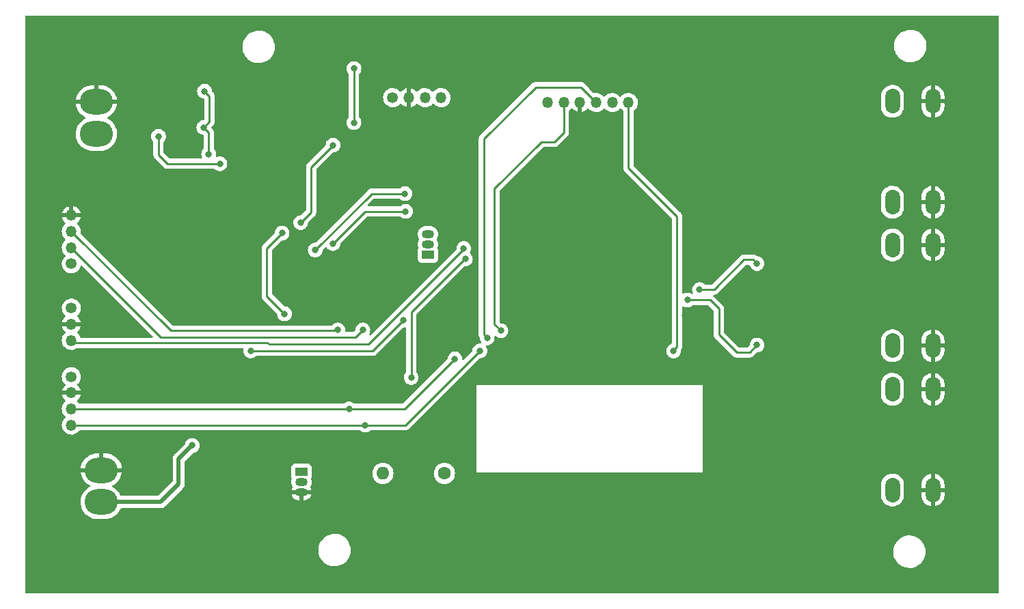
<source format=gbr>
%TF.GenerationSoftware,KiCad,Pcbnew,(6.0.7-1)-1*%
%TF.CreationDate,2022-10-20T12:36:28-04:00*%
%TF.ProjectId,Kool Keg,4b6f6f6c-204b-4656-972e-6b696361645f,rev?*%
%TF.SameCoordinates,Original*%
%TF.FileFunction,Copper,L2,Bot*%
%TF.FilePolarity,Positive*%
%FSLAX46Y46*%
G04 Gerber Fmt 4.6, Leading zero omitted, Abs format (unit mm)*
G04 Created by KiCad (PCBNEW (6.0.7-1)-1) date 2022-10-20 12:36:28*
%MOMM*%
%LPD*%
G01*
G04 APERTURE LIST*
%TA.AperFunction,ComponentPad*%
%ADD10C,1.350000*%
%TD*%
%TA.AperFunction,ComponentPad*%
%ADD11O,1.350000X1.350000*%
%TD*%
%TA.AperFunction,ComponentPad*%
%ADD12O,4.100000X3.160000*%
%TD*%
%TA.AperFunction,ComponentPad*%
%ADD13C,1.600000*%
%TD*%
%TA.AperFunction,ComponentPad*%
%ADD14O,1.600000X1.600000*%
%TD*%
%TA.AperFunction,ComponentPad*%
%ADD15O,1.850000X3.048000*%
%TD*%
%TA.AperFunction,ComponentPad*%
%ADD16R,1.500000X1.050000*%
%TD*%
%TA.AperFunction,ComponentPad*%
%ADD17O,1.500000X1.050000*%
%TD*%
%TA.AperFunction,ViaPad*%
%ADD18C,0.800000*%
%TD*%
%TA.AperFunction,Conductor*%
%ADD19C,0.250000*%
%TD*%
%TA.AperFunction,Conductor*%
%ADD20C,0.500000*%
%TD*%
G04 APERTURE END LIST*
D10*
%TO.P,J3,1,Pin_1*%
%TO.N,+5V*%
X67000000Y-85900000D03*
D11*
%TO.P,J3,2,Pin_2*%
%TO.N,GND*%
X67000000Y-87900000D03*
%TO.P,J3,3,Pin_3*%
%TO.N,/MCU Subsystem/I2C0_SDA*%
X67000000Y-89900000D03*
%TO.P,J3,4,Pin_4*%
%TO.N,/MCU Subsystem/I2C0_SCL*%
X67000000Y-91900000D03*
%TD*%
D12*
%TO.P,J1,1,Pin_1*%
%TO.N,+12V*%
X70100000Y-55800000D03*
%TO.P,J1,2,Pin_2*%
%TO.N,GND*%
X70100000Y-51840000D03*
%TD*%
D10*
%TO.P,J2,1,Pin_1*%
%TO.N,/Sensor Subsystem/E+*%
X106800000Y-51300000D03*
D11*
%TO.P,J2,2,Pin_2*%
%TO.N,GND*%
X108800000Y-51300000D03*
%TO.P,J2,3,Pin_3*%
%TO.N,/Sensor Subsystem/A+*%
X110800000Y-51300000D03*
%TO.P,J2,4,Pin_4*%
%TO.N,/Sensor Subsystem/A-*%
X112800000Y-51300000D03*
%TD*%
D13*
%TO.P,D4,1,K*%
%TO.N,/MCU Subsystem/SOLENOID_GPIO*%
X113210000Y-97900000D03*
D14*
%TO.P,D4,2,A*%
%TO.N,Net-(C18-Pad1)*%
X105590000Y-97900000D03*
%TD*%
D15*
%TO.P,SW1,1,1*%
%TO.N,GND*%
X173700000Y-64260000D03*
X173700000Y-51760000D03*
%TO.P,SW1,2,2*%
%TO.N,Net-(D3-Pad2)*%
X168700000Y-64260000D03*
X168700000Y-51760000D03*
%TD*%
D10*
%TO.P,J7,1,Pin_1*%
%TO.N,+5V*%
X67000000Y-71900000D03*
D11*
%TO.P,J7,2,Pin_2*%
%TO.N,/MCU Subsystem/I2C1_SDA*%
X67000000Y-69900000D03*
%TO.P,J7,3,Pin_3*%
%TO.N,/MCU Subsystem/I2C1_SCL*%
X67000000Y-67900000D03*
%TO.P,J7,4,Pin_4*%
%TO.N,GND*%
X67000000Y-65900000D03*
%TD*%
%TO.P,J5,1,Pin_1*%
%TO.N,/MCU Subsystem/EN*%
X136000000Y-51900000D03*
%TO.P,J5,2,Pin_2*%
%TO.N,+3.3V*%
X134000000Y-51900000D03*
%TO.P,J5,3,Pin_3*%
%TO.N,/MCU Subsystem/TXD0*%
X132000000Y-51900000D03*
%TO.P,J5,4,Pin_4*%
%TO.N,GND*%
X130000000Y-51900000D03*
%TO.P,J5,5,Pin_5*%
%TO.N,/MCU Subsystem/RXD0*%
X128000000Y-51900000D03*
%TO.P,J5,6,Pin_6*%
%TO.N,/MCU Subsystem/IO0*%
X126000000Y-51900000D03*
%TD*%
D15*
%TO.P,SW3,1,1*%
%TO.N,GND*%
X173700000Y-99960000D03*
X173700000Y-87460000D03*
%TO.P,SW3,2,2*%
%TO.N,Net-(D2-Pad2)*%
X168700000Y-99960000D03*
X168700000Y-87460000D03*
%TD*%
%TO.P,SW2,1,1*%
%TO.N,GND*%
X173700000Y-82060000D03*
X173700000Y-69560000D03*
%TO.P,SW2,2,2*%
%TO.N,Net-(D1-Pad2)*%
X168700000Y-69560000D03*
X168700000Y-82060000D03*
%TD*%
D10*
%TO.P,J4,1,Pin_1*%
%TO.N,+5V*%
X67000000Y-77400000D03*
D11*
%TO.P,J4,2,Pin_2*%
%TO.N,GND*%
X67000000Y-79400000D03*
%TO.P,J4,3,Pin_3*%
%TO.N,/MCU Subsystem/FLOW_GPIO*%
X67000000Y-81400000D03*
%TD*%
D12*
%TO.P,J6,1,Pin_1*%
%TO.N,GND*%
X70700000Y-97500000D03*
%TO.P,J6,2,Pin_2*%
%TO.N,Net-(C20-Pad1)*%
X70700000Y-101460000D03*
%TD*%
D16*
%TO.P,Q1,1,E*%
%TO.N,+5V*%
X111160000Y-70770000D03*
D17*
%TO.P,Q1,2,B*%
%TO.N,Net-(Q1-Pad2)*%
X111160000Y-69500000D03*
%TO.P,Q1,3,C*%
%TO.N,/Sensor Subsystem/E+*%
X111160000Y-68230000D03*
%TD*%
D16*
%TO.P,Q2,1,E*%
%TO.N,Net-(Q2-Pad1)*%
X95500000Y-97700000D03*
D17*
%TO.P,Q2,2,B*%
%TO.N,Net-(C18-Pad1)*%
X95500000Y-98970000D03*
%TO.P,Q2,3,C*%
%TO.N,GND*%
X95500000Y-100240000D03*
%TD*%
D18*
%TO.N,GND*%
X153868750Y-63768750D03*
X143000000Y-78300000D03*
X87200000Y-102400000D03*
X154831250Y-93168750D03*
X119355000Y-85255000D03*
X93500000Y-73500000D03*
X87900000Y-88600000D03*
X146600000Y-71800000D03*
X98031250Y-51331250D03*
X156950000Y-81250000D03*
X102250000Y-61550000D03*
%TO.N,Net-(C6-Pad1)*%
X84000000Y-58300000D03*
X83400000Y-55000000D03*
X83500000Y-50500000D03*
%TO.N,+3.3V*%
X102000000Y-47700000D03*
X93100000Y-68100000D03*
X99400000Y-57200000D03*
X95400000Y-66800000D03*
X102000000Y-54400000D03*
X93400000Y-78100000D03*
%TO.N,Net-(C8-Pad2)*%
X85400000Y-59500000D03*
X77800000Y-56100000D03*
%TO.N,+5V*%
X108100000Y-78900000D03*
X89200000Y-82700000D03*
%TO.N,Net-(C14-Pad1)*%
X108400000Y-65400000D03*
X99400000Y-69400000D03*
%TO.N,Net-(C14-Pad2)*%
X97200000Y-70200000D03*
X108300000Y-63200000D03*
%TO.N,Net-(C20-Pad1)*%
X81962500Y-94437500D03*
%TO.N,/MCU Subsystem/EN*%
X141585000Y-82715000D03*
%TO.N,/MCU Subsystem/SOLENOID_GPIO*%
X115800000Y-71300000D03*
X109100000Y-86000000D03*
%TO.N,/MCU Subsystem/I2C0_SCL*%
X103400000Y-91900000D03*
X117600000Y-82700000D03*
%TO.N,/MCU Subsystem/I2C0_SDA*%
X101400000Y-89900000D03*
X114500000Y-83700000D03*
%TO.N,/MCU Subsystem/FLOW_GPIO*%
X115600000Y-70000000D03*
%TO.N,/MCU Subsystem/I2C1_SDA*%
X103100000Y-80100000D03*
%TO.N,/MCU Subsystem/I2C1_SCL*%
X100000000Y-80100000D03*
%TO.N,/MCU Subsystem/RXD0*%
X120200000Y-80200000D03*
%TO.N,/MCU Subsystem/TXD0*%
X118500000Y-81100000D03*
%TO.N,/MCU Subsystem/DEC*%
X143300000Y-76400000D03*
X151925000Y-81975000D03*
%TO.N,/MCU Subsystem/INC*%
X144800000Y-75100000D03*
X151925000Y-71875000D03*
%TD*%
D19*
%TO.N,Net-(C6-Pad1)*%
X84000000Y-55600000D02*
X84000000Y-58300000D01*
X84100000Y-51100000D02*
X83500000Y-50500000D01*
X84100000Y-54300000D02*
X84100000Y-51100000D01*
X83400000Y-55000000D02*
X84100000Y-54300000D01*
X83400000Y-55000000D02*
X84000000Y-55600000D01*
%TO.N,+3.3V*%
X99400000Y-57200000D02*
X96700000Y-59900000D01*
X91200000Y-70000000D02*
X93100000Y-68100000D01*
X93400000Y-78100000D02*
X91200000Y-75900000D01*
X96700000Y-65500000D02*
X95400000Y-66800000D01*
X91200000Y-75900000D02*
X91200000Y-70000000D01*
X96700000Y-59900000D02*
X96700000Y-65500000D01*
X102000000Y-54400000D02*
X102000000Y-47700000D01*
%TO.N,Net-(C8-Pad2)*%
X77800000Y-58400000D02*
X78900000Y-59500000D01*
X78900000Y-59500000D02*
X85400000Y-59500000D01*
X77800000Y-56100000D02*
X77800000Y-58400000D01*
%TO.N,+5V*%
X89200000Y-82700000D02*
X104300000Y-82700000D01*
X104300000Y-82700000D02*
X108100000Y-78900000D01*
%TO.N,Net-(C14-Pad1)*%
X108400000Y-65400000D02*
X103400000Y-65400000D01*
X103400000Y-65400000D02*
X99400000Y-69400000D01*
%TO.N,Net-(C14-Pad2)*%
X108300000Y-63200000D02*
X104200000Y-63200000D01*
X104200000Y-63200000D02*
X97200000Y-70200000D01*
D20*
%TO.N,Net-(C20-Pad1)*%
X81962500Y-94437500D02*
X80300000Y-96100000D01*
X80300000Y-99200000D02*
X78040000Y-101460000D01*
X80300000Y-96100000D02*
X80300000Y-99200000D01*
X78040000Y-101460000D02*
X70700000Y-101460000D01*
D19*
%TO.N,/MCU Subsystem/EN*%
X142000000Y-82200000D02*
X141500000Y-82700000D01*
X142000000Y-66000000D02*
X142000000Y-82200000D01*
X136000000Y-51900000D02*
X136000000Y-60000000D01*
X136000000Y-60000000D02*
X142000000Y-66000000D01*
%TO.N,/MCU Subsystem/SOLENOID_GPIO*%
X115700000Y-71300000D02*
X109100000Y-77900000D01*
X109100000Y-77900000D02*
X109100000Y-86000000D01*
X115800000Y-71300000D02*
X115700000Y-71300000D01*
%TO.N,/MCU Subsystem/I2C0_SCL*%
X67000000Y-91900000D02*
X108400000Y-91900000D01*
X108400000Y-91900000D02*
X117600000Y-82700000D01*
%TO.N,/MCU Subsystem/I2C0_SDA*%
X67000000Y-89900000D02*
X108300000Y-89900000D01*
X108300000Y-89900000D02*
X114500000Y-83700000D01*
%TO.N,/MCU Subsystem/FLOW_GPIO*%
X91500000Y-81900000D02*
X91300000Y-81700000D01*
X67300000Y-81700000D02*
X67000000Y-81400000D01*
X91300000Y-81700000D02*
X67300000Y-81700000D01*
X115600000Y-70000000D02*
X115600000Y-70100000D01*
X103800000Y-81900000D02*
X91500000Y-81900000D01*
X115600000Y-70100000D02*
X103800000Y-81900000D01*
%TO.N,/MCU Subsystem/I2C1_SDA*%
X78100000Y-81000000D02*
X102200000Y-81000000D01*
X67000000Y-69900000D02*
X78100000Y-81000000D01*
X102200000Y-81000000D02*
X103100000Y-80100000D01*
%TO.N,/MCU Subsystem/I2C1_SCL*%
X79300000Y-80200000D02*
X100000000Y-80200000D01*
X67000000Y-67900000D02*
X79300000Y-80200000D01*
%TO.N,/MCU Subsystem/RXD0*%
X119400000Y-62600000D02*
X119400000Y-79400000D01*
X128000000Y-51900000D02*
X128000000Y-55600000D01*
X125200000Y-56800000D02*
X119400000Y-62600000D01*
X119400000Y-79400000D02*
X120200000Y-80200000D01*
X128000000Y-55600000D02*
X126800000Y-56800000D01*
X126800000Y-56800000D02*
X125200000Y-56800000D01*
%TO.N,/MCU Subsystem/TXD0*%
X118100000Y-80700000D02*
X118500000Y-81100000D01*
X132000000Y-51900000D02*
X130100000Y-50000000D01*
X124500000Y-50000000D02*
X118100000Y-56400000D01*
X130100000Y-50000000D02*
X124500000Y-50000000D01*
X118100000Y-56400000D02*
X118100000Y-80700000D01*
%TO.N,/MCU Subsystem/DEC*%
X146100000Y-76400000D02*
X147200000Y-77500000D01*
X147200000Y-80700000D02*
X149400000Y-82900000D01*
X147200000Y-77500000D02*
X147200000Y-80700000D01*
X143300000Y-76400000D02*
X146100000Y-76400000D01*
X151000000Y-82900000D02*
X151925000Y-81975000D01*
X149400000Y-82900000D02*
X151000000Y-82900000D01*
%TO.N,/MCU Subsystem/INC*%
X146600000Y-75100000D02*
X144800000Y-75100000D01*
X150300000Y-71400000D02*
X146600000Y-75100000D01*
X151925000Y-71875000D02*
X151450000Y-71400000D01*
X151450000Y-71400000D02*
X150300000Y-71400000D01*
%TD*%
%TA.AperFunction,Conductor*%
%TO.N,GND*%
G36*
X181833621Y-41128502D02*
G01*
X181880114Y-41182158D01*
X181891500Y-41234500D01*
X181891500Y-112665500D01*
X181871498Y-112733621D01*
X181817842Y-112780114D01*
X181765500Y-112791500D01*
X61434500Y-112791500D01*
X61366379Y-112771498D01*
X61319886Y-112717842D01*
X61308500Y-112665500D01*
X61308500Y-107329733D01*
X97587822Y-107329733D01*
X97587975Y-107334121D01*
X97587975Y-107334127D01*
X97589911Y-107389542D01*
X97597625Y-107610458D01*
X97598387Y-107614781D01*
X97598388Y-107614788D01*
X97622164Y-107749624D01*
X97646402Y-107887087D01*
X97733203Y-108154235D01*
X97735131Y-108158188D01*
X97735133Y-108158193D01*
X97790313Y-108271328D01*
X97856340Y-108406702D01*
X97858795Y-108410341D01*
X97858798Y-108410347D01*
X97910118Y-108486431D01*
X98013415Y-108639576D01*
X98201371Y-108848322D01*
X98416550Y-109028879D01*
X98654764Y-109177731D01*
X98911375Y-109291982D01*
X99181390Y-109369407D01*
X99185740Y-109370018D01*
X99185743Y-109370019D01*
X99253319Y-109379516D01*
X99459552Y-109408500D01*
X99670146Y-109408500D01*
X99672332Y-109408347D01*
X99672336Y-109408347D01*
X99875827Y-109394118D01*
X99875832Y-109394117D01*
X99880212Y-109393811D01*
X100154970Y-109335409D01*
X100159099Y-109333906D01*
X100159103Y-109333905D01*
X100414781Y-109240846D01*
X100414785Y-109240844D01*
X100418926Y-109239337D01*
X100666942Y-109107464D01*
X100670503Y-109104877D01*
X100890629Y-108944947D01*
X100890632Y-108944944D01*
X100894192Y-108942358D01*
X101096252Y-108747231D01*
X101269188Y-108525882D01*
X101271384Y-108522078D01*
X101271389Y-108522071D01*
X101407435Y-108286431D01*
X101409636Y-108282619D01*
X101514862Y-108022176D01*
X101548544Y-107887087D01*
X101581753Y-107753893D01*
X101581754Y-107753888D01*
X101582817Y-107749624D01*
X101590699Y-107674636D01*
X101605928Y-107529733D01*
X168787822Y-107529733D01*
X168787975Y-107534121D01*
X168787975Y-107534127D01*
X168795650Y-107753893D01*
X168797625Y-107810458D01*
X168798387Y-107814781D01*
X168798388Y-107814788D01*
X168822164Y-107949624D01*
X168846402Y-108087087D01*
X168933203Y-108354235D01*
X169056340Y-108606702D01*
X169058795Y-108610341D01*
X169058798Y-108610347D01*
X169131890Y-108718710D01*
X169213415Y-108839576D01*
X169401371Y-109048322D01*
X169616550Y-109228879D01*
X169854764Y-109377731D01*
X170111375Y-109491982D01*
X170381390Y-109569407D01*
X170385740Y-109570018D01*
X170385743Y-109570019D01*
X170488690Y-109584487D01*
X170659552Y-109608500D01*
X170870146Y-109608500D01*
X170872332Y-109608347D01*
X170872336Y-109608347D01*
X171075827Y-109594118D01*
X171075832Y-109594117D01*
X171080212Y-109593811D01*
X171354970Y-109535409D01*
X171359099Y-109533906D01*
X171359103Y-109533905D01*
X171614781Y-109440846D01*
X171614785Y-109440844D01*
X171618926Y-109439337D01*
X171866942Y-109307464D01*
X171886583Y-109293194D01*
X172090629Y-109144947D01*
X172090632Y-109144944D01*
X172094192Y-109142358D01*
X172128187Y-109109530D01*
X172293087Y-108950287D01*
X172296252Y-108947231D01*
X172469188Y-108725882D01*
X172471384Y-108722078D01*
X172471389Y-108722071D01*
X172607435Y-108486431D01*
X172609636Y-108482619D01*
X172714862Y-108222176D01*
X172748544Y-108087087D01*
X172781753Y-107953893D01*
X172781754Y-107953888D01*
X172782817Y-107949624D01*
X172803838Y-107749624D01*
X172811719Y-107674636D01*
X172811719Y-107674633D01*
X172812178Y-107670267D01*
X172810241Y-107614788D01*
X172802529Y-107393939D01*
X172802528Y-107393933D01*
X172802375Y-107389542D01*
X172778608Y-107254749D01*
X172754360Y-107117236D01*
X172753598Y-107112913D01*
X172666797Y-106845765D01*
X172631669Y-106773741D01*
X172569250Y-106645765D01*
X172543660Y-106593298D01*
X172541205Y-106589659D01*
X172541202Y-106589653D01*
X172411424Y-106397250D01*
X172386585Y-106360424D01*
X172198629Y-106151678D01*
X171983450Y-105971121D01*
X171745236Y-105822269D01*
X171488625Y-105708018D01*
X171218610Y-105630593D01*
X171214260Y-105629982D01*
X171214257Y-105629981D01*
X171111310Y-105615513D01*
X170940448Y-105591500D01*
X170729854Y-105591500D01*
X170727668Y-105591653D01*
X170727664Y-105591653D01*
X170524173Y-105605882D01*
X170524168Y-105605883D01*
X170519788Y-105606189D01*
X170245030Y-105664591D01*
X170240901Y-105666094D01*
X170240897Y-105666095D01*
X169985219Y-105759154D01*
X169985215Y-105759156D01*
X169981074Y-105760663D01*
X169733058Y-105892536D01*
X169729499Y-105895122D01*
X169729497Y-105895123D01*
X169624895Y-105971121D01*
X169505808Y-106057642D01*
X169303748Y-106252769D01*
X169130812Y-106474118D01*
X169128616Y-106477922D01*
X169128611Y-106477929D01*
X169029293Y-106649954D01*
X168990364Y-106717381D01*
X168885138Y-106977824D01*
X168884073Y-106982097D01*
X168884072Y-106982099D01*
X168832351Y-107189542D01*
X168817183Y-107250376D01*
X168816724Y-107254744D01*
X168816723Y-107254749D01*
X168803011Y-107385212D01*
X168787822Y-107529733D01*
X101605928Y-107529733D01*
X101611719Y-107474636D01*
X101611719Y-107474633D01*
X101612178Y-107470267D01*
X101609513Y-107393939D01*
X101602529Y-107193939D01*
X101602528Y-107193933D01*
X101602375Y-107189542D01*
X101588864Y-107112913D01*
X101565797Y-106982099D01*
X101553598Y-106912913D01*
X101466797Y-106645765D01*
X101343660Y-106393298D01*
X101341205Y-106389659D01*
X101341202Y-106389653D01*
X101246811Y-106249713D01*
X101186585Y-106160424D01*
X100998629Y-105951678D01*
X100783450Y-105771121D01*
X100545236Y-105622269D01*
X100288625Y-105508018D01*
X100018610Y-105430593D01*
X100014260Y-105429982D01*
X100014257Y-105429981D01*
X99911310Y-105415513D01*
X99740448Y-105391500D01*
X99529854Y-105391500D01*
X99527668Y-105391653D01*
X99527664Y-105391653D01*
X99324173Y-105405882D01*
X99324168Y-105405883D01*
X99319788Y-105406189D01*
X99045030Y-105464591D01*
X99040901Y-105466094D01*
X99040897Y-105466095D01*
X98785219Y-105559154D01*
X98785215Y-105559156D01*
X98781074Y-105560663D01*
X98533058Y-105692536D01*
X98529499Y-105695122D01*
X98529497Y-105695123D01*
X98356952Y-105820484D01*
X98305808Y-105857642D01*
X98302644Y-105860698D01*
X98302641Y-105860700D01*
X98269674Y-105892536D01*
X98103748Y-106052769D01*
X97930812Y-106274118D01*
X97928616Y-106277922D01*
X97928611Y-106277929D01*
X97817342Y-106470653D01*
X97790364Y-106517381D01*
X97685138Y-106777824D01*
X97684073Y-106782097D01*
X97684072Y-106782099D01*
X97650379Y-106917236D01*
X97617183Y-107050376D01*
X97616724Y-107054744D01*
X97616723Y-107054749D01*
X97595703Y-107254749D01*
X97587822Y-107329733D01*
X61308500Y-107329733D01*
X61308500Y-101386934D01*
X68137675Y-101386934D01*
X68137828Y-101391322D01*
X68137828Y-101391328D01*
X68147715Y-101674443D01*
X68147869Y-101678841D01*
X68198589Y-101966488D01*
X68199944Y-101970659D01*
X68199946Y-101970666D01*
X68266939Y-102176848D01*
X68288848Y-102244276D01*
X68290776Y-102248229D01*
X68290778Y-102248234D01*
X68353959Y-102377774D01*
X68416889Y-102506800D01*
X68419343Y-102510439D01*
X68419347Y-102510445D01*
X68577761Y-102745303D01*
X68577766Y-102745310D01*
X68580221Y-102748949D01*
X68583165Y-102752218D01*
X68583166Y-102752220D01*
X68683764Y-102863946D01*
X68775663Y-102966010D01*
X68870629Y-103045696D01*
X68996042Y-103150930D01*
X68996047Y-103150934D01*
X68999413Y-103153758D01*
X69247114Y-103308539D01*
X69380530Y-103367939D01*
X69509937Y-103425555D01*
X69509941Y-103425557D01*
X69513947Y-103427340D01*
X69794716Y-103507850D01*
X69799059Y-103508460D01*
X69799062Y-103508461D01*
X69901759Y-103522894D01*
X70083958Y-103548500D01*
X71242933Y-103548500D01*
X71245119Y-103548347D01*
X71245123Y-103548347D01*
X71456988Y-103533532D01*
X71456993Y-103533531D01*
X71461373Y-103533225D01*
X71747074Y-103472497D01*
X71751203Y-103470994D01*
X71751207Y-103470993D01*
X72017399Y-103374108D01*
X72017403Y-103374106D01*
X72021544Y-103372599D01*
X72279439Y-103235473D01*
X72515740Y-103063791D01*
X72614066Y-102968839D01*
X72722686Y-102863946D01*
X72722689Y-102863942D01*
X72725848Y-102860892D01*
X72905673Y-102630726D01*
X73051715Y-102377774D01*
X73053363Y-102373696D01*
X73053366Y-102373689D01*
X73084229Y-102297300D01*
X73128293Y-102241632D01*
X73201054Y-102218500D01*
X77972930Y-102218500D01*
X77991880Y-102219933D01*
X78006115Y-102222099D01*
X78006119Y-102222099D01*
X78013349Y-102223199D01*
X78020641Y-102222606D01*
X78020644Y-102222606D01*
X78066018Y-102218915D01*
X78076233Y-102218500D01*
X78084293Y-102218500D01*
X78097583Y-102216951D01*
X78112507Y-102215211D01*
X78116882Y-102214778D01*
X78182339Y-102209454D01*
X78182342Y-102209453D01*
X78189637Y-102208860D01*
X78196601Y-102206604D01*
X78202560Y-102205413D01*
X78208415Y-102204029D01*
X78215681Y-102203182D01*
X78284327Y-102178265D01*
X78288455Y-102176848D01*
X78350936Y-102156607D01*
X78350938Y-102156606D01*
X78357899Y-102154351D01*
X78364154Y-102150555D01*
X78369628Y-102148049D01*
X78375058Y-102145330D01*
X78381937Y-102142833D01*
X78442976Y-102102814D01*
X78446680Y-102100477D01*
X78509107Y-102062595D01*
X78517484Y-102055197D01*
X78517508Y-102055224D01*
X78520500Y-102052571D01*
X78523733Y-102049868D01*
X78529852Y-102045856D01*
X78583128Y-101989617D01*
X78585506Y-101987175D01*
X80066913Y-100505768D01*
X94276363Y-100505768D01*
X94310846Y-100622932D01*
X94315439Y-100634300D01*
X94403586Y-100802911D01*
X94410302Y-100813173D01*
X94529515Y-100961443D01*
X94538103Y-100970213D01*
X94683838Y-101092499D01*
X94693969Y-101099437D01*
X94860692Y-101191094D01*
X94871962Y-101195924D01*
X95053315Y-101253452D01*
X95065309Y-101256002D01*
X95213350Y-101272607D01*
X95220374Y-101273000D01*
X95227885Y-101273000D01*
X95243124Y-101268525D01*
X95244329Y-101267135D01*
X95246000Y-101259452D01*
X95246000Y-101254885D01*
X95754000Y-101254885D01*
X95758475Y-101270124D01*
X95759865Y-101271329D01*
X95767548Y-101273000D01*
X95772890Y-101273000D01*
X95779035Y-101272700D01*
X95920481Y-101258830D01*
X95932519Y-101256447D01*
X96114651Y-101201458D01*
X96125993Y-101196783D01*
X96293977Y-101107465D01*
X96304193Y-101100678D01*
X96451634Y-100980428D01*
X96460338Y-100971784D01*
X96581610Y-100825191D01*
X96588470Y-100815020D01*
X96678962Y-100647658D01*
X96683714Y-100636353D01*
X96689161Y-100618757D01*
X167266500Y-100618757D01*
X167266711Y-100621318D01*
X167266712Y-100621341D01*
X167280478Y-100788779D01*
X167280479Y-100788785D01*
X167280902Y-100793930D01*
X167338327Y-101022551D01*
X167432322Y-101238723D01*
X167560360Y-101436641D01*
X167563839Y-101440464D01*
X167563841Y-101440467D01*
X167588858Y-101467960D01*
X167719005Y-101610989D01*
X167723056Y-101614188D01*
X167723060Y-101614192D01*
X167899939Y-101753883D01*
X167899943Y-101753885D01*
X167903994Y-101757085D01*
X168110361Y-101871005D01*
X168115230Y-101872729D01*
X168115234Y-101872731D01*
X168327689Y-101947965D01*
X168327693Y-101947966D01*
X168332564Y-101949691D01*
X168337657Y-101950598D01*
X168337660Y-101950599D01*
X168559544Y-101990123D01*
X168559550Y-101990124D01*
X168564633Y-101991029D01*
X168655477Y-101992139D01*
X168795170Y-101993846D01*
X168795172Y-101993846D01*
X168800339Y-101993909D01*
X169033349Y-101958253D01*
X169257407Y-101885020D01*
X169466496Y-101776175D01*
X169470629Y-101773072D01*
X169470632Y-101773070D01*
X169650865Y-101637747D01*
X169650868Y-101637745D01*
X169655000Y-101634642D01*
X169817857Y-101464223D01*
X169950693Y-101269492D01*
X169952869Y-101264805D01*
X170047764Y-101060372D01*
X170047766Y-101060367D01*
X170049941Y-101055681D01*
X170112935Y-100828532D01*
X170133500Y-100636102D01*
X170133500Y-100616145D01*
X172267000Y-100616145D01*
X172267212Y-100621318D01*
X172280973Y-100788687D01*
X172282658Y-100798867D01*
X172337544Y-101017377D01*
X172340864Y-101027128D01*
X172430704Y-101233749D01*
X172435570Y-101242824D01*
X172557948Y-101431990D01*
X172564240Y-101440161D01*
X172715869Y-101606800D01*
X172723402Y-101613825D01*
X172900218Y-101753466D01*
X172908791Y-101759162D01*
X173106045Y-101868052D01*
X173115440Y-101872273D01*
X173327820Y-101947481D01*
X173337783Y-101950113D01*
X173428163Y-101966212D01*
X173441460Y-101964752D01*
X173445508Y-101951774D01*
X173954000Y-101951774D01*
X173957918Y-101965118D01*
X173972194Y-101967105D01*
X174028121Y-101958547D01*
X174038146Y-101956159D01*
X174252295Y-101886164D01*
X174261804Y-101882167D01*
X174461640Y-101778139D01*
X174470365Y-101772645D01*
X174650532Y-101637372D01*
X174658239Y-101630529D01*
X174813896Y-101467644D01*
X174820379Y-101459638D01*
X174947343Y-101273515D01*
X174952432Y-101264556D01*
X175047294Y-101060193D01*
X175050851Y-101050525D01*
X175111060Y-100833420D01*
X175112991Y-100823301D01*
X175132644Y-100639405D01*
X175133000Y-100632713D01*
X175133000Y-100232115D01*
X175128525Y-100216876D01*
X175127135Y-100215671D01*
X175119452Y-100214000D01*
X173972115Y-100214000D01*
X173956876Y-100218475D01*
X173955671Y-100219865D01*
X173954000Y-100227548D01*
X173954000Y-101951774D01*
X173445508Y-101951774D01*
X173446000Y-101950197D01*
X173446000Y-100232115D01*
X173441525Y-100216876D01*
X173440135Y-100215671D01*
X173432452Y-100214000D01*
X172285115Y-100214000D01*
X172269876Y-100218475D01*
X172268671Y-100219865D01*
X172267000Y-100227548D01*
X172267000Y-100616145D01*
X170133500Y-100616145D01*
X170133500Y-99687885D01*
X172267000Y-99687885D01*
X172271475Y-99703124D01*
X172272865Y-99704329D01*
X172280548Y-99706000D01*
X173427885Y-99706000D01*
X173443124Y-99701525D01*
X173444329Y-99700135D01*
X173446000Y-99692452D01*
X173446000Y-99687885D01*
X173954000Y-99687885D01*
X173958475Y-99703124D01*
X173959865Y-99704329D01*
X173967548Y-99706000D01*
X175114885Y-99706000D01*
X175130124Y-99701525D01*
X175131329Y-99700135D01*
X175133000Y-99692452D01*
X175133000Y-99303855D01*
X175132788Y-99298682D01*
X175119027Y-99131313D01*
X175117342Y-99121133D01*
X175062456Y-98902623D01*
X175059136Y-98892872D01*
X174969296Y-98686251D01*
X174964430Y-98677176D01*
X174842052Y-98488010D01*
X174835760Y-98479839D01*
X174684131Y-98313200D01*
X174676598Y-98306175D01*
X174499782Y-98166534D01*
X174491209Y-98160838D01*
X174293955Y-98051948D01*
X174284560Y-98047727D01*
X174072180Y-97972519D01*
X174062217Y-97969887D01*
X173971837Y-97953788D01*
X173958540Y-97955248D01*
X173954000Y-97969803D01*
X173954000Y-99687885D01*
X173446000Y-99687885D01*
X173446000Y-97968226D01*
X173442082Y-97954882D01*
X173427806Y-97952895D01*
X173371879Y-97961453D01*
X173361854Y-97963841D01*
X173147705Y-98033836D01*
X173138196Y-98037833D01*
X172938360Y-98141861D01*
X172929635Y-98147355D01*
X172749468Y-98282628D01*
X172741761Y-98289471D01*
X172586104Y-98452356D01*
X172579621Y-98460362D01*
X172452657Y-98646485D01*
X172447568Y-98655444D01*
X172352706Y-98859807D01*
X172349149Y-98869475D01*
X172288940Y-99086580D01*
X172287009Y-99096699D01*
X172267356Y-99280595D01*
X172267000Y-99287287D01*
X172267000Y-99687885D01*
X170133500Y-99687885D01*
X170133500Y-99301243D01*
X170132020Y-99283236D01*
X170119522Y-99131221D01*
X170119521Y-99131215D01*
X170119098Y-99126070D01*
X170061673Y-98897449D01*
X169967678Y-98681277D01*
X169839640Y-98483359D01*
X169835799Y-98479137D01*
X169684473Y-98312833D01*
X169684471Y-98312832D01*
X169680995Y-98309011D01*
X169676944Y-98305812D01*
X169676940Y-98305808D01*
X169500061Y-98166117D01*
X169500057Y-98166115D01*
X169496006Y-98162915D01*
X169289639Y-98048995D01*
X169284770Y-98047271D01*
X169284766Y-98047269D01*
X169072311Y-97972035D01*
X169072307Y-97972034D01*
X169067436Y-97970309D01*
X169062343Y-97969402D01*
X169062340Y-97969401D01*
X168840456Y-97929877D01*
X168840450Y-97929876D01*
X168835367Y-97928971D01*
X168744523Y-97927861D01*
X168604830Y-97926154D01*
X168604828Y-97926154D01*
X168599661Y-97926091D01*
X168366651Y-97961747D01*
X168142593Y-98034980D01*
X167933504Y-98143825D01*
X167929371Y-98146928D01*
X167929368Y-98146930D01*
X167756756Y-98276531D01*
X167745000Y-98285358D01*
X167582143Y-98455777D01*
X167449307Y-98650508D01*
X167447133Y-98655192D01*
X167447131Y-98655195D01*
X167364305Y-98833629D01*
X167350059Y-98864319D01*
X167287065Y-99091468D01*
X167286516Y-99096605D01*
X167268993Y-99260572D01*
X167266500Y-99283898D01*
X167266500Y-100618757D01*
X96689161Y-100618757D01*
X96722422Y-100511308D01*
X96722628Y-100497205D01*
X96715873Y-100494000D01*
X95772115Y-100494000D01*
X95756876Y-100498475D01*
X95755671Y-100499865D01*
X95754000Y-100507548D01*
X95754000Y-101254885D01*
X95246000Y-101254885D01*
X95246000Y-100512115D01*
X95241525Y-100496876D01*
X95240135Y-100495671D01*
X95232452Y-100494000D01*
X94291014Y-100494000D01*
X94277483Y-100497973D01*
X94276363Y-100505768D01*
X80066913Y-100505768D01*
X80788911Y-99783770D01*
X80803323Y-99771384D01*
X80814918Y-99762851D01*
X80814923Y-99762846D01*
X80820818Y-99758508D01*
X80825557Y-99752930D01*
X80825560Y-99752927D01*
X80855035Y-99718232D01*
X80861965Y-99710716D01*
X80867661Y-99705020D01*
X80869924Y-99702159D01*
X80869929Y-99702154D01*
X80885285Y-99682744D01*
X80888074Y-99679342D01*
X80930596Y-99629291D01*
X80930597Y-99629290D01*
X80935333Y-99623715D01*
X80938661Y-99617198D01*
X80942027Y-99612150D01*
X80945190Y-99607028D01*
X80949735Y-99601284D01*
X80980664Y-99535105D01*
X80982563Y-99531221D01*
X81015769Y-99466192D01*
X81017510Y-99459077D01*
X81019613Y-99453422D01*
X81021522Y-99447683D01*
X81024622Y-99441050D01*
X81039491Y-99369565D01*
X81040461Y-99365282D01*
X81043437Y-99353120D01*
X81057808Y-99294390D01*
X81058500Y-99283236D01*
X81058535Y-99283238D01*
X81058775Y-99279266D01*
X81059152Y-99275045D01*
X81060641Y-99267885D01*
X81058546Y-99190458D01*
X81058500Y-99187050D01*
X81058500Y-98962750D01*
X94236524Y-98962750D01*
X94240130Y-99002376D01*
X94251857Y-99131221D01*
X94254894Y-99164596D01*
X94256632Y-99170502D01*
X94256633Y-99170506D01*
X94289812Y-99283236D01*
X94312119Y-99359029D01*
X94314972Y-99364486D01*
X94314973Y-99364489D01*
X94403162Y-99533181D01*
X94403165Y-99533185D01*
X94406019Y-99538645D01*
X94406221Y-99538897D01*
X94426201Y-99604912D01*
X94411041Y-99665885D01*
X94321038Y-99832342D01*
X94316286Y-99843647D01*
X94277578Y-99968692D01*
X94277372Y-99982795D01*
X94284127Y-99986000D01*
X95053758Y-99986000D01*
X95067803Y-99986785D01*
X95216817Y-100003500D01*
X95776004Y-100003500D01*
X95926713Y-99988723D01*
X95929002Y-99988032D01*
X95949724Y-99986000D01*
X96708986Y-99986000D01*
X96722517Y-99982027D01*
X96723637Y-99974232D01*
X96689154Y-99857068D01*
X96684561Y-99845700D01*
X96596416Y-99677093D01*
X96594403Y-99674017D01*
X96593846Y-99672178D01*
X96593560Y-99671630D01*
X96593664Y-99671576D01*
X96573839Y-99606064D01*
X96588999Y-99545094D01*
X96624242Y-99479914D01*
X96682356Y-99372435D01*
X96714720Y-99267885D01*
X96740468Y-99184707D01*
X96740469Y-99184704D01*
X96742290Y-99178820D01*
X96746822Y-99135707D01*
X96762832Y-98983378D01*
X96762832Y-98983377D01*
X96763476Y-98977250D01*
X96750405Y-98833629D01*
X96745665Y-98781543D01*
X96745664Y-98781540D01*
X96745106Y-98775404D01*
X96739188Y-98755294D01*
X96689620Y-98586879D01*
X96689619Y-98586877D01*
X96687881Y-98580971D01*
X96688740Y-98580718D01*
X96682286Y-98515338D01*
X96695452Y-98478594D01*
X96700615Y-98471705D01*
X96703768Y-98463296D01*
X96746524Y-98349243D01*
X96751745Y-98335316D01*
X96758500Y-98273134D01*
X96758500Y-97900000D01*
X104276502Y-97900000D01*
X104296457Y-98128087D01*
X104297881Y-98133400D01*
X104297881Y-98133402D01*
X104344078Y-98305808D01*
X104355716Y-98349243D01*
X104358039Y-98354224D01*
X104358039Y-98354225D01*
X104450151Y-98551762D01*
X104450154Y-98551767D01*
X104452477Y-98556749D01*
X104515142Y-98646243D01*
X104543156Y-98686251D01*
X104583802Y-98744300D01*
X104745700Y-98906198D01*
X104750208Y-98909355D01*
X104750211Y-98909357D01*
X104817713Y-98956622D01*
X104933251Y-99037523D01*
X104938233Y-99039846D01*
X104938238Y-99039849D01*
X105135775Y-99131961D01*
X105140757Y-99134284D01*
X105146065Y-99135706D01*
X105146067Y-99135707D01*
X105356598Y-99192119D01*
X105356600Y-99192119D01*
X105361913Y-99193543D01*
X105590000Y-99213498D01*
X105818087Y-99193543D01*
X105823400Y-99192119D01*
X105823402Y-99192119D01*
X106033933Y-99135707D01*
X106033935Y-99135706D01*
X106039243Y-99134284D01*
X106044225Y-99131961D01*
X106241762Y-99039849D01*
X106241767Y-99039846D01*
X106246749Y-99037523D01*
X106362287Y-98956622D01*
X106429789Y-98909357D01*
X106429792Y-98909355D01*
X106434300Y-98906198D01*
X106596198Y-98744300D01*
X106636845Y-98686251D01*
X106664858Y-98646243D01*
X106727523Y-98556749D01*
X106729846Y-98551767D01*
X106729849Y-98551762D01*
X106821961Y-98354225D01*
X106821961Y-98354224D01*
X106824284Y-98349243D01*
X106835923Y-98305808D01*
X106882119Y-98133402D01*
X106882119Y-98133400D01*
X106883543Y-98128087D01*
X106903498Y-97900000D01*
X111896502Y-97900000D01*
X111916457Y-98128087D01*
X111917881Y-98133400D01*
X111917881Y-98133402D01*
X111964078Y-98305808D01*
X111975716Y-98349243D01*
X111978039Y-98354224D01*
X111978039Y-98354225D01*
X112070151Y-98551762D01*
X112070154Y-98551767D01*
X112072477Y-98556749D01*
X112135142Y-98646243D01*
X112163156Y-98686251D01*
X112203802Y-98744300D01*
X112365700Y-98906198D01*
X112370208Y-98909355D01*
X112370211Y-98909357D01*
X112437713Y-98956622D01*
X112553251Y-99037523D01*
X112558233Y-99039846D01*
X112558238Y-99039849D01*
X112755775Y-99131961D01*
X112760757Y-99134284D01*
X112766065Y-99135706D01*
X112766067Y-99135707D01*
X112976598Y-99192119D01*
X112976600Y-99192119D01*
X112981913Y-99193543D01*
X113210000Y-99213498D01*
X113438087Y-99193543D01*
X113443400Y-99192119D01*
X113443402Y-99192119D01*
X113653933Y-99135707D01*
X113653935Y-99135706D01*
X113659243Y-99134284D01*
X113664225Y-99131961D01*
X113861762Y-99039849D01*
X113861767Y-99039846D01*
X113866749Y-99037523D01*
X113982287Y-98956622D01*
X114049789Y-98909357D01*
X114049792Y-98909355D01*
X114054300Y-98906198D01*
X114216198Y-98744300D01*
X114256845Y-98686251D01*
X114284858Y-98646243D01*
X114347523Y-98556749D01*
X114349846Y-98551767D01*
X114349849Y-98551762D01*
X114441961Y-98354225D01*
X114441961Y-98354224D01*
X114444284Y-98349243D01*
X114455923Y-98305808D01*
X114502119Y-98133402D01*
X114502119Y-98133400D01*
X114503543Y-98128087D01*
X114523498Y-97900000D01*
X114510375Y-97750000D01*
X117200000Y-97750000D01*
X145200000Y-97750000D01*
X145200000Y-88118757D01*
X167266500Y-88118757D01*
X167266711Y-88121318D01*
X167266712Y-88121341D01*
X167280478Y-88288779D01*
X167280479Y-88288785D01*
X167280902Y-88293930D01*
X167338327Y-88522551D01*
X167432322Y-88738723D01*
X167560360Y-88936641D01*
X167563839Y-88940464D01*
X167563841Y-88940467D01*
X167715193Y-89106800D01*
X167719005Y-89110989D01*
X167723056Y-89114188D01*
X167723060Y-89114192D01*
X167899939Y-89253883D01*
X167899943Y-89253885D01*
X167903994Y-89257085D01*
X168110361Y-89371005D01*
X168115230Y-89372729D01*
X168115234Y-89372731D01*
X168327689Y-89447965D01*
X168327693Y-89447966D01*
X168332564Y-89449691D01*
X168337657Y-89450598D01*
X168337660Y-89450599D01*
X168559544Y-89490123D01*
X168559550Y-89490124D01*
X168564633Y-89491029D01*
X168655477Y-89492139D01*
X168795170Y-89493846D01*
X168795172Y-89493846D01*
X168800339Y-89493909D01*
X169033349Y-89458253D01*
X169257407Y-89385020D01*
X169466496Y-89276175D01*
X169470629Y-89273072D01*
X169470632Y-89273070D01*
X169650865Y-89137747D01*
X169650868Y-89137745D01*
X169655000Y-89134642D01*
X169817857Y-88964223D01*
X169950693Y-88769492D01*
X169952869Y-88764805D01*
X170047764Y-88560372D01*
X170047766Y-88560367D01*
X170049941Y-88555681D01*
X170112935Y-88328532D01*
X170131163Y-88157973D01*
X170133144Y-88139437D01*
X170133144Y-88139429D01*
X170133500Y-88136102D01*
X170133500Y-88116145D01*
X172267000Y-88116145D01*
X172267212Y-88121318D01*
X172280973Y-88288687D01*
X172282658Y-88298867D01*
X172337544Y-88517377D01*
X172340864Y-88527128D01*
X172430704Y-88733749D01*
X172435570Y-88742824D01*
X172557948Y-88931990D01*
X172564240Y-88940161D01*
X172715869Y-89106800D01*
X172723402Y-89113825D01*
X172900218Y-89253466D01*
X172908791Y-89259162D01*
X173106045Y-89368052D01*
X173115440Y-89372273D01*
X173327820Y-89447481D01*
X173337783Y-89450113D01*
X173428163Y-89466212D01*
X173441460Y-89464752D01*
X173445508Y-89451774D01*
X173954000Y-89451774D01*
X173957918Y-89465118D01*
X173972194Y-89467105D01*
X174028121Y-89458547D01*
X174038146Y-89456159D01*
X174252295Y-89386164D01*
X174261804Y-89382167D01*
X174461640Y-89278139D01*
X174470365Y-89272645D01*
X174650532Y-89137372D01*
X174658239Y-89130529D01*
X174813896Y-88967644D01*
X174820379Y-88959638D01*
X174947343Y-88773515D01*
X174952432Y-88764556D01*
X175047294Y-88560193D01*
X175050851Y-88550525D01*
X175111060Y-88333420D01*
X175112991Y-88323301D01*
X175132644Y-88139405D01*
X175133000Y-88132713D01*
X175133000Y-87732115D01*
X175128525Y-87716876D01*
X175127135Y-87715671D01*
X175119452Y-87714000D01*
X173972115Y-87714000D01*
X173956876Y-87718475D01*
X173955671Y-87719865D01*
X173954000Y-87727548D01*
X173954000Y-89451774D01*
X173445508Y-89451774D01*
X173446000Y-89450197D01*
X173446000Y-87732115D01*
X173441525Y-87716876D01*
X173440135Y-87715671D01*
X173432452Y-87714000D01*
X172285115Y-87714000D01*
X172269876Y-87718475D01*
X172268671Y-87719865D01*
X172267000Y-87727548D01*
X172267000Y-88116145D01*
X170133500Y-88116145D01*
X170133500Y-87187885D01*
X172267000Y-87187885D01*
X172271475Y-87203124D01*
X172272865Y-87204329D01*
X172280548Y-87206000D01*
X173427885Y-87206000D01*
X173443124Y-87201525D01*
X173444329Y-87200135D01*
X173446000Y-87192452D01*
X173446000Y-87187885D01*
X173954000Y-87187885D01*
X173958475Y-87203124D01*
X173959865Y-87204329D01*
X173967548Y-87206000D01*
X175114885Y-87206000D01*
X175130124Y-87201525D01*
X175131329Y-87200135D01*
X175133000Y-87192452D01*
X175133000Y-86803855D01*
X175132788Y-86798682D01*
X175119027Y-86631313D01*
X175117342Y-86621133D01*
X175062456Y-86402623D01*
X175059136Y-86392872D01*
X174969296Y-86186251D01*
X174964430Y-86177176D01*
X174842052Y-85988010D01*
X174835760Y-85979839D01*
X174684131Y-85813200D01*
X174676598Y-85806175D01*
X174499782Y-85666534D01*
X174491209Y-85660838D01*
X174293955Y-85551948D01*
X174284560Y-85547727D01*
X174072180Y-85472519D01*
X174062217Y-85469887D01*
X173971837Y-85453788D01*
X173958540Y-85455248D01*
X173954000Y-85469803D01*
X173954000Y-87187885D01*
X173446000Y-87187885D01*
X173446000Y-85468226D01*
X173442082Y-85454882D01*
X173427806Y-85452895D01*
X173371879Y-85461453D01*
X173361854Y-85463841D01*
X173147705Y-85533836D01*
X173138196Y-85537833D01*
X172938360Y-85641861D01*
X172929635Y-85647355D01*
X172749468Y-85782628D01*
X172741761Y-85789471D01*
X172586104Y-85952356D01*
X172579621Y-85960362D01*
X172452657Y-86146485D01*
X172447568Y-86155444D01*
X172352706Y-86359807D01*
X172349149Y-86369475D01*
X172288940Y-86586580D01*
X172287009Y-86596699D01*
X172267356Y-86780595D01*
X172267000Y-86787287D01*
X172267000Y-87187885D01*
X170133500Y-87187885D01*
X170133500Y-86801243D01*
X170133288Y-86798659D01*
X170119522Y-86631221D01*
X170119521Y-86631215D01*
X170119098Y-86626070D01*
X170061673Y-86397449D01*
X169967678Y-86181277D01*
X169839640Y-85983359D01*
X169823735Y-85965879D01*
X169684473Y-85812833D01*
X169684471Y-85812832D01*
X169680995Y-85809011D01*
X169676944Y-85805812D01*
X169676940Y-85805808D01*
X169500061Y-85666117D01*
X169500057Y-85666115D01*
X169496006Y-85662915D01*
X169289639Y-85548995D01*
X169284770Y-85547271D01*
X169284766Y-85547269D01*
X169072311Y-85472035D01*
X169072307Y-85472034D01*
X169067436Y-85470309D01*
X169062343Y-85469402D01*
X169062340Y-85469401D01*
X168840456Y-85429877D01*
X168840450Y-85429876D01*
X168835367Y-85428971D01*
X168744523Y-85427861D01*
X168604830Y-85426154D01*
X168604828Y-85426154D01*
X168599661Y-85426091D01*
X168366651Y-85461747D01*
X168142593Y-85534980D01*
X168110870Y-85551494D01*
X167963051Y-85628444D01*
X167933504Y-85643825D01*
X167929371Y-85646928D01*
X167929368Y-85646930D01*
X167749135Y-85782253D01*
X167745000Y-85785358D01*
X167582143Y-85955777D01*
X167449307Y-86150508D01*
X167447133Y-86155192D01*
X167447131Y-86155195D01*
X167428095Y-86196206D01*
X167350059Y-86364319D01*
X167287065Y-86591468D01*
X167286516Y-86596605D01*
X167270750Y-86744133D01*
X167266500Y-86783898D01*
X167266500Y-88118757D01*
X145200000Y-88118757D01*
X145200000Y-86970000D01*
X117200000Y-86970000D01*
X117200000Y-97750000D01*
X114510375Y-97750000D01*
X114503543Y-97671913D01*
X114444284Y-97450757D01*
X114441961Y-97445775D01*
X114349849Y-97248238D01*
X114349846Y-97248233D01*
X114347523Y-97243251D01*
X114216198Y-97055700D01*
X114054300Y-96893802D01*
X114049792Y-96890645D01*
X114049789Y-96890643D01*
X113929417Y-96806358D01*
X113866749Y-96762477D01*
X113861767Y-96760154D01*
X113861762Y-96760151D01*
X113664225Y-96668039D01*
X113664224Y-96668039D01*
X113659243Y-96665716D01*
X113653935Y-96664294D01*
X113653933Y-96664293D01*
X113443402Y-96607881D01*
X113443400Y-96607881D01*
X113438087Y-96606457D01*
X113210000Y-96586502D01*
X112981913Y-96606457D01*
X112976600Y-96607881D01*
X112976598Y-96607881D01*
X112766067Y-96664293D01*
X112766065Y-96664294D01*
X112760757Y-96665716D01*
X112755776Y-96668039D01*
X112755775Y-96668039D01*
X112558238Y-96760151D01*
X112558233Y-96760154D01*
X112553251Y-96762477D01*
X112490583Y-96806358D01*
X112370211Y-96890643D01*
X112370208Y-96890645D01*
X112365700Y-96893802D01*
X112203802Y-97055700D01*
X112072477Y-97243251D01*
X112070154Y-97248233D01*
X112070151Y-97248238D01*
X111978039Y-97445775D01*
X111975716Y-97450757D01*
X111916457Y-97671913D01*
X111896502Y-97900000D01*
X106903498Y-97900000D01*
X106883543Y-97671913D01*
X106824284Y-97450757D01*
X106821961Y-97445775D01*
X106729849Y-97248238D01*
X106729846Y-97248233D01*
X106727523Y-97243251D01*
X106596198Y-97055700D01*
X106434300Y-96893802D01*
X106429792Y-96890645D01*
X106429789Y-96890643D01*
X106309417Y-96806358D01*
X106246749Y-96762477D01*
X106241767Y-96760154D01*
X106241762Y-96760151D01*
X106044225Y-96668039D01*
X106044224Y-96668039D01*
X106039243Y-96665716D01*
X106033935Y-96664294D01*
X106033933Y-96664293D01*
X105823402Y-96607881D01*
X105823400Y-96607881D01*
X105818087Y-96606457D01*
X105590000Y-96586502D01*
X105361913Y-96606457D01*
X105356600Y-96607881D01*
X105356598Y-96607881D01*
X105146067Y-96664293D01*
X105146065Y-96664294D01*
X105140757Y-96665716D01*
X105135776Y-96668039D01*
X105135775Y-96668039D01*
X104938238Y-96760151D01*
X104938233Y-96760154D01*
X104933251Y-96762477D01*
X104870583Y-96806358D01*
X104750211Y-96890643D01*
X104750208Y-96890645D01*
X104745700Y-96893802D01*
X104583802Y-97055700D01*
X104452477Y-97243251D01*
X104450154Y-97248233D01*
X104450151Y-97248238D01*
X104358039Y-97445775D01*
X104355716Y-97450757D01*
X104296457Y-97671913D01*
X104276502Y-97900000D01*
X96758500Y-97900000D01*
X96758500Y-97126866D01*
X96751745Y-97064684D01*
X96700615Y-96928295D01*
X96613261Y-96811739D01*
X96496705Y-96724385D01*
X96360316Y-96673255D01*
X96298134Y-96666500D01*
X94701866Y-96666500D01*
X94639684Y-96673255D01*
X94503295Y-96724385D01*
X94386739Y-96811739D01*
X94299385Y-96928295D01*
X94248255Y-97064684D01*
X94241500Y-97126866D01*
X94241500Y-98273134D01*
X94248255Y-98335316D01*
X94253476Y-98349243D01*
X94296232Y-98463296D01*
X94296234Y-98463299D01*
X94299385Y-98471705D01*
X94304773Y-98478894D01*
X94304906Y-98479137D01*
X94320076Y-98548494D01*
X94314752Y-98576907D01*
X94257710Y-98761180D01*
X94257066Y-98767305D01*
X94257066Y-98767306D01*
X94242844Y-98902623D01*
X94236524Y-98962750D01*
X81058500Y-98962750D01*
X81058500Y-96466371D01*
X81078502Y-96398250D01*
X81095405Y-96377276D01*
X82118831Y-95353850D01*
X82181728Y-95319699D01*
X82238324Y-95307669D01*
X82238333Y-95307666D01*
X82244788Y-95306294D01*
X82250819Y-95303609D01*
X82413222Y-95231303D01*
X82413224Y-95231302D01*
X82419252Y-95228618D01*
X82573753Y-95116366D01*
X82701540Y-94974444D01*
X82797027Y-94809056D01*
X82856042Y-94627428D01*
X82876004Y-94437500D01*
X82856042Y-94247572D01*
X82797027Y-94065944D01*
X82701540Y-93900556D01*
X82573753Y-93758634D01*
X82419252Y-93646382D01*
X82413224Y-93643698D01*
X82413222Y-93643697D01*
X82250819Y-93571391D01*
X82250818Y-93571391D01*
X82244788Y-93568706D01*
X82151387Y-93548853D01*
X82064444Y-93530372D01*
X82064439Y-93530372D01*
X82057987Y-93529000D01*
X81867013Y-93529000D01*
X81860561Y-93530372D01*
X81860556Y-93530372D01*
X81773613Y-93548853D01*
X81680212Y-93568706D01*
X81674182Y-93571391D01*
X81674181Y-93571391D01*
X81511778Y-93643697D01*
X81511776Y-93643698D01*
X81505748Y-93646382D01*
X81351247Y-93758634D01*
X81223460Y-93900556D01*
X81127973Y-94065944D01*
X81125931Y-94072229D01*
X81073113Y-94234785D01*
X81042375Y-94284944D01*
X79811089Y-95516230D01*
X79796677Y-95528616D01*
X79785082Y-95537149D01*
X79785077Y-95537154D01*
X79779182Y-95541492D01*
X79774443Y-95547070D01*
X79774440Y-95547073D01*
X79744965Y-95581768D01*
X79738035Y-95589284D01*
X79732340Y-95594979D01*
X79730060Y-95597861D01*
X79714719Y-95617251D01*
X79711928Y-95620655D01*
X79683404Y-95654230D01*
X79664667Y-95676285D01*
X79661339Y-95682801D01*
X79657972Y-95687850D01*
X79654805Y-95692979D01*
X79650266Y-95698716D01*
X79619345Y-95764875D01*
X79617442Y-95768769D01*
X79584231Y-95833808D01*
X79582492Y-95840916D01*
X79580393Y-95846559D01*
X79578476Y-95852322D01*
X79575378Y-95858950D01*
X79573888Y-95866112D01*
X79573888Y-95866113D01*
X79560514Y-95930412D01*
X79559544Y-95934696D01*
X79542192Y-96005610D01*
X79541500Y-96016764D01*
X79541464Y-96016762D01*
X79541225Y-96020755D01*
X79540851Y-96024947D01*
X79539360Y-96032115D01*
X79539558Y-96039432D01*
X79541454Y-96109521D01*
X79541500Y-96112928D01*
X79541500Y-98833629D01*
X79521498Y-98901750D01*
X79504595Y-98922724D01*
X77762724Y-100664595D01*
X77700412Y-100698621D01*
X77673629Y-100701500D01*
X73202457Y-100701500D01*
X73134336Y-100681498D01*
X73089209Y-100630734D01*
X72985041Y-100417157D01*
X72985041Y-100417156D01*
X72983111Y-100413200D01*
X72980657Y-100409561D01*
X72980653Y-100409555D01*
X72822239Y-100174697D01*
X72822234Y-100174690D01*
X72819779Y-100171051D01*
X72718986Y-100059108D01*
X72627285Y-99957264D01*
X72627284Y-99957263D01*
X72624337Y-99953990D01*
X72472854Y-99826881D01*
X72403958Y-99769070D01*
X72403953Y-99769066D01*
X72400587Y-99766242D01*
X72152886Y-99611461D01*
X72148875Y-99609675D01*
X72148869Y-99609672D01*
X72113268Y-99593821D01*
X72059173Y-99547841D01*
X72038524Y-99479914D01*
X72057877Y-99411606D01*
X72105365Y-99367464D01*
X72275281Y-99277119D01*
X72282737Y-99272460D01*
X72511855Y-99105996D01*
X72518585Y-99100349D01*
X72722314Y-98903611D01*
X72728185Y-98897089D01*
X72902550Y-98673912D01*
X72907456Y-98666639D01*
X73049060Y-98421374D01*
X73052918Y-98413464D01*
X73159006Y-98150884D01*
X73161720Y-98142532D01*
X73230235Y-97867734D01*
X73231760Y-97859090D01*
X73240912Y-97772015D01*
X73238232Y-97757364D01*
X73225913Y-97754000D01*
X68172691Y-97754000D01*
X68159822Y-97757779D01*
X68157899Y-97772845D01*
X68198313Y-98002043D01*
X68200433Y-98010544D01*
X68287951Y-98279900D01*
X68291242Y-98288047D01*
X68415396Y-98542597D01*
X68419781Y-98550194D01*
X68578153Y-98784989D01*
X68583561Y-98791912D01*
X68773064Y-99002376D01*
X68779389Y-99008483D01*
X68996333Y-99190522D01*
X69003438Y-99195684D01*
X69243626Y-99345770D01*
X69251367Y-99349886D01*
X69286712Y-99365623D01*
X69340807Y-99411603D01*
X69361456Y-99479530D01*
X69342103Y-99547838D01*
X69294617Y-99591979D01*
X69120561Y-99684527D01*
X69117002Y-99687113D01*
X69117000Y-99687114D01*
X68913466Y-99834990D01*
X68884260Y-99856209D01*
X68881096Y-99859265D01*
X68881093Y-99859267D01*
X68677314Y-100056054D01*
X68677311Y-100056058D01*
X68674152Y-100059108D01*
X68494327Y-100289274D01*
X68348285Y-100542226D01*
X68238868Y-100813042D01*
X68168206Y-101096450D01*
X68167747Y-101100818D01*
X68167746Y-101100823D01*
X68149691Y-101272607D01*
X68137675Y-101386934D01*
X61308500Y-101386934D01*
X61308500Y-97227985D01*
X68159088Y-97227985D01*
X68161768Y-97242636D01*
X68174087Y-97246000D01*
X70427885Y-97246000D01*
X70443124Y-97241525D01*
X70444329Y-97240135D01*
X70446000Y-97232452D01*
X70446000Y-97227885D01*
X70954000Y-97227885D01*
X70958475Y-97243124D01*
X70959865Y-97244329D01*
X70967548Y-97246000D01*
X73227309Y-97246000D01*
X73240178Y-97242221D01*
X73242101Y-97227155D01*
X73201687Y-96997957D01*
X73199567Y-96989456D01*
X73112049Y-96720100D01*
X73108758Y-96711953D01*
X72984604Y-96457403D01*
X72980219Y-96449806D01*
X72821847Y-96215011D01*
X72816439Y-96208088D01*
X72626936Y-95997624D01*
X72620611Y-95991517D01*
X72403667Y-95809478D01*
X72396562Y-95804316D01*
X72156374Y-95654230D01*
X72148640Y-95650118D01*
X71889896Y-95534917D01*
X71881655Y-95531918D01*
X71609407Y-95453852D01*
X71600828Y-95452028D01*
X71320360Y-95412612D01*
X71311610Y-95412000D01*
X70972115Y-95412000D01*
X70956876Y-95416475D01*
X70955671Y-95417865D01*
X70954000Y-95425548D01*
X70954000Y-97227885D01*
X70446000Y-97227885D01*
X70446000Y-95430115D01*
X70441525Y-95414876D01*
X70440135Y-95413671D01*
X70432452Y-95412000D01*
X70159276Y-95412000D01*
X70154891Y-95412153D01*
X69943082Y-95426964D01*
X69934401Y-95428184D01*
X69657365Y-95487070D01*
X69648928Y-95489489D01*
X69382793Y-95586355D01*
X69374773Y-95589926D01*
X69124719Y-95722881D01*
X69117263Y-95727540D01*
X68888145Y-95894004D01*
X68881415Y-95899651D01*
X68677686Y-96096389D01*
X68671815Y-96102911D01*
X68497450Y-96326088D01*
X68492544Y-96333361D01*
X68350940Y-96578626D01*
X68347082Y-96586536D01*
X68240994Y-96849116D01*
X68238280Y-96857468D01*
X68169765Y-97132266D01*
X68168240Y-97140910D01*
X68159088Y-97227985D01*
X61308500Y-97227985D01*
X61308500Y-91868887D01*
X65811837Y-91868887D01*
X65826063Y-92085933D01*
X65879605Y-92296753D01*
X65882022Y-92301996D01*
X65916774Y-92377380D01*
X65970668Y-92494285D01*
X65974001Y-92499001D01*
X66012519Y-92553502D01*
X66096204Y-92671914D01*
X66100346Y-92675949D01*
X66118674Y-92693803D01*
X66252009Y-92823692D01*
X66432863Y-92944536D01*
X66438171Y-92946817D01*
X66438172Y-92946817D01*
X66627409Y-93028119D01*
X66627412Y-93028120D01*
X66632712Y-93030397D01*
X66638342Y-93031671D01*
X66736464Y-93053874D01*
X66844860Y-93078402D01*
X66850631Y-93078629D01*
X66850633Y-93078629D01*
X66923620Y-93081496D01*
X67062205Y-93086941D01*
X67277466Y-93055730D01*
X67282930Y-93053875D01*
X67282935Y-93053874D01*
X67477963Y-92987671D01*
X67477968Y-92987669D01*
X67483435Y-92985813D01*
X67673213Y-92879532D01*
X67840446Y-92740446D01*
X67974777Y-92578930D01*
X68033713Y-92539347D01*
X68071650Y-92533500D01*
X102691800Y-92533500D01*
X102759921Y-92553502D01*
X102779147Y-92569843D01*
X102779420Y-92569540D01*
X102784332Y-92573963D01*
X102788747Y-92578866D01*
X102794086Y-92582745D01*
X102922370Y-92675949D01*
X102943248Y-92691118D01*
X102949276Y-92693802D01*
X102949278Y-92693803D01*
X103044073Y-92736008D01*
X103117712Y-92768794D01*
X103211112Y-92788647D01*
X103298056Y-92807128D01*
X103298061Y-92807128D01*
X103304513Y-92808500D01*
X103495487Y-92808500D01*
X103501939Y-92807128D01*
X103501944Y-92807128D01*
X103588888Y-92788647D01*
X103682288Y-92768794D01*
X103755927Y-92736008D01*
X103850722Y-92693803D01*
X103850724Y-92693802D01*
X103856752Y-92691118D01*
X103877631Y-92675949D01*
X104005914Y-92582745D01*
X104011253Y-92578866D01*
X104015668Y-92573963D01*
X104020580Y-92569540D01*
X104021705Y-92570789D01*
X104075014Y-92537949D01*
X104108200Y-92533500D01*
X108321233Y-92533500D01*
X108332416Y-92534027D01*
X108339909Y-92535702D01*
X108347835Y-92535453D01*
X108347836Y-92535453D01*
X108407986Y-92533562D01*
X108411945Y-92533500D01*
X108439856Y-92533500D01*
X108443791Y-92533003D01*
X108443856Y-92532995D01*
X108455693Y-92532062D01*
X108487951Y-92531048D01*
X108491970Y-92530922D01*
X108499889Y-92530673D01*
X108519343Y-92525021D01*
X108538700Y-92521013D01*
X108550930Y-92519468D01*
X108550931Y-92519468D01*
X108558797Y-92518474D01*
X108566168Y-92515555D01*
X108566170Y-92515555D01*
X108599912Y-92502196D01*
X108611142Y-92498351D01*
X108645983Y-92488229D01*
X108645984Y-92488229D01*
X108653593Y-92486018D01*
X108660412Y-92481985D01*
X108660417Y-92481983D01*
X108671028Y-92475707D01*
X108688776Y-92467012D01*
X108707617Y-92459552D01*
X108743387Y-92433564D01*
X108753307Y-92427048D01*
X108784535Y-92408580D01*
X108784538Y-92408578D01*
X108791362Y-92404542D01*
X108805683Y-92390221D01*
X108820717Y-92377380D01*
X108830694Y-92370131D01*
X108837107Y-92365472D01*
X108865298Y-92331395D01*
X108873288Y-92322616D01*
X117550500Y-83645405D01*
X117612812Y-83611379D01*
X117639595Y-83608500D01*
X117695487Y-83608500D01*
X117701939Y-83607128D01*
X117701944Y-83607128D01*
X117805264Y-83585166D01*
X117882288Y-83568794D01*
X117945912Y-83540467D01*
X118050722Y-83493803D01*
X118050724Y-83493802D01*
X118056752Y-83491118D01*
X118077964Y-83475707D01*
X118159336Y-83416586D01*
X118211253Y-83378866D01*
X118219650Y-83369540D01*
X118334621Y-83241852D01*
X118334622Y-83241851D01*
X118339040Y-83236944D01*
X118425867Y-83086556D01*
X118431223Y-83077279D01*
X118431224Y-83077278D01*
X118434527Y-83071556D01*
X118493542Y-82889928D01*
X118513504Y-82700000D01*
X118495812Y-82531671D01*
X118494232Y-82516635D01*
X118494232Y-82516633D01*
X118493542Y-82510072D01*
X118434527Y-82328444D01*
X118428772Y-82318475D01*
X118376470Y-82227886D01*
X118358926Y-82197499D01*
X118342188Y-82128505D01*
X118365408Y-82061413D01*
X118421215Y-82017526D01*
X118468045Y-82008500D01*
X118595487Y-82008500D01*
X118601939Y-82007128D01*
X118601944Y-82007128D01*
X118688888Y-81988647D01*
X118782288Y-81968794D01*
X118788319Y-81966109D01*
X118950722Y-81893803D01*
X118950724Y-81893802D01*
X118956752Y-81891118D01*
X119111253Y-81778866D01*
X119239040Y-81636944D01*
X119334527Y-81471556D01*
X119393542Y-81289928D01*
X119396005Y-81266500D01*
X119412814Y-81106565D01*
X119413504Y-81100000D01*
X119409781Y-81064580D01*
X119403434Y-81004185D01*
X119416206Y-80934347D01*
X119464709Y-80882500D01*
X119533542Y-80865106D01*
X119602802Y-80889078D01*
X119743248Y-80991118D01*
X119749276Y-80993802D01*
X119749278Y-80993803D01*
X119878655Y-81051405D01*
X119917712Y-81068794D01*
X120011113Y-81088647D01*
X120098056Y-81107128D01*
X120098061Y-81107128D01*
X120104513Y-81108500D01*
X120295487Y-81108500D01*
X120301939Y-81107128D01*
X120301944Y-81107128D01*
X120388887Y-81088647D01*
X120482288Y-81068794D01*
X120521345Y-81051405D01*
X120650722Y-80993803D01*
X120650724Y-80993802D01*
X120656752Y-80991118D01*
X120665165Y-80985006D01*
X120766829Y-80911142D01*
X120811253Y-80878866D01*
X120882364Y-80799889D01*
X120934621Y-80741852D01*
X120934622Y-80741851D01*
X120939040Y-80736944D01*
X121012727Y-80609315D01*
X121031223Y-80577279D01*
X121031224Y-80577278D01*
X121034527Y-80571556D01*
X121093542Y-80389928D01*
X121096005Y-80366500D01*
X121112814Y-80206565D01*
X121113504Y-80200000D01*
X121105901Y-80127658D01*
X121094232Y-80016635D01*
X121094232Y-80016633D01*
X121093542Y-80010072D01*
X121034527Y-79828444D01*
X121025436Y-79812697D01*
X120988193Y-79748192D01*
X120939040Y-79663056D01*
X120934481Y-79657992D01*
X120815675Y-79526045D01*
X120815674Y-79526044D01*
X120811253Y-79521134D01*
X120680375Y-79426045D01*
X120662094Y-79412763D01*
X120662093Y-79412762D01*
X120656752Y-79408882D01*
X120650724Y-79406198D01*
X120650722Y-79406197D01*
X120488319Y-79333891D01*
X120488318Y-79333891D01*
X120482288Y-79331206D01*
X120388887Y-79311353D01*
X120301944Y-79292872D01*
X120301939Y-79292872D01*
X120295487Y-79291500D01*
X120239595Y-79291500D01*
X120171474Y-79271498D01*
X120150500Y-79254595D01*
X120070405Y-79174500D01*
X120036379Y-79112188D01*
X120033500Y-79085405D01*
X120033500Y-62914594D01*
X120053502Y-62846473D01*
X120070405Y-62825499D01*
X125425499Y-57470405D01*
X125487811Y-57436379D01*
X125514594Y-57433500D01*
X126721233Y-57433500D01*
X126732416Y-57434027D01*
X126739909Y-57435702D01*
X126747835Y-57435453D01*
X126747836Y-57435453D01*
X126807986Y-57433562D01*
X126811945Y-57433500D01*
X126839856Y-57433500D01*
X126843791Y-57433003D01*
X126843856Y-57432995D01*
X126855693Y-57432062D01*
X126887951Y-57431048D01*
X126891970Y-57430922D01*
X126899889Y-57430673D01*
X126919343Y-57425021D01*
X126938700Y-57421013D01*
X126950930Y-57419468D01*
X126950931Y-57419468D01*
X126958797Y-57418474D01*
X126966168Y-57415555D01*
X126966170Y-57415555D01*
X126999912Y-57402196D01*
X127011142Y-57398351D01*
X127045983Y-57388229D01*
X127045984Y-57388229D01*
X127053593Y-57386018D01*
X127060412Y-57381985D01*
X127060417Y-57381983D01*
X127071028Y-57375707D01*
X127088776Y-57367012D01*
X127107617Y-57359552D01*
X127143387Y-57333564D01*
X127153307Y-57327048D01*
X127184535Y-57308580D01*
X127184538Y-57308578D01*
X127191362Y-57304542D01*
X127205683Y-57290221D01*
X127220717Y-57277380D01*
X127230694Y-57270131D01*
X127237107Y-57265472D01*
X127265298Y-57231395D01*
X127273288Y-57222616D01*
X128392247Y-56103657D01*
X128400537Y-56096113D01*
X128407018Y-56092000D01*
X128453659Y-56042332D01*
X128456413Y-56039491D01*
X128476134Y-56019770D01*
X128478612Y-56016575D01*
X128486318Y-56007553D01*
X128508981Y-55983419D01*
X128516586Y-55975321D01*
X128526346Y-55957568D01*
X128537199Y-55941045D01*
X128544753Y-55931306D01*
X128549613Y-55925041D01*
X128567176Y-55884457D01*
X128572383Y-55873827D01*
X128593695Y-55835060D01*
X128595666Y-55827383D01*
X128595668Y-55827378D01*
X128598732Y-55815442D01*
X128605138Y-55796730D01*
X128610033Y-55785419D01*
X128613181Y-55778145D01*
X128614421Y-55770317D01*
X128614423Y-55770310D01*
X128620099Y-55734476D01*
X128622505Y-55722856D01*
X128631528Y-55687711D01*
X128631528Y-55687710D01*
X128633500Y-55680030D01*
X128633500Y-55659776D01*
X128635051Y-55640065D01*
X128636980Y-55627886D01*
X128638220Y-55620057D01*
X128634059Y-55576038D01*
X128633500Y-55564181D01*
X128633500Y-52971650D01*
X128653502Y-52903529D01*
X128678931Y-52874776D01*
X128693360Y-52862776D01*
X128840446Y-52740446D01*
X128900578Y-52668145D01*
X128959515Y-52628561D01*
X129030497Y-52627125D01*
X129093264Y-52666885D01*
X129100720Y-52675615D01*
X129248191Y-52819275D01*
X129257124Y-52826509D01*
X129428299Y-52940884D01*
X129438409Y-52946374D01*
X129627566Y-53027642D01*
X129638499Y-53031194D01*
X129728332Y-53051521D01*
X129742405Y-53050632D01*
X129746000Y-53041233D01*
X129746000Y-51772000D01*
X129766002Y-51703879D01*
X129819658Y-51657386D01*
X129872000Y-51646000D01*
X130128000Y-51646000D01*
X130196121Y-51666002D01*
X130242614Y-51719658D01*
X130254000Y-51772000D01*
X130254000Y-53040512D01*
X130257966Y-53054018D01*
X130271883Y-53056011D01*
X130282817Y-53053386D01*
X130477763Y-52987210D01*
X130488272Y-52982531D01*
X130667882Y-52881944D01*
X130677375Y-52875420D01*
X130835653Y-52743782D01*
X130843782Y-52735653D01*
X130899923Y-52668151D01*
X130958861Y-52628567D01*
X131029843Y-52627131D01*
X131092607Y-52666888D01*
X131092868Y-52667193D01*
X131096204Y-52671914D01*
X131252009Y-52823692D01*
X131432863Y-52944536D01*
X131438171Y-52946817D01*
X131438172Y-52946817D01*
X131627409Y-53028119D01*
X131627412Y-53028120D01*
X131632712Y-53030397D01*
X131638342Y-53031671D01*
X131783671Y-53064556D01*
X131844860Y-53078402D01*
X131850631Y-53078629D01*
X131850633Y-53078629D01*
X131923620Y-53081496D01*
X132062205Y-53086941D01*
X132277466Y-53055730D01*
X132282930Y-53053875D01*
X132282935Y-53053874D01*
X132477963Y-52987671D01*
X132477968Y-52987669D01*
X132483435Y-52985813D01*
X132489296Y-52982531D01*
X132630363Y-52903529D01*
X132673213Y-52879532D01*
X132840446Y-52740446D01*
X132900252Y-52668537D01*
X132959189Y-52628953D01*
X133030171Y-52627517D01*
X133092913Y-52667258D01*
X133096204Y-52671914D01*
X133100346Y-52675949D01*
X133100348Y-52675951D01*
X133166554Y-52740446D01*
X133252009Y-52823692D01*
X133432863Y-52944536D01*
X133438171Y-52946817D01*
X133438172Y-52946817D01*
X133627409Y-53028119D01*
X133627412Y-53028120D01*
X133632712Y-53030397D01*
X133638342Y-53031671D01*
X133783671Y-53064556D01*
X133844860Y-53078402D01*
X133850631Y-53078629D01*
X133850633Y-53078629D01*
X133923620Y-53081496D01*
X134062205Y-53086941D01*
X134277466Y-53055730D01*
X134282930Y-53053875D01*
X134282935Y-53053874D01*
X134477963Y-52987671D01*
X134477968Y-52987669D01*
X134483435Y-52985813D01*
X134489296Y-52982531D01*
X134630363Y-52903529D01*
X134673213Y-52879532D01*
X134840446Y-52740446D01*
X134900252Y-52668537D01*
X134959189Y-52628953D01*
X135030171Y-52627517D01*
X135092913Y-52667258D01*
X135096204Y-52671914D01*
X135100346Y-52675949D01*
X135100348Y-52675951D01*
X135166554Y-52740446D01*
X135252009Y-52823692D01*
X135256813Y-52826902D01*
X135310502Y-52862776D01*
X135356030Y-52917253D01*
X135366500Y-52967541D01*
X135366500Y-59921233D01*
X135365973Y-59932416D01*
X135364298Y-59939909D01*
X135364547Y-59947835D01*
X135364547Y-59947836D01*
X135366438Y-60007986D01*
X135366500Y-60011945D01*
X135366500Y-60039856D01*
X135366997Y-60043790D01*
X135366997Y-60043791D01*
X135367005Y-60043856D01*
X135367938Y-60055693D01*
X135369327Y-60099889D01*
X135374978Y-60119339D01*
X135378987Y-60138700D01*
X135381526Y-60158797D01*
X135384445Y-60166168D01*
X135384445Y-60166170D01*
X135397804Y-60199912D01*
X135401649Y-60211142D01*
X135413982Y-60253593D01*
X135418015Y-60260412D01*
X135418017Y-60260417D01*
X135424293Y-60271028D01*
X135432988Y-60288776D01*
X135440448Y-60307617D01*
X135445110Y-60314033D01*
X135445110Y-60314034D01*
X135466436Y-60343387D01*
X135472952Y-60353307D01*
X135482923Y-60370166D01*
X135495458Y-60391362D01*
X135509779Y-60405683D01*
X135522619Y-60420716D01*
X135534528Y-60437107D01*
X135540634Y-60442158D01*
X135568605Y-60465298D01*
X135577384Y-60473288D01*
X141329595Y-66225499D01*
X141363621Y-66287811D01*
X141366500Y-66314594D01*
X141366500Y-81735980D01*
X141346498Y-81804101D01*
X141291749Y-81851087D01*
X141134278Y-81921197D01*
X141134276Y-81921198D01*
X141128248Y-81923882D01*
X140973747Y-82036134D01*
X140969326Y-82041044D01*
X140969325Y-82041045D01*
X140854318Y-82168774D01*
X140845960Y-82178056D01*
X140842659Y-82183774D01*
X140755505Y-82334729D01*
X140750473Y-82343444D01*
X140691458Y-82525072D01*
X140690768Y-82531633D01*
X140690768Y-82531635D01*
X140677921Y-82653866D01*
X140671496Y-82715000D01*
X140672186Y-82721565D01*
X140689761Y-82888779D01*
X140691458Y-82904928D01*
X140750473Y-83086556D01*
X140753776Y-83092278D01*
X140753777Y-83092279D01*
X140776361Y-83131395D01*
X140845960Y-83251944D01*
X140850378Y-83256851D01*
X140850379Y-83256852D01*
X140969325Y-83388955D01*
X140973747Y-83393866D01*
X141033390Y-83437199D01*
X141121478Y-83501199D01*
X141128248Y-83506118D01*
X141134276Y-83508802D01*
X141134278Y-83508803D01*
X141296681Y-83581109D01*
X141302712Y-83583794D01*
X141396112Y-83603647D01*
X141483056Y-83622128D01*
X141483061Y-83622128D01*
X141489513Y-83623500D01*
X141680487Y-83623500D01*
X141686939Y-83622128D01*
X141686944Y-83622128D01*
X141773888Y-83603647D01*
X141867288Y-83583794D01*
X141873319Y-83581109D01*
X142035722Y-83508803D01*
X142035724Y-83508802D01*
X142041752Y-83506118D01*
X142048523Y-83501199D01*
X142136610Y-83437199D01*
X142196253Y-83393866D01*
X142200675Y-83388955D01*
X142319621Y-83256852D01*
X142319622Y-83256851D01*
X142324040Y-83251944D01*
X142393639Y-83131395D01*
X142416223Y-83092279D01*
X142416224Y-83092278D01*
X142419527Y-83086556D01*
X142478542Y-82904928D01*
X142480240Y-82888779D01*
X142497814Y-82721565D01*
X142498504Y-82715000D01*
X142492864Y-82661341D01*
X142505636Y-82591504D01*
X142513492Y-82578616D01*
X142516586Y-82575321D01*
X142520403Y-82568378D01*
X142520406Y-82568374D01*
X142526348Y-82557566D01*
X142537199Y-82541047D01*
X142544758Y-82531301D01*
X142549614Y-82525041D01*
X142552759Y-82517772D01*
X142552762Y-82517768D01*
X142567174Y-82484463D01*
X142572391Y-82473813D01*
X142593695Y-82435060D01*
X142598733Y-82415437D01*
X142605137Y-82396734D01*
X142610033Y-82385420D01*
X142610033Y-82385419D01*
X142613181Y-82378145D01*
X142614420Y-82370322D01*
X142614423Y-82370312D01*
X142620099Y-82334476D01*
X142622505Y-82322856D01*
X142631528Y-82287711D01*
X142631528Y-82287710D01*
X142633500Y-82280030D01*
X142633500Y-82259776D01*
X142635051Y-82240065D01*
X142636980Y-82227886D01*
X142638220Y-82220057D01*
X142634059Y-82176038D01*
X142633500Y-82164181D01*
X142633500Y-77286016D01*
X142653502Y-77217895D01*
X142707158Y-77171402D01*
X142777432Y-77161298D01*
X142833561Y-77184080D01*
X142843248Y-77191118D01*
X142849276Y-77193802D01*
X142849278Y-77193803D01*
X142984533Y-77254022D01*
X143017712Y-77268794D01*
X143098735Y-77286016D01*
X143198056Y-77307128D01*
X143198061Y-77307128D01*
X143204513Y-77308500D01*
X143395487Y-77308500D01*
X143401939Y-77307128D01*
X143401944Y-77307128D01*
X143501265Y-77286016D01*
X143582288Y-77268794D01*
X143615467Y-77254022D01*
X143750722Y-77193803D01*
X143750724Y-77193802D01*
X143756752Y-77191118D01*
X143807022Y-77154595D01*
X143889987Y-77094317D01*
X143911253Y-77078866D01*
X143915668Y-77073963D01*
X143920580Y-77069540D01*
X143921705Y-77070789D01*
X143975014Y-77037949D01*
X144008200Y-77033500D01*
X145785405Y-77033500D01*
X145853526Y-77053502D01*
X145874501Y-77070405D01*
X146529596Y-77725501D01*
X146563621Y-77787813D01*
X146566500Y-77814596D01*
X146566500Y-80621233D01*
X146565973Y-80632416D01*
X146564298Y-80639909D01*
X146564547Y-80647835D01*
X146564547Y-80647836D01*
X146566438Y-80707986D01*
X146566500Y-80711945D01*
X146566500Y-80739856D01*
X146566997Y-80743790D01*
X146566997Y-80743791D01*
X146567005Y-80743856D01*
X146567938Y-80755693D01*
X146569327Y-80799889D01*
X146574978Y-80819339D01*
X146578987Y-80838700D01*
X146581526Y-80858797D01*
X146584445Y-80866168D01*
X146584445Y-80866170D01*
X146597804Y-80899912D01*
X146601649Y-80911142D01*
X146613982Y-80953593D01*
X146618015Y-80960412D01*
X146618017Y-80960417D01*
X146624293Y-80971028D01*
X146632988Y-80988776D01*
X146640448Y-81007617D01*
X146645110Y-81014033D01*
X146645110Y-81014034D01*
X146666436Y-81043387D01*
X146672952Y-81053307D01*
X146682923Y-81070166D01*
X146695458Y-81091362D01*
X146709779Y-81105683D01*
X146722619Y-81120716D01*
X146734528Y-81137107D01*
X146768605Y-81165298D01*
X146777384Y-81173288D01*
X148896348Y-83292253D01*
X148903888Y-83300539D01*
X148908000Y-83307018D01*
X148913777Y-83312443D01*
X148957651Y-83353643D01*
X148960493Y-83356398D01*
X148980230Y-83376135D01*
X148983427Y-83378615D01*
X148992447Y-83386318D01*
X149024679Y-83416586D01*
X149031625Y-83420405D01*
X149031628Y-83420407D01*
X149042434Y-83426348D01*
X149058953Y-83437199D01*
X149074959Y-83449614D01*
X149082228Y-83452759D01*
X149082232Y-83452762D01*
X149115537Y-83467174D01*
X149126187Y-83472391D01*
X149164940Y-83493695D01*
X149172615Y-83495666D01*
X149172616Y-83495666D01*
X149184562Y-83498733D01*
X149203267Y-83505137D01*
X149221855Y-83513181D01*
X149229678Y-83514420D01*
X149229688Y-83514423D01*
X149265524Y-83520099D01*
X149277144Y-83522505D01*
X149308959Y-83530673D01*
X149319970Y-83533500D01*
X149340224Y-83533500D01*
X149359934Y-83535051D01*
X149379943Y-83538220D01*
X149387835Y-83537474D01*
X149406580Y-83535702D01*
X149423962Y-83534059D01*
X149435819Y-83533500D01*
X150921233Y-83533500D01*
X150932416Y-83534027D01*
X150939909Y-83535702D01*
X150947835Y-83535453D01*
X150947836Y-83535453D01*
X151007986Y-83533562D01*
X151011945Y-83533500D01*
X151039856Y-83533500D01*
X151043791Y-83533003D01*
X151043856Y-83532995D01*
X151055693Y-83532062D01*
X151087951Y-83531048D01*
X151091970Y-83530922D01*
X151099889Y-83530673D01*
X151119343Y-83525021D01*
X151138700Y-83521013D01*
X151150930Y-83519468D01*
X151150931Y-83519468D01*
X151158797Y-83518474D01*
X151166168Y-83515555D01*
X151166170Y-83515555D01*
X151199912Y-83502196D01*
X151211142Y-83498351D01*
X151245983Y-83488229D01*
X151245984Y-83488229D01*
X151253593Y-83486018D01*
X151260412Y-83481985D01*
X151260417Y-83481983D01*
X151271028Y-83475707D01*
X151288776Y-83467012D01*
X151307617Y-83459552D01*
X151343387Y-83433564D01*
X151353307Y-83427048D01*
X151384535Y-83408580D01*
X151384538Y-83408578D01*
X151391362Y-83404542D01*
X151405683Y-83390221D01*
X151420717Y-83377380D01*
X151425431Y-83373955D01*
X151437107Y-83365472D01*
X151465298Y-83331395D01*
X151473288Y-83322616D01*
X151875499Y-82920405D01*
X151937811Y-82886379D01*
X151964594Y-82883500D01*
X152020487Y-82883500D01*
X152026939Y-82882128D01*
X152026944Y-82882128D01*
X152113887Y-82863647D01*
X152207288Y-82843794D01*
X152229531Y-82833891D01*
X152375722Y-82768803D01*
X152375724Y-82768802D01*
X152381752Y-82766118D01*
X152446939Y-82718757D01*
X167266500Y-82718757D01*
X167266711Y-82721318D01*
X167266712Y-82721341D01*
X167280478Y-82888779D01*
X167280479Y-82888785D01*
X167280902Y-82893930D01*
X167338327Y-83122551D01*
X167432322Y-83338723D01*
X167560360Y-83536641D01*
X167563839Y-83540464D01*
X167563841Y-83540467D01*
X167638147Y-83622128D01*
X167719005Y-83710989D01*
X167723056Y-83714188D01*
X167723060Y-83714192D01*
X167899939Y-83853883D01*
X167899943Y-83853885D01*
X167903994Y-83857085D01*
X168110361Y-83971005D01*
X168115230Y-83972729D01*
X168115234Y-83972731D01*
X168327689Y-84047965D01*
X168327693Y-84047966D01*
X168332564Y-84049691D01*
X168337657Y-84050598D01*
X168337660Y-84050599D01*
X168559544Y-84090123D01*
X168559550Y-84090124D01*
X168564633Y-84091029D01*
X168655477Y-84092139D01*
X168795170Y-84093846D01*
X168795172Y-84093846D01*
X168800339Y-84093909D01*
X169033349Y-84058253D01*
X169257407Y-83985020D01*
X169466496Y-83876175D01*
X169470629Y-83873072D01*
X169470632Y-83873070D01*
X169650865Y-83737747D01*
X169650868Y-83737745D01*
X169655000Y-83734642D01*
X169762521Y-83622128D01*
X169814286Y-83567960D01*
X169814287Y-83567959D01*
X169817857Y-83564223D01*
X169950693Y-83369492D01*
X169952869Y-83364805D01*
X170047764Y-83160372D01*
X170047766Y-83160367D01*
X170049941Y-83155681D01*
X170112935Y-82928532D01*
X170117894Y-82882128D01*
X170133144Y-82739437D01*
X170133144Y-82739429D01*
X170133500Y-82736102D01*
X170133500Y-82716145D01*
X172267000Y-82716145D01*
X172267212Y-82721318D01*
X172280973Y-82888687D01*
X172282658Y-82898867D01*
X172337544Y-83117377D01*
X172340864Y-83127128D01*
X172430704Y-83333748D01*
X172435570Y-83342824D01*
X172557948Y-83531990D01*
X172564240Y-83540161D01*
X172715869Y-83706800D01*
X172723402Y-83713825D01*
X172900218Y-83853466D01*
X172908791Y-83859162D01*
X173106045Y-83968052D01*
X173115440Y-83972273D01*
X173327820Y-84047481D01*
X173337783Y-84050113D01*
X173428163Y-84066212D01*
X173441460Y-84064752D01*
X173445508Y-84051774D01*
X173954000Y-84051774D01*
X173957918Y-84065118D01*
X173972194Y-84067105D01*
X174028121Y-84058547D01*
X174038146Y-84056159D01*
X174252295Y-83986164D01*
X174261804Y-83982167D01*
X174461640Y-83878139D01*
X174470365Y-83872645D01*
X174650532Y-83737372D01*
X174658239Y-83730529D01*
X174813896Y-83567644D01*
X174820379Y-83559638D01*
X174947343Y-83373515D01*
X174952432Y-83364556D01*
X175047294Y-83160193D01*
X175050851Y-83150525D01*
X175111060Y-82933420D01*
X175112991Y-82923301D01*
X175132644Y-82739405D01*
X175133000Y-82732713D01*
X175133000Y-82332115D01*
X175128525Y-82316876D01*
X175127135Y-82315671D01*
X175119452Y-82314000D01*
X173972115Y-82314000D01*
X173956876Y-82318475D01*
X173955671Y-82319865D01*
X173954000Y-82327548D01*
X173954000Y-84051774D01*
X173445508Y-84051774D01*
X173446000Y-84050197D01*
X173446000Y-82332115D01*
X173441525Y-82316876D01*
X173440135Y-82315671D01*
X173432452Y-82314000D01*
X172285115Y-82314000D01*
X172269876Y-82318475D01*
X172268671Y-82319865D01*
X172267000Y-82327548D01*
X172267000Y-82716145D01*
X170133500Y-82716145D01*
X170133500Y-81787885D01*
X172267000Y-81787885D01*
X172271475Y-81803124D01*
X172272865Y-81804329D01*
X172280548Y-81806000D01*
X173427885Y-81806000D01*
X173443124Y-81801525D01*
X173444329Y-81800135D01*
X173446000Y-81792452D01*
X173446000Y-81787885D01*
X173954000Y-81787885D01*
X173958475Y-81803124D01*
X173959865Y-81804329D01*
X173967548Y-81806000D01*
X175114885Y-81806000D01*
X175130124Y-81801525D01*
X175131329Y-81800135D01*
X175133000Y-81792452D01*
X175133000Y-81403855D01*
X175132788Y-81398682D01*
X175119027Y-81231313D01*
X175117342Y-81221133D01*
X175062456Y-81002623D01*
X175059136Y-80992872D01*
X174969296Y-80786251D01*
X174964430Y-80777176D01*
X174842052Y-80588010D01*
X174835760Y-80579839D01*
X174684131Y-80413200D01*
X174676598Y-80406175D01*
X174499782Y-80266534D01*
X174491209Y-80260838D01*
X174293955Y-80151948D01*
X174284560Y-80147727D01*
X174072180Y-80072519D01*
X174062217Y-80069887D01*
X173971837Y-80053788D01*
X173958540Y-80055248D01*
X173954000Y-80069803D01*
X173954000Y-81787885D01*
X173446000Y-81787885D01*
X173446000Y-80068226D01*
X173442082Y-80054882D01*
X173427806Y-80052895D01*
X173371879Y-80061453D01*
X173361854Y-80063841D01*
X173147705Y-80133836D01*
X173138196Y-80137833D01*
X172938360Y-80241861D01*
X172929635Y-80247355D01*
X172749468Y-80382628D01*
X172741761Y-80389471D01*
X172586104Y-80552356D01*
X172579621Y-80560362D01*
X172452657Y-80746485D01*
X172447568Y-80755444D01*
X172352706Y-80959807D01*
X172349149Y-80969475D01*
X172288940Y-81186580D01*
X172287009Y-81196699D01*
X172267356Y-81380595D01*
X172267000Y-81387287D01*
X172267000Y-81787885D01*
X170133500Y-81787885D01*
X170133500Y-81401243D01*
X170132074Y-81383898D01*
X170119522Y-81231221D01*
X170119521Y-81231215D01*
X170119098Y-81226070D01*
X170061673Y-80997449D01*
X169967678Y-80781277D01*
X169839640Y-80583359D01*
X169834798Y-80578037D01*
X169684473Y-80412833D01*
X169684471Y-80412832D01*
X169680995Y-80409011D01*
X169676944Y-80405812D01*
X169676940Y-80405808D01*
X169500061Y-80266117D01*
X169500057Y-80266115D01*
X169496006Y-80262915D01*
X169461347Y-80243782D01*
X169431542Y-80227329D01*
X169289639Y-80148995D01*
X169284770Y-80147271D01*
X169284766Y-80147269D01*
X169072311Y-80072035D01*
X169072307Y-80072034D01*
X169067436Y-80070309D01*
X169062343Y-80069402D01*
X169062340Y-80069401D01*
X168840456Y-80029877D01*
X168840450Y-80029876D01*
X168835367Y-80028971D01*
X168744523Y-80027861D01*
X168604830Y-80026154D01*
X168604828Y-80026154D01*
X168599661Y-80026091D01*
X168366651Y-80061747D01*
X168142593Y-80134980D01*
X168111402Y-80151217D01*
X167983227Y-80217941D01*
X167933504Y-80243825D01*
X167929371Y-80246928D01*
X167929368Y-80246930D01*
X167771243Y-80365654D01*
X167745000Y-80385358D01*
X167582143Y-80555777D01*
X167449307Y-80750508D01*
X167447133Y-80755192D01*
X167447131Y-80755195D01*
X167355038Y-80953593D01*
X167350059Y-80964319D01*
X167287065Y-81191468D01*
X167286516Y-81196605D01*
X167275355Y-81301045D01*
X167266500Y-81383898D01*
X167266500Y-82718757D01*
X152446939Y-82718757D01*
X152536253Y-82653866D01*
X152592404Y-82591504D01*
X152659621Y-82516852D01*
X152659622Y-82516851D01*
X152664040Y-82511944D01*
X152742621Y-82375838D01*
X152756223Y-82352279D01*
X152756224Y-82352278D01*
X152759527Y-82346556D01*
X152818542Y-82164928D01*
X152831563Y-82041045D01*
X152837814Y-81981565D01*
X152838504Y-81975000D01*
X152829280Y-81887237D01*
X152819232Y-81791635D01*
X152819232Y-81791633D01*
X152818542Y-81785072D01*
X152759527Y-81603444D01*
X152664040Y-81438056D01*
X152630894Y-81401243D01*
X152540675Y-81301045D01*
X152540674Y-81301044D01*
X152536253Y-81296134D01*
X152399264Y-81196605D01*
X152387094Y-81187763D01*
X152387093Y-81187762D01*
X152381752Y-81183882D01*
X152375724Y-81181198D01*
X152375722Y-81181197D01*
X152213319Y-81108891D01*
X152213318Y-81108891D01*
X152207288Y-81106206D01*
X152105335Y-81084535D01*
X152026944Y-81067872D01*
X152026939Y-81067872D01*
X152020487Y-81066500D01*
X151829513Y-81066500D01*
X151823061Y-81067872D01*
X151823056Y-81067872D01*
X151744665Y-81084535D01*
X151642712Y-81106206D01*
X151636682Y-81108891D01*
X151636681Y-81108891D01*
X151474278Y-81181197D01*
X151474276Y-81181198D01*
X151468248Y-81183882D01*
X151462907Y-81187762D01*
X151462906Y-81187763D01*
X151450736Y-81196605D01*
X151313747Y-81296134D01*
X151309326Y-81301044D01*
X151309325Y-81301045D01*
X151219107Y-81401243D01*
X151185960Y-81438056D01*
X151090473Y-81603444D01*
X151031458Y-81785072D01*
X151030768Y-81791633D01*
X151030768Y-81791635D01*
X151014093Y-81950292D01*
X150987080Y-82015949D01*
X150977878Y-82026218D01*
X150774499Y-82229596D01*
X150712187Y-82263621D01*
X150685404Y-82266500D01*
X149714594Y-82266500D01*
X149646473Y-82246498D01*
X149625499Y-82229595D01*
X147870405Y-80474500D01*
X147836379Y-80412188D01*
X147833500Y-80385405D01*
X147833500Y-77578767D01*
X147834027Y-77567584D01*
X147835702Y-77560091D01*
X147833562Y-77492000D01*
X147833500Y-77488043D01*
X147833500Y-77460144D01*
X147832996Y-77456153D01*
X147832063Y-77444311D01*
X147830923Y-77408036D01*
X147830674Y-77400111D01*
X147828462Y-77392497D01*
X147828461Y-77392492D01*
X147825023Y-77380659D01*
X147821012Y-77361295D01*
X147819467Y-77349064D01*
X147818474Y-77341203D01*
X147815557Y-77333836D01*
X147815556Y-77333831D01*
X147802198Y-77300092D01*
X147798354Y-77288865D01*
X147788230Y-77254022D01*
X147786018Y-77246407D01*
X147775707Y-77228972D01*
X147767012Y-77211224D01*
X147759552Y-77192383D01*
X147733564Y-77156613D01*
X147727048Y-77146693D01*
X147708580Y-77115465D01*
X147708578Y-77115462D01*
X147704542Y-77108638D01*
X147690221Y-77094317D01*
X147677380Y-77079283D01*
X147670131Y-77069306D01*
X147665472Y-77062893D01*
X147631395Y-77034702D01*
X147622616Y-77026712D01*
X146603652Y-76007747D01*
X146596112Y-75999461D01*
X146592000Y-75992982D01*
X146586219Y-75987553D01*
X146547667Y-75951350D01*
X146511701Y-75890138D01*
X146514538Y-75819198D01*
X146555278Y-75761054D01*
X146620986Y-75734165D01*
X146633919Y-75733500D01*
X146639856Y-75733500D01*
X146643791Y-75733003D01*
X146643856Y-75732995D01*
X146655693Y-75732062D01*
X146687951Y-75731048D01*
X146691970Y-75730922D01*
X146699889Y-75730673D01*
X146719343Y-75725021D01*
X146738700Y-75721013D01*
X146750930Y-75719468D01*
X146750931Y-75719468D01*
X146758797Y-75718474D01*
X146766168Y-75715555D01*
X146766170Y-75715555D01*
X146799912Y-75702196D01*
X146811142Y-75698351D01*
X146845983Y-75688229D01*
X146845984Y-75688229D01*
X146853593Y-75686018D01*
X146860412Y-75681985D01*
X146860417Y-75681983D01*
X146871028Y-75675707D01*
X146888776Y-75667012D01*
X146907617Y-75659552D01*
X146943387Y-75633564D01*
X146953307Y-75627048D01*
X146984535Y-75608580D01*
X146984538Y-75608578D01*
X146991362Y-75604542D01*
X147005683Y-75590221D01*
X147020717Y-75577380D01*
X147030694Y-75570131D01*
X147037107Y-75565472D01*
X147065298Y-75531395D01*
X147073288Y-75522616D01*
X150525499Y-72070405D01*
X150587811Y-72036379D01*
X150614594Y-72033500D01*
X150929702Y-72033500D01*
X150997823Y-72053502D01*
X151044316Y-72107158D01*
X151049535Y-72120563D01*
X151090473Y-72246556D01*
X151185960Y-72411944D01*
X151313747Y-72553866D01*
X151468248Y-72666118D01*
X151474276Y-72668802D01*
X151474278Y-72668803D01*
X151625224Y-72736008D01*
X151642712Y-72743794D01*
X151736113Y-72763647D01*
X151823056Y-72782128D01*
X151823061Y-72782128D01*
X151829513Y-72783500D01*
X152020487Y-72783500D01*
X152026939Y-72782128D01*
X152026944Y-72782128D01*
X152113887Y-72763647D01*
X152207288Y-72743794D01*
X152224776Y-72736008D01*
X152375722Y-72668803D01*
X152375724Y-72668802D01*
X152381752Y-72666118D01*
X152536253Y-72553866D01*
X152664040Y-72411944D01*
X152759527Y-72246556D01*
X152818542Y-72064928D01*
X152838504Y-71875000D01*
X152818542Y-71685072D01*
X152759527Y-71503444D01*
X152749551Y-71486164D01*
X152676468Y-71359582D01*
X152664040Y-71338056D01*
X152635686Y-71306565D01*
X152540675Y-71201045D01*
X152540674Y-71201044D01*
X152536253Y-71196134D01*
X152437157Y-71124136D01*
X152387094Y-71087763D01*
X152387093Y-71087762D01*
X152381752Y-71083882D01*
X152375724Y-71081198D01*
X152375722Y-71081197D01*
X152213319Y-71008891D01*
X152213318Y-71008891D01*
X152207288Y-71006206D01*
X152113887Y-70986353D01*
X152026944Y-70967872D01*
X152026939Y-70967872D01*
X152020487Y-70966500D01*
X151964595Y-70966500D01*
X151896474Y-70946498D01*
X151875500Y-70929595D01*
X151869770Y-70923865D01*
X151866573Y-70921385D01*
X151857551Y-70913680D01*
X151842901Y-70899923D01*
X151825321Y-70883414D01*
X151818375Y-70879595D01*
X151818372Y-70879593D01*
X151807566Y-70873652D01*
X151791047Y-70862801D01*
X151790583Y-70862441D01*
X151775041Y-70850386D01*
X151767772Y-70847241D01*
X151767768Y-70847238D01*
X151734463Y-70832826D01*
X151723813Y-70827609D01*
X151685060Y-70806305D01*
X151665437Y-70801267D01*
X151646734Y-70794863D01*
X151635420Y-70789967D01*
X151635419Y-70789967D01*
X151628145Y-70786819D01*
X151620322Y-70785580D01*
X151620312Y-70785577D01*
X151584476Y-70779901D01*
X151572856Y-70777495D01*
X151537711Y-70768472D01*
X151537710Y-70768472D01*
X151530030Y-70766500D01*
X151509776Y-70766500D01*
X151490065Y-70764949D01*
X151477886Y-70763020D01*
X151470057Y-70761780D01*
X151440786Y-70764547D01*
X151426039Y-70765941D01*
X151414181Y-70766500D01*
X150378767Y-70766500D01*
X150367584Y-70765973D01*
X150360091Y-70764298D01*
X150352165Y-70764547D01*
X150352164Y-70764547D01*
X150292014Y-70766438D01*
X150288055Y-70766500D01*
X150260144Y-70766500D01*
X150256210Y-70766997D01*
X150256209Y-70766997D01*
X150256144Y-70767005D01*
X150244307Y-70767938D01*
X150212490Y-70768938D01*
X150208029Y-70769078D01*
X150200110Y-70769327D01*
X150182454Y-70774456D01*
X150180658Y-70774978D01*
X150161306Y-70778986D01*
X150154235Y-70779880D01*
X150141203Y-70781526D01*
X150133834Y-70784443D01*
X150133832Y-70784444D01*
X150100097Y-70797800D01*
X150088869Y-70801645D01*
X150046407Y-70813982D01*
X150039585Y-70818016D01*
X150039579Y-70818019D01*
X150028968Y-70824294D01*
X150011218Y-70832990D01*
X149999756Y-70837528D01*
X149999751Y-70837531D01*
X149992383Y-70840448D01*
X149974970Y-70853099D01*
X149956625Y-70866427D01*
X149946707Y-70872943D01*
X149935463Y-70879593D01*
X149908637Y-70895458D01*
X149894313Y-70909782D01*
X149879281Y-70922621D01*
X149862893Y-70934528D01*
X149835308Y-70967872D01*
X149834712Y-70968593D01*
X149826722Y-70977373D01*
X146374500Y-74429595D01*
X146312188Y-74463621D01*
X146285405Y-74466500D01*
X145508200Y-74466500D01*
X145440079Y-74446498D01*
X145420853Y-74430157D01*
X145420580Y-74430460D01*
X145415668Y-74426037D01*
X145411253Y-74421134D01*
X145256752Y-74308882D01*
X145250724Y-74306198D01*
X145250722Y-74306197D01*
X145088319Y-74233891D01*
X145088318Y-74233891D01*
X145082288Y-74231206D01*
X144988887Y-74211353D01*
X144901944Y-74192872D01*
X144901939Y-74192872D01*
X144895487Y-74191500D01*
X144704513Y-74191500D01*
X144698061Y-74192872D01*
X144698056Y-74192872D01*
X144611113Y-74211353D01*
X144517712Y-74231206D01*
X144511682Y-74233891D01*
X144511681Y-74233891D01*
X144349278Y-74306197D01*
X144349276Y-74306198D01*
X144343248Y-74308882D01*
X144188747Y-74421134D01*
X144184326Y-74426044D01*
X144184325Y-74426045D01*
X144150492Y-74463621D01*
X144060960Y-74563056D01*
X143965473Y-74728444D01*
X143906458Y-74910072D01*
X143886496Y-75100000D01*
X143906458Y-75289928D01*
X143965473Y-75471556D01*
X143965796Y-75472115D01*
X143974937Y-75540291D01*
X143944831Y-75604589D01*
X143884742Y-75642402D01*
X143813749Y-75641727D01*
X143776335Y-75623110D01*
X143762094Y-75612763D01*
X143762093Y-75612762D01*
X143756752Y-75608882D01*
X143750724Y-75606198D01*
X143750722Y-75606197D01*
X143588319Y-75533891D01*
X143588318Y-75533891D01*
X143582288Y-75531206D01*
X143488887Y-75511353D01*
X143401944Y-75492872D01*
X143401939Y-75492872D01*
X143395487Y-75491500D01*
X143204513Y-75491500D01*
X143198061Y-75492872D01*
X143198056Y-75492872D01*
X143111113Y-75511353D01*
X143017712Y-75531206D01*
X143011682Y-75533891D01*
X143011681Y-75533891D01*
X142849278Y-75606197D01*
X142849276Y-75606198D01*
X142843248Y-75608882D01*
X142837907Y-75612762D01*
X142837906Y-75612763D01*
X142833561Y-75615920D01*
X142766693Y-75639779D01*
X142697542Y-75623698D01*
X142648061Y-75572784D01*
X142633500Y-75513984D01*
X142633500Y-70218757D01*
X167266500Y-70218757D01*
X167266711Y-70221318D01*
X167266712Y-70221341D01*
X167280478Y-70388779D01*
X167280479Y-70388785D01*
X167280902Y-70393930D01*
X167338327Y-70622551D01*
X167432322Y-70838723D01*
X167560360Y-71036641D01*
X167563839Y-71040464D01*
X167563841Y-71040467D01*
X167715193Y-71206800D01*
X167719005Y-71210989D01*
X167723056Y-71214188D01*
X167723060Y-71214192D01*
X167899939Y-71353883D01*
X167899943Y-71353885D01*
X167903994Y-71357085D01*
X168110361Y-71471005D01*
X168115230Y-71472729D01*
X168115234Y-71472731D01*
X168327689Y-71547965D01*
X168327693Y-71547966D01*
X168332564Y-71549691D01*
X168337657Y-71550598D01*
X168337660Y-71550599D01*
X168559544Y-71590123D01*
X168559550Y-71590124D01*
X168564633Y-71591029D01*
X168655477Y-71592139D01*
X168795170Y-71593846D01*
X168795172Y-71593846D01*
X168800339Y-71593909D01*
X169033349Y-71558253D01*
X169257407Y-71485020D01*
X169343803Y-71440045D01*
X169461907Y-71378564D01*
X169461908Y-71378563D01*
X169466496Y-71376175D01*
X169470629Y-71373072D01*
X169470632Y-71373070D01*
X169650865Y-71237747D01*
X169650868Y-71237745D01*
X169655000Y-71234642D01*
X169767771Y-71116635D01*
X169814286Y-71067960D01*
X169814287Y-71067959D01*
X169817857Y-71064223D01*
X169950693Y-70869492D01*
X169952869Y-70864805D01*
X170047764Y-70660372D01*
X170047766Y-70660367D01*
X170049941Y-70655681D01*
X170112935Y-70428532D01*
X170117762Y-70383365D01*
X170133144Y-70239437D01*
X170133144Y-70239429D01*
X170133500Y-70236102D01*
X170133500Y-70216145D01*
X172267000Y-70216145D01*
X172267212Y-70221318D01*
X172280973Y-70388687D01*
X172282658Y-70398867D01*
X172337544Y-70617377D01*
X172340864Y-70627128D01*
X172430704Y-70833749D01*
X172435570Y-70842824D01*
X172557948Y-71031990D01*
X172564240Y-71040161D01*
X172715869Y-71206800D01*
X172723402Y-71213825D01*
X172900218Y-71353466D01*
X172908791Y-71359162D01*
X173106045Y-71468052D01*
X173115440Y-71472273D01*
X173327820Y-71547481D01*
X173337783Y-71550113D01*
X173428163Y-71566212D01*
X173441460Y-71564752D01*
X173445508Y-71551774D01*
X173954000Y-71551774D01*
X173957918Y-71565118D01*
X173972194Y-71567105D01*
X174028121Y-71558547D01*
X174038146Y-71556159D01*
X174252295Y-71486164D01*
X174261804Y-71482167D01*
X174461640Y-71378139D01*
X174470365Y-71372645D01*
X174650532Y-71237372D01*
X174658239Y-71230529D01*
X174813896Y-71067644D01*
X174820379Y-71059638D01*
X174947343Y-70873515D01*
X174952432Y-70864556D01*
X175047294Y-70660193D01*
X175050851Y-70650525D01*
X175111060Y-70433420D01*
X175112991Y-70423301D01*
X175132644Y-70239405D01*
X175133000Y-70232713D01*
X175133000Y-69832115D01*
X175128525Y-69816876D01*
X175127135Y-69815671D01*
X175119452Y-69814000D01*
X173972115Y-69814000D01*
X173956876Y-69818475D01*
X173955671Y-69819865D01*
X173954000Y-69827548D01*
X173954000Y-71551774D01*
X173445508Y-71551774D01*
X173446000Y-71550197D01*
X173446000Y-69832115D01*
X173441525Y-69816876D01*
X173440135Y-69815671D01*
X173432452Y-69814000D01*
X172285115Y-69814000D01*
X172269876Y-69818475D01*
X172268671Y-69819865D01*
X172267000Y-69827548D01*
X172267000Y-70216145D01*
X170133500Y-70216145D01*
X170133500Y-69287885D01*
X172267000Y-69287885D01*
X172271475Y-69303124D01*
X172272865Y-69304329D01*
X172280548Y-69306000D01*
X173427885Y-69306000D01*
X173443124Y-69301525D01*
X173444329Y-69300135D01*
X173446000Y-69292452D01*
X173446000Y-69287885D01*
X173954000Y-69287885D01*
X173958475Y-69303124D01*
X173959865Y-69304329D01*
X173967548Y-69306000D01*
X175114885Y-69306000D01*
X175130124Y-69301525D01*
X175131329Y-69300135D01*
X175133000Y-69292452D01*
X175133000Y-68903855D01*
X175132788Y-68898682D01*
X175119027Y-68731313D01*
X175117342Y-68721133D01*
X175062456Y-68502623D01*
X175059136Y-68492872D01*
X174969296Y-68286251D01*
X174964430Y-68277176D01*
X174842052Y-68088010D01*
X174835760Y-68079839D01*
X174684131Y-67913200D01*
X174676598Y-67906175D01*
X174499782Y-67766534D01*
X174491209Y-67760838D01*
X174293955Y-67651948D01*
X174284560Y-67647727D01*
X174072180Y-67572519D01*
X174062217Y-67569887D01*
X173971837Y-67553788D01*
X173958540Y-67555248D01*
X173954000Y-67569803D01*
X173954000Y-69287885D01*
X173446000Y-69287885D01*
X173446000Y-67568226D01*
X173442082Y-67554882D01*
X173427806Y-67552895D01*
X173371879Y-67561453D01*
X173361854Y-67563841D01*
X173147705Y-67633836D01*
X173138196Y-67637833D01*
X172938360Y-67741861D01*
X172929635Y-67747355D01*
X172749468Y-67882628D01*
X172741761Y-67889471D01*
X172586104Y-68052356D01*
X172579621Y-68060362D01*
X172452657Y-68246485D01*
X172447568Y-68255444D01*
X172352706Y-68459807D01*
X172349149Y-68469475D01*
X172288940Y-68686580D01*
X172287009Y-68696699D01*
X172267356Y-68880595D01*
X172267000Y-68887287D01*
X172267000Y-69287885D01*
X170133500Y-69287885D01*
X170133500Y-68901243D01*
X170133288Y-68898659D01*
X170119522Y-68731221D01*
X170119521Y-68731215D01*
X170119098Y-68726070D01*
X170061673Y-68497449D01*
X169967678Y-68281277D01*
X169839640Y-68083359D01*
X169832301Y-68075293D01*
X169684473Y-67912833D01*
X169684471Y-67912832D01*
X169680995Y-67909011D01*
X169676944Y-67905812D01*
X169676940Y-67905808D01*
X169500061Y-67766117D01*
X169500057Y-67766115D01*
X169496006Y-67762915D01*
X169289639Y-67648995D01*
X169284770Y-67647271D01*
X169284766Y-67647269D01*
X169072311Y-67572035D01*
X169072307Y-67572034D01*
X169067436Y-67570309D01*
X169062343Y-67569402D01*
X169062340Y-67569401D01*
X168840456Y-67529877D01*
X168840450Y-67529876D01*
X168835367Y-67528971D01*
X168744523Y-67527861D01*
X168604830Y-67526154D01*
X168604828Y-67526154D01*
X168599661Y-67526091D01*
X168366651Y-67561747D01*
X168142593Y-67634980D01*
X168115127Y-67649278D01*
X167963051Y-67728444D01*
X167933504Y-67743825D01*
X167929371Y-67746928D01*
X167929368Y-67746930D01*
X167749135Y-67882253D01*
X167745000Y-67885358D01*
X167715111Y-67916635D01*
X167620831Y-68015293D01*
X167582143Y-68055777D01*
X167449307Y-68250508D01*
X167447133Y-68255192D01*
X167447131Y-68255195D01*
X167359163Y-68444707D01*
X167350059Y-68464319D01*
X167287065Y-68691468D01*
X167286516Y-68696605D01*
X167274976Y-68804591D01*
X167266500Y-68883898D01*
X167266500Y-70218757D01*
X142633500Y-70218757D01*
X142633500Y-66078763D01*
X142634027Y-66067579D01*
X142635701Y-66060091D01*
X142633561Y-65992000D01*
X142633500Y-65988075D01*
X142633500Y-65960144D01*
X142632994Y-65956138D01*
X142632061Y-65944292D01*
X142632000Y-65942333D01*
X142630673Y-65900110D01*
X142625022Y-65880658D01*
X142621014Y-65861306D01*
X142619468Y-65849068D01*
X142619467Y-65849066D01*
X142618474Y-65841203D01*
X142602194Y-65800086D01*
X142598359Y-65788885D01*
X142586018Y-65746406D01*
X142581985Y-65739587D01*
X142581983Y-65739582D01*
X142575707Y-65728971D01*
X142567010Y-65711221D01*
X142559552Y-65692383D01*
X142549208Y-65678145D01*
X142533572Y-65656625D01*
X142527053Y-65646701D01*
X142508578Y-65615460D01*
X142508574Y-65615455D01*
X142504542Y-65608637D01*
X142490218Y-65594313D01*
X142477376Y-65579278D01*
X142473189Y-65573515D01*
X142465472Y-65562893D01*
X142431406Y-65534711D01*
X142422627Y-65526722D01*
X141814662Y-64918757D01*
X167266500Y-64918757D01*
X167266711Y-64921318D01*
X167266712Y-64921341D01*
X167280478Y-65088779D01*
X167280479Y-65088785D01*
X167280902Y-65093930D01*
X167338327Y-65322551D01*
X167432322Y-65538723D01*
X167560360Y-65736641D01*
X167563839Y-65740464D01*
X167563841Y-65740467D01*
X167709106Y-65900110D01*
X167719005Y-65910989D01*
X167723056Y-65914188D01*
X167723060Y-65914192D01*
X167899939Y-66053883D01*
X167899943Y-66053885D01*
X167903994Y-66057085D01*
X167908515Y-66059581D01*
X167908517Y-66059582D01*
X167959688Y-66087829D01*
X168110361Y-66171005D01*
X168115230Y-66172729D01*
X168115234Y-66172731D01*
X168327689Y-66247965D01*
X168327693Y-66247966D01*
X168332564Y-66249691D01*
X168337657Y-66250598D01*
X168337660Y-66250599D01*
X168559544Y-66290123D01*
X168559550Y-66290124D01*
X168564633Y-66291029D01*
X168655477Y-66292139D01*
X168795170Y-66293846D01*
X168795172Y-66293846D01*
X168800339Y-66293909D01*
X169033349Y-66258253D01*
X169257407Y-66185020D01*
X169387590Y-66117251D01*
X169461907Y-66078564D01*
X169461908Y-66078563D01*
X169466496Y-66076175D01*
X169470629Y-66073072D01*
X169470632Y-66073070D01*
X169650865Y-65937747D01*
X169650868Y-65937745D01*
X169655000Y-65934642D01*
X169751336Y-65833833D01*
X169814286Y-65767960D01*
X169814287Y-65767959D01*
X169817857Y-65764223D01*
X169950693Y-65569492D01*
X169952869Y-65564805D01*
X170047764Y-65360372D01*
X170047766Y-65360367D01*
X170049941Y-65355681D01*
X170112935Y-65128532D01*
X170114953Y-65109651D01*
X170133144Y-64939437D01*
X170133144Y-64939429D01*
X170133500Y-64936102D01*
X170133500Y-64916145D01*
X172267000Y-64916145D01*
X172267212Y-64921318D01*
X172280973Y-65088687D01*
X172282658Y-65098867D01*
X172337544Y-65317377D01*
X172340864Y-65327128D01*
X172430704Y-65533749D01*
X172435570Y-65542824D01*
X172557948Y-65731990D01*
X172564240Y-65740161D01*
X172715869Y-65906800D01*
X172723402Y-65913825D01*
X172900218Y-66053466D01*
X172908791Y-66059162D01*
X173106045Y-66168052D01*
X173115440Y-66172273D01*
X173327820Y-66247481D01*
X173337783Y-66250113D01*
X173428163Y-66266212D01*
X173441460Y-66264752D01*
X173445508Y-66251774D01*
X173954000Y-66251774D01*
X173957918Y-66265118D01*
X173972194Y-66267105D01*
X174028121Y-66258547D01*
X174038146Y-66256159D01*
X174252295Y-66186164D01*
X174261804Y-66182167D01*
X174461640Y-66078139D01*
X174470365Y-66072645D01*
X174650532Y-65937372D01*
X174658239Y-65930529D01*
X174813896Y-65767644D01*
X174820379Y-65759638D01*
X174947343Y-65573515D01*
X174952432Y-65564556D01*
X175047294Y-65360193D01*
X175050851Y-65350525D01*
X175111060Y-65133420D01*
X175112991Y-65123301D01*
X175132644Y-64939405D01*
X175133000Y-64932713D01*
X175133000Y-64532115D01*
X175128525Y-64516876D01*
X175127135Y-64515671D01*
X175119452Y-64514000D01*
X173972115Y-64514000D01*
X173956876Y-64518475D01*
X173955671Y-64519865D01*
X173954000Y-64527548D01*
X173954000Y-66251774D01*
X173445508Y-66251774D01*
X173446000Y-66250197D01*
X173446000Y-64532115D01*
X173441525Y-64516876D01*
X173440135Y-64515671D01*
X173432452Y-64514000D01*
X172285115Y-64514000D01*
X172269876Y-64518475D01*
X172268671Y-64519865D01*
X172267000Y-64527548D01*
X172267000Y-64916145D01*
X170133500Y-64916145D01*
X170133500Y-63987885D01*
X172267000Y-63987885D01*
X172271475Y-64003124D01*
X172272865Y-64004329D01*
X172280548Y-64006000D01*
X173427885Y-64006000D01*
X173443124Y-64001525D01*
X173444329Y-64000135D01*
X173446000Y-63992452D01*
X173446000Y-63987885D01*
X173954000Y-63987885D01*
X173958475Y-64003124D01*
X173959865Y-64004329D01*
X173967548Y-64006000D01*
X175114885Y-64006000D01*
X175130124Y-64001525D01*
X175131329Y-64000135D01*
X175133000Y-63992452D01*
X175133000Y-63603855D01*
X175132788Y-63598682D01*
X175119027Y-63431313D01*
X175117342Y-63421133D01*
X175062456Y-63202623D01*
X175059136Y-63192872D01*
X174969296Y-62986251D01*
X174964430Y-62977176D01*
X174842052Y-62788010D01*
X174835760Y-62779839D01*
X174684131Y-62613200D01*
X174676598Y-62606175D01*
X174499782Y-62466534D01*
X174491209Y-62460838D01*
X174293955Y-62351948D01*
X174284560Y-62347727D01*
X174072180Y-62272519D01*
X174062217Y-62269887D01*
X173971837Y-62253788D01*
X173958540Y-62255248D01*
X173954000Y-62269803D01*
X173954000Y-63987885D01*
X173446000Y-63987885D01*
X173446000Y-62268226D01*
X173442082Y-62254882D01*
X173427806Y-62252895D01*
X173371879Y-62261453D01*
X173361854Y-62263841D01*
X173147705Y-62333836D01*
X173138196Y-62337833D01*
X172938360Y-62441861D01*
X172929635Y-62447355D01*
X172749468Y-62582628D01*
X172741761Y-62589471D01*
X172586104Y-62752356D01*
X172579621Y-62760362D01*
X172452657Y-62946485D01*
X172447568Y-62955444D01*
X172352706Y-63159807D01*
X172349149Y-63169475D01*
X172288940Y-63386580D01*
X172287009Y-63396699D01*
X172267356Y-63580595D01*
X172267000Y-63587287D01*
X172267000Y-63987885D01*
X170133500Y-63987885D01*
X170133500Y-63601243D01*
X170132074Y-63583898D01*
X170119522Y-63431221D01*
X170119521Y-63431215D01*
X170119098Y-63426070D01*
X170061673Y-63197449D01*
X169967678Y-62981277D01*
X169839640Y-62783359D01*
X169834204Y-62777384D01*
X169684473Y-62612833D01*
X169684471Y-62612832D01*
X169680995Y-62609011D01*
X169676944Y-62605812D01*
X169676940Y-62605808D01*
X169500061Y-62466117D01*
X169500057Y-62466115D01*
X169496006Y-62462915D01*
X169289639Y-62348995D01*
X169284770Y-62347271D01*
X169284766Y-62347269D01*
X169072311Y-62272035D01*
X169072307Y-62272034D01*
X169067436Y-62270309D01*
X169062343Y-62269402D01*
X169062340Y-62269401D01*
X168840456Y-62229877D01*
X168840450Y-62229876D01*
X168835367Y-62228971D01*
X168744523Y-62227861D01*
X168604830Y-62226154D01*
X168604828Y-62226154D01*
X168599661Y-62226091D01*
X168366651Y-62261747D01*
X168142593Y-62334980D01*
X167933504Y-62443825D01*
X167929371Y-62446928D01*
X167929368Y-62446930D01*
X167749135Y-62582253D01*
X167745000Y-62585358D01*
X167582143Y-62755777D01*
X167449307Y-62950508D01*
X167447133Y-62955192D01*
X167447131Y-62955195D01*
X167418612Y-63016635D01*
X167350059Y-63164319D01*
X167287065Y-63391468D01*
X167286516Y-63396605D01*
X167268491Y-63565271D01*
X167266500Y-63583898D01*
X167266500Y-64918757D01*
X141814662Y-64918757D01*
X136670405Y-59774500D01*
X136636379Y-59712188D01*
X136633500Y-59685405D01*
X136633500Y-52971650D01*
X136653502Y-52903529D01*
X136678931Y-52874776D01*
X136693360Y-52862776D01*
X136840446Y-52740446D01*
X136979532Y-52573213D01*
X137050366Y-52446730D01*
X137066032Y-52418757D01*
X167266500Y-52418757D01*
X167266711Y-52421318D01*
X167266712Y-52421341D01*
X167280478Y-52588779D01*
X167280479Y-52588785D01*
X167280902Y-52593930D01*
X167338327Y-52822551D01*
X167432322Y-53038723D01*
X167560360Y-53236641D01*
X167563839Y-53240464D01*
X167563841Y-53240467D01*
X167715193Y-53406800D01*
X167719005Y-53410989D01*
X167723056Y-53414188D01*
X167723060Y-53414192D01*
X167899939Y-53553883D01*
X167899943Y-53553885D01*
X167903994Y-53557085D01*
X168110361Y-53671005D01*
X168115230Y-53672729D01*
X168115234Y-53672731D01*
X168327689Y-53747965D01*
X168327693Y-53747966D01*
X168332564Y-53749691D01*
X168337657Y-53750598D01*
X168337660Y-53750599D01*
X168559544Y-53790123D01*
X168559550Y-53790124D01*
X168564633Y-53791029D01*
X168655477Y-53792139D01*
X168795170Y-53793846D01*
X168795172Y-53793846D01*
X168800339Y-53793909D01*
X169033349Y-53758253D01*
X169257407Y-53685020D01*
X169340038Y-53642005D01*
X169461907Y-53578564D01*
X169461908Y-53578563D01*
X169466496Y-53576175D01*
X169470629Y-53573072D01*
X169470632Y-53573070D01*
X169650865Y-53437747D01*
X169650868Y-53437745D01*
X169655000Y-53434642D01*
X169817857Y-53264223D01*
X169950693Y-53069492D01*
X169952869Y-53064805D01*
X170047764Y-52860372D01*
X170047766Y-52860367D01*
X170049941Y-52855681D01*
X170112935Y-52628532D01*
X170127282Y-52494285D01*
X170133144Y-52439437D01*
X170133144Y-52439429D01*
X170133500Y-52436102D01*
X170133500Y-52416145D01*
X172267000Y-52416145D01*
X172267212Y-52421318D01*
X172280973Y-52588687D01*
X172282658Y-52598867D01*
X172337544Y-52817377D01*
X172340864Y-52827128D01*
X172430704Y-53033749D01*
X172435570Y-53042824D01*
X172557948Y-53231990D01*
X172564240Y-53240161D01*
X172715869Y-53406800D01*
X172723402Y-53413825D01*
X172900218Y-53553466D01*
X172908791Y-53559162D01*
X173106045Y-53668052D01*
X173115440Y-53672273D01*
X173327820Y-53747481D01*
X173337783Y-53750113D01*
X173428163Y-53766212D01*
X173441460Y-53764752D01*
X173445508Y-53751774D01*
X173954000Y-53751774D01*
X173957918Y-53765118D01*
X173972194Y-53767105D01*
X174028121Y-53758547D01*
X174038146Y-53756159D01*
X174252295Y-53686164D01*
X174261804Y-53682167D01*
X174461640Y-53578139D01*
X174470365Y-53572645D01*
X174650532Y-53437372D01*
X174658239Y-53430529D01*
X174813896Y-53267644D01*
X174820379Y-53259638D01*
X174947343Y-53073515D01*
X174952432Y-53064556D01*
X175047294Y-52860193D01*
X175050851Y-52850525D01*
X175111060Y-52633420D01*
X175112991Y-52623301D01*
X175132644Y-52439405D01*
X175133000Y-52432713D01*
X175133000Y-52032115D01*
X175128525Y-52016876D01*
X175127135Y-52015671D01*
X175119452Y-52014000D01*
X173972115Y-52014000D01*
X173956876Y-52018475D01*
X173955671Y-52019865D01*
X173954000Y-52027548D01*
X173954000Y-53751774D01*
X173445508Y-53751774D01*
X173446000Y-53750197D01*
X173446000Y-52032115D01*
X173441525Y-52016876D01*
X173440135Y-52015671D01*
X173432452Y-52014000D01*
X172285115Y-52014000D01*
X172269876Y-52018475D01*
X172268671Y-52019865D01*
X172267000Y-52027548D01*
X172267000Y-52416145D01*
X170133500Y-52416145D01*
X170133500Y-51487885D01*
X172267000Y-51487885D01*
X172271475Y-51503124D01*
X172272865Y-51504329D01*
X172280548Y-51506000D01*
X173427885Y-51506000D01*
X173443124Y-51501525D01*
X173444329Y-51500135D01*
X173446000Y-51492452D01*
X173446000Y-51487885D01*
X173954000Y-51487885D01*
X173958475Y-51503124D01*
X173959865Y-51504329D01*
X173967548Y-51506000D01*
X175114885Y-51506000D01*
X175130124Y-51501525D01*
X175131329Y-51500135D01*
X175133000Y-51492452D01*
X175133000Y-51103855D01*
X175132788Y-51098682D01*
X175119027Y-50931313D01*
X175117342Y-50921133D01*
X175062456Y-50702623D01*
X175059136Y-50692872D01*
X174969296Y-50486251D01*
X174964430Y-50477176D01*
X174842052Y-50288010D01*
X174835760Y-50279839D01*
X174684131Y-50113200D01*
X174676598Y-50106175D01*
X174499782Y-49966534D01*
X174491209Y-49960838D01*
X174293955Y-49851948D01*
X174284560Y-49847727D01*
X174072180Y-49772519D01*
X174062217Y-49769887D01*
X173971837Y-49753788D01*
X173958540Y-49755248D01*
X173954000Y-49769803D01*
X173954000Y-51487885D01*
X173446000Y-51487885D01*
X173446000Y-49768226D01*
X173442082Y-49754882D01*
X173427806Y-49752895D01*
X173371879Y-49761453D01*
X173361854Y-49763841D01*
X173147705Y-49833836D01*
X173138196Y-49837833D01*
X172938360Y-49941861D01*
X172929635Y-49947355D01*
X172749468Y-50082628D01*
X172741761Y-50089471D01*
X172586104Y-50252356D01*
X172579621Y-50260362D01*
X172452657Y-50446485D01*
X172447568Y-50455444D01*
X172352706Y-50659807D01*
X172349149Y-50669475D01*
X172288940Y-50886580D01*
X172287009Y-50896699D01*
X172267356Y-51080595D01*
X172267000Y-51087287D01*
X172267000Y-51487885D01*
X170133500Y-51487885D01*
X170133500Y-51101243D01*
X170133288Y-51098659D01*
X170119522Y-50931221D01*
X170119521Y-50931215D01*
X170119098Y-50926070D01*
X170061673Y-50697449D01*
X169967678Y-50481277D01*
X169839640Y-50283359D01*
X169818715Y-50260362D01*
X169684473Y-50112833D01*
X169684471Y-50112832D01*
X169680995Y-50109011D01*
X169676944Y-50105812D01*
X169676940Y-50105808D01*
X169500061Y-49966117D01*
X169500057Y-49966115D01*
X169496006Y-49962915D01*
X169289639Y-49848995D01*
X169284770Y-49847271D01*
X169284766Y-49847269D01*
X169072311Y-49772035D01*
X169072307Y-49772034D01*
X169067436Y-49770309D01*
X169062343Y-49769402D01*
X169062340Y-49769401D01*
X168840456Y-49729877D01*
X168840450Y-49729876D01*
X168835367Y-49728971D01*
X168744523Y-49727861D01*
X168604830Y-49726154D01*
X168604828Y-49726154D01*
X168599661Y-49726091D01*
X168366651Y-49761747D01*
X168142593Y-49834980D01*
X168110870Y-49851494D01*
X167967064Y-49926355D01*
X167933504Y-49943825D01*
X167929371Y-49946928D01*
X167929368Y-49946930D01*
X167768731Y-50067540D01*
X167745000Y-50085358D01*
X167713863Y-50117941D01*
X167606617Y-50230167D01*
X167582143Y-50255777D01*
X167449307Y-50450508D01*
X167447133Y-50455192D01*
X167447131Y-50455195D01*
X167355472Y-50652658D01*
X167350059Y-50664319D01*
X167287065Y-50891468D01*
X167286516Y-50896605D01*
X167267090Y-51078381D01*
X167266500Y-51083898D01*
X167266500Y-52418757D01*
X137066032Y-52418757D01*
X137082989Y-52388478D01*
X137082990Y-52388476D01*
X137085813Y-52383435D01*
X137087669Y-52377968D01*
X137087671Y-52377963D01*
X137153874Y-52182935D01*
X137153875Y-52182930D01*
X137155730Y-52177466D01*
X137186941Y-51962205D01*
X137188570Y-51900000D01*
X137168667Y-51683400D01*
X137161331Y-51657386D01*
X137114814Y-51492452D01*
X137109626Y-51474055D01*
X137013423Y-51278974D01*
X136935525Y-51174655D01*
X136886733Y-51109315D01*
X136886732Y-51109314D01*
X136883280Y-51104691D01*
X136879044Y-51100775D01*
X136727796Y-50960963D01*
X136727793Y-50960961D01*
X136723556Y-50957044D01*
X136539599Y-50840976D01*
X136337572Y-50760376D01*
X136124239Y-50717941D01*
X136118464Y-50717865D01*
X136118460Y-50717865D01*
X136009419Y-50716438D01*
X135906746Y-50715094D01*
X135901049Y-50716073D01*
X135901048Y-50716073D01*
X135698065Y-50750952D01*
X135698062Y-50750953D01*
X135692375Y-50751930D01*
X135488307Y-50827214D01*
X135301376Y-50938427D01*
X135137842Y-51081842D01*
X135134270Y-51086372D01*
X135134269Y-51086374D01*
X135100007Y-51129834D01*
X135042125Y-51170947D01*
X134971205Y-51174239D01*
X134909763Y-51138667D01*
X134900100Y-51127215D01*
X134886737Y-51109319D01*
X134886730Y-51109312D01*
X134883280Y-51104691D01*
X134879044Y-51100775D01*
X134727796Y-50960963D01*
X134727793Y-50960961D01*
X134723556Y-50957044D01*
X134539599Y-50840976D01*
X134337572Y-50760376D01*
X134124239Y-50717941D01*
X134118464Y-50717865D01*
X134118460Y-50717865D01*
X134009419Y-50716438D01*
X133906746Y-50715094D01*
X133901049Y-50716073D01*
X133901048Y-50716073D01*
X133698065Y-50750952D01*
X133698062Y-50750953D01*
X133692375Y-50751930D01*
X133488307Y-50827214D01*
X133301376Y-50938427D01*
X133137842Y-51081842D01*
X133134270Y-51086372D01*
X133134269Y-51086374D01*
X133100007Y-51129834D01*
X133042125Y-51170947D01*
X132971205Y-51174239D01*
X132909763Y-51138667D01*
X132900100Y-51127215D01*
X132886737Y-51109319D01*
X132886730Y-51109312D01*
X132883280Y-51104691D01*
X132879044Y-51100775D01*
X132727796Y-50960963D01*
X132727793Y-50960961D01*
X132723556Y-50957044D01*
X132539599Y-50840976D01*
X132337572Y-50760376D01*
X132124239Y-50717941D01*
X132118464Y-50717865D01*
X132118460Y-50717865D01*
X132009419Y-50716438D01*
X131906746Y-50715094D01*
X131901049Y-50716073D01*
X131901048Y-50716073D01*
X131804001Y-50732749D01*
X131733477Y-50724572D01*
X131693568Y-50697664D01*
X131160007Y-50164102D01*
X130603652Y-49607747D01*
X130596112Y-49599461D01*
X130592000Y-49592982D01*
X130542348Y-49546356D01*
X130539507Y-49543602D01*
X130519770Y-49523865D01*
X130516573Y-49521385D01*
X130507551Y-49513680D01*
X130494122Y-49501069D01*
X130475321Y-49483414D01*
X130468375Y-49479595D01*
X130468372Y-49479593D01*
X130457566Y-49473652D01*
X130441047Y-49462801D01*
X130440583Y-49462441D01*
X130425041Y-49450386D01*
X130417772Y-49447241D01*
X130417768Y-49447238D01*
X130384463Y-49432826D01*
X130373813Y-49427609D01*
X130335060Y-49406305D01*
X130315437Y-49401267D01*
X130296734Y-49394863D01*
X130285420Y-49389967D01*
X130285419Y-49389967D01*
X130278145Y-49386819D01*
X130270322Y-49385580D01*
X130270312Y-49385577D01*
X130234476Y-49379901D01*
X130222856Y-49377495D01*
X130187711Y-49368472D01*
X130187710Y-49368472D01*
X130180030Y-49366500D01*
X130159776Y-49366500D01*
X130140065Y-49364949D01*
X130127886Y-49363020D01*
X130120057Y-49361780D01*
X130090786Y-49364547D01*
X130076039Y-49365941D01*
X130064181Y-49366500D01*
X124578767Y-49366500D01*
X124567584Y-49365973D01*
X124560091Y-49364298D01*
X124552165Y-49364547D01*
X124552164Y-49364547D01*
X124492001Y-49366438D01*
X124488043Y-49366500D01*
X124460144Y-49366500D01*
X124456154Y-49367004D01*
X124444320Y-49367936D01*
X124400111Y-49369326D01*
X124392497Y-49371538D01*
X124392492Y-49371539D01*
X124380659Y-49374977D01*
X124361296Y-49378988D01*
X124341203Y-49381526D01*
X124333836Y-49384443D01*
X124333831Y-49384444D01*
X124300092Y-49397802D01*
X124288865Y-49401646D01*
X124246407Y-49413982D01*
X124239581Y-49418019D01*
X124228972Y-49424293D01*
X124211224Y-49432988D01*
X124192383Y-49440448D01*
X124185967Y-49445110D01*
X124185966Y-49445110D01*
X124156613Y-49466436D01*
X124146693Y-49472952D01*
X124115465Y-49491420D01*
X124115462Y-49491422D01*
X124108638Y-49495458D01*
X124094317Y-49509779D01*
X124079284Y-49522619D01*
X124062893Y-49534528D01*
X124054217Y-49545016D01*
X124034702Y-49568605D01*
X124026712Y-49577384D01*
X117707747Y-55896348D01*
X117699461Y-55903888D01*
X117692982Y-55908000D01*
X117687557Y-55913777D01*
X117646357Y-55957651D01*
X117643602Y-55960493D01*
X117623865Y-55980230D01*
X117621385Y-55983427D01*
X117613682Y-55992447D01*
X117583414Y-56024679D01*
X117579595Y-56031625D01*
X117579593Y-56031628D01*
X117573652Y-56042434D01*
X117562801Y-56058953D01*
X117550386Y-56074959D01*
X117547241Y-56082228D01*
X117547238Y-56082232D01*
X117532826Y-56115537D01*
X117527609Y-56126187D01*
X117506305Y-56164940D01*
X117504334Y-56172615D01*
X117504334Y-56172616D01*
X117501267Y-56184562D01*
X117494863Y-56203266D01*
X117486819Y-56221855D01*
X117485580Y-56229678D01*
X117485577Y-56229688D01*
X117479901Y-56265524D01*
X117477495Y-56277144D01*
X117468889Y-56310666D01*
X117466500Y-56319970D01*
X117466500Y-56340224D01*
X117464949Y-56359934D01*
X117461780Y-56379943D01*
X117462526Y-56387835D01*
X117465941Y-56423961D01*
X117466500Y-56435819D01*
X117466500Y-80621233D01*
X117465973Y-80632416D01*
X117464298Y-80639909D01*
X117464547Y-80647835D01*
X117464547Y-80647836D01*
X117466438Y-80707986D01*
X117466500Y-80711945D01*
X117466500Y-80739856D01*
X117466997Y-80743790D01*
X117466997Y-80743791D01*
X117467005Y-80743856D01*
X117467938Y-80755693D01*
X117469327Y-80799889D01*
X117474978Y-80819339D01*
X117478987Y-80838700D01*
X117481526Y-80858797D01*
X117484445Y-80866168D01*
X117484445Y-80866170D01*
X117497804Y-80899912D01*
X117501649Y-80911142D01*
X117513982Y-80953593D01*
X117518015Y-80960412D01*
X117518017Y-80960417D01*
X117524293Y-80971028D01*
X117532988Y-80988776D01*
X117540448Y-81007617D01*
X117545110Y-81014034D01*
X117545111Y-81014035D01*
X117563123Y-81038827D01*
X117583114Y-81100355D01*
X117586496Y-81100000D01*
X117603996Y-81266500D01*
X117606458Y-81289928D01*
X117665473Y-81471556D01*
X117734743Y-81591534D01*
X117741074Y-81602500D01*
X117757812Y-81671495D01*
X117734592Y-81738587D01*
X117678785Y-81782474D01*
X117631955Y-81791500D01*
X117504513Y-81791500D01*
X117498061Y-81792872D01*
X117498056Y-81792872D01*
X117436296Y-81806000D01*
X117317712Y-81831206D01*
X117311682Y-81833891D01*
X117311681Y-81833891D01*
X117149278Y-81906197D01*
X117149276Y-81906198D01*
X117143248Y-81908882D01*
X117137907Y-81912762D01*
X117137906Y-81912763D01*
X117087843Y-81949136D01*
X116988747Y-82021134D01*
X116860960Y-82163056D01*
X116823530Y-82227886D01*
X116771229Y-82318475D01*
X116765473Y-82328444D01*
X116706458Y-82510072D01*
X116705768Y-82516633D01*
X116705768Y-82516635D01*
X116689093Y-82675293D01*
X116662080Y-82740950D01*
X116652878Y-82751218D01*
X115627909Y-83776186D01*
X115565597Y-83810212D01*
X115494781Y-83805147D01*
X115437946Y-83762600D01*
X115414556Y-83699889D01*
X115413504Y-83700000D01*
X115394232Y-83516634D01*
X115394231Y-83516631D01*
X115393542Y-83510072D01*
X115334527Y-83328444D01*
X115330955Y-83322256D01*
X115247310Y-83177380D01*
X115239040Y-83163056D01*
X115210533Y-83131395D01*
X115115675Y-83026045D01*
X115115674Y-83026044D01*
X115111253Y-83021134D01*
X114983798Y-82928532D01*
X114962094Y-82912763D01*
X114962093Y-82912762D01*
X114956752Y-82908882D01*
X114950724Y-82906198D01*
X114950722Y-82906197D01*
X114788319Y-82833891D01*
X114788318Y-82833891D01*
X114782288Y-82831206D01*
X114688887Y-82811353D01*
X114601944Y-82792872D01*
X114601939Y-82792872D01*
X114595487Y-82791500D01*
X114404513Y-82791500D01*
X114398061Y-82792872D01*
X114398056Y-82792872D01*
X114311113Y-82811353D01*
X114217712Y-82831206D01*
X114211682Y-82833891D01*
X114211681Y-82833891D01*
X114049278Y-82906197D01*
X114049276Y-82906198D01*
X114043248Y-82908882D01*
X114037907Y-82912762D01*
X114037906Y-82912763D01*
X114016202Y-82928532D01*
X113888747Y-83021134D01*
X113884326Y-83026044D01*
X113884325Y-83026045D01*
X113789468Y-83131395D01*
X113760960Y-83163056D01*
X113752690Y-83177380D01*
X113669046Y-83322256D01*
X113665473Y-83328444D01*
X113606458Y-83510072D01*
X113605769Y-83516631D01*
X113605768Y-83516634D01*
X113589093Y-83675293D01*
X113562080Y-83740950D01*
X113552878Y-83751218D01*
X108074500Y-89229595D01*
X108012188Y-89263621D01*
X107985405Y-89266500D01*
X102108200Y-89266500D01*
X102040079Y-89246498D01*
X102020853Y-89230157D01*
X102020580Y-89230460D01*
X102015668Y-89226037D01*
X102011253Y-89221134D01*
X101895965Y-89137372D01*
X101862094Y-89112763D01*
X101862093Y-89112762D01*
X101856752Y-89108882D01*
X101850724Y-89106198D01*
X101850722Y-89106197D01*
X101688319Y-89033891D01*
X101688318Y-89033891D01*
X101682288Y-89031206D01*
X101588888Y-89011353D01*
X101501944Y-88992872D01*
X101501939Y-88992872D01*
X101495487Y-88991500D01*
X101304513Y-88991500D01*
X101298061Y-88992872D01*
X101298056Y-88992872D01*
X101211112Y-89011353D01*
X101117712Y-89031206D01*
X101111682Y-89033891D01*
X101111681Y-89033891D01*
X100949278Y-89106197D01*
X100949276Y-89106198D01*
X100943248Y-89108882D01*
X100937907Y-89112762D01*
X100937906Y-89112763D01*
X100904035Y-89137372D01*
X100788747Y-89221134D01*
X100784332Y-89226037D01*
X100779420Y-89230460D01*
X100778295Y-89229211D01*
X100724986Y-89262051D01*
X100691800Y-89266500D01*
X68067273Y-89266500D01*
X67999152Y-89246498D01*
X67966315Y-89215889D01*
X67886733Y-89109315D01*
X67886732Y-89109314D01*
X67883280Y-89104691D01*
X67760708Y-88991387D01*
X67724263Y-88930458D01*
X67726544Y-88859499D01*
X67765668Y-88801988D01*
X67835653Y-88743782D01*
X67843782Y-88735653D01*
X67975420Y-88577375D01*
X67981944Y-88567882D01*
X68082531Y-88388272D01*
X68087210Y-88377763D01*
X68153386Y-88182817D01*
X68156017Y-88171857D01*
X68154040Y-88157992D01*
X68140474Y-88154000D01*
X65861981Y-88154000D01*
X65848450Y-88157973D01*
X65847158Y-88166962D01*
X65878656Y-88290985D01*
X65882497Y-88301832D01*
X65968685Y-88488789D01*
X65974436Y-88498750D01*
X66093254Y-88666873D01*
X66100725Y-88675621D01*
X66240118Y-88811411D01*
X66274956Y-88873272D01*
X66270819Y-88944148D01*
X66235274Y-88996396D01*
X66137842Y-89081842D01*
X66134270Y-89086373D01*
X66020681Y-89230460D01*
X66003181Y-89252658D01*
X65901905Y-89445154D01*
X65837403Y-89652882D01*
X65811837Y-89868887D01*
X65826063Y-90085933D01*
X65879605Y-90296753D01*
X65970668Y-90494285D01*
X65974001Y-90499001D01*
X66012519Y-90553502D01*
X66096204Y-90671914D01*
X66100346Y-90675949D01*
X66239741Y-90811741D01*
X66274579Y-90873602D01*
X66270442Y-90944478D01*
X66234899Y-90996726D01*
X66137842Y-91081842D01*
X66134270Y-91086373D01*
X66020681Y-91230460D01*
X66003181Y-91252658D01*
X65901905Y-91445154D01*
X65837403Y-91652882D01*
X65811837Y-91868887D01*
X61308500Y-91868887D01*
X61308500Y-85868887D01*
X65811837Y-85868887D01*
X65826063Y-86085933D01*
X65827484Y-86091529D01*
X65827485Y-86091534D01*
X65854069Y-86196206D01*
X65879605Y-86296753D01*
X65970668Y-86494285D01*
X65974001Y-86499001D01*
X66063805Y-86626070D01*
X66096204Y-86671914D01*
X66240102Y-86812093D01*
X66274938Y-86873952D01*
X66270801Y-86944828D01*
X66235256Y-86997077D01*
X66142552Y-87078376D01*
X66134630Y-87086724D01*
X66007180Y-87248394D01*
X66000909Y-87258050D01*
X65905060Y-87440229D01*
X65900655Y-87450863D01*
X65845436Y-87628700D01*
X65845218Y-87642799D01*
X65851950Y-87646000D01*
X68139485Y-87646000D01*
X68153016Y-87642027D01*
X68154185Y-87633892D01*
X68110725Y-87479794D01*
X68106603Y-87469055D01*
X68015549Y-87284417D01*
X68009538Y-87274608D01*
X67886360Y-87109651D01*
X67878671Y-87101111D01*
X67760691Y-86992052D01*
X67724246Y-86931123D01*
X67726527Y-86860163D01*
X67765650Y-86802653D01*
X67779519Y-86791118D01*
X67840446Y-86740446D01*
X67979532Y-86573213D01*
X68075067Y-86402623D01*
X68082989Y-86388478D01*
X68082990Y-86388476D01*
X68085813Y-86383435D01*
X68087669Y-86377968D01*
X68087671Y-86377963D01*
X68153874Y-86182935D01*
X68153875Y-86182930D01*
X68155730Y-86177466D01*
X68186941Y-85962205D01*
X68188570Y-85900000D01*
X68168667Y-85683400D01*
X68163911Y-85666534D01*
X68130761Y-85548995D01*
X68109626Y-85474055D01*
X68013423Y-85278974D01*
X67883280Y-85104691D01*
X67723556Y-84957044D01*
X67539599Y-84840976D01*
X67337572Y-84760376D01*
X67124239Y-84717941D01*
X67118464Y-84717865D01*
X67118460Y-84717865D01*
X67009419Y-84716438D01*
X66906746Y-84715094D01*
X66901049Y-84716073D01*
X66901048Y-84716073D01*
X66698065Y-84750952D01*
X66698062Y-84750953D01*
X66692375Y-84751930D01*
X66488307Y-84827214D01*
X66301376Y-84938427D01*
X66137842Y-85081842D01*
X66003181Y-85252658D01*
X65901905Y-85445154D01*
X65894741Y-85468226D01*
X65843040Y-85634729D01*
X65837403Y-85652882D01*
X65811837Y-85868887D01*
X61308500Y-85868887D01*
X61308500Y-81368887D01*
X65811837Y-81368887D01*
X65826063Y-81585933D01*
X65827484Y-81591529D01*
X65827485Y-81591534D01*
X65873815Y-81773955D01*
X65879605Y-81796753D01*
X65970668Y-81994285D01*
X66096204Y-82171914D01*
X66252009Y-82323692D01*
X66432863Y-82444536D01*
X66438171Y-82446817D01*
X66438172Y-82446817D01*
X66627409Y-82528119D01*
X66627412Y-82528120D01*
X66632712Y-82530397D01*
X66638342Y-82531671D01*
X66825875Y-82574106D01*
X66844860Y-82578402D01*
X66850631Y-82578629D01*
X66850633Y-82578629D01*
X66923620Y-82581496D01*
X67062205Y-82586941D01*
X67277466Y-82555730D01*
X67282930Y-82553875D01*
X67282935Y-82553874D01*
X67477963Y-82487671D01*
X67477968Y-82487669D01*
X67483435Y-82485813D01*
X67498401Y-82477432D01*
X67626247Y-82405834D01*
X67673213Y-82379532D01*
X67693542Y-82362625D01*
X67758703Y-82334445D01*
X67774109Y-82333500D01*
X88190406Y-82333500D01*
X88258527Y-82353502D01*
X88305020Y-82407158D01*
X88315124Y-82477432D01*
X88310238Y-82498438D01*
X88308498Y-82503792D01*
X88308498Y-82503794D01*
X88306458Y-82510072D01*
X88305768Y-82516633D01*
X88305768Y-82516635D01*
X88304188Y-82531671D01*
X88286496Y-82700000D01*
X88306458Y-82889928D01*
X88365473Y-83071556D01*
X88368776Y-83077278D01*
X88368777Y-83077279D01*
X88374133Y-83086556D01*
X88460960Y-83236944D01*
X88465378Y-83241851D01*
X88465379Y-83241852D01*
X88580350Y-83369540D01*
X88588747Y-83378866D01*
X88640664Y-83416586D01*
X88722037Y-83475707D01*
X88743248Y-83491118D01*
X88749276Y-83493802D01*
X88749278Y-83493803D01*
X88854088Y-83540467D01*
X88917712Y-83568794D01*
X88994736Y-83585166D01*
X89098056Y-83607128D01*
X89098061Y-83607128D01*
X89104513Y-83608500D01*
X89295487Y-83608500D01*
X89301939Y-83607128D01*
X89301944Y-83607128D01*
X89405264Y-83585166D01*
X89482288Y-83568794D01*
X89545912Y-83540467D01*
X89650722Y-83493803D01*
X89650724Y-83493802D01*
X89656752Y-83491118D01*
X89677964Y-83475707D01*
X89805278Y-83383207D01*
X89811253Y-83378866D01*
X89815668Y-83373963D01*
X89820580Y-83369540D01*
X89821705Y-83370789D01*
X89875014Y-83337949D01*
X89908200Y-83333500D01*
X104221233Y-83333500D01*
X104232416Y-83334027D01*
X104239909Y-83335702D01*
X104247835Y-83335453D01*
X104247836Y-83335453D01*
X104307986Y-83333562D01*
X104311945Y-83333500D01*
X104339856Y-83333500D01*
X104343791Y-83333003D01*
X104343856Y-83332995D01*
X104355693Y-83332062D01*
X104387951Y-83331048D01*
X104391970Y-83330922D01*
X104399889Y-83330673D01*
X104419343Y-83325021D01*
X104438700Y-83321013D01*
X104450930Y-83319468D01*
X104450931Y-83319468D01*
X104458797Y-83318474D01*
X104466168Y-83315555D01*
X104466170Y-83315555D01*
X104499912Y-83302196D01*
X104511142Y-83298351D01*
X104545983Y-83288229D01*
X104545984Y-83288229D01*
X104553593Y-83286018D01*
X104560412Y-83281985D01*
X104560417Y-83281983D01*
X104571028Y-83275707D01*
X104588776Y-83267012D01*
X104607617Y-83259552D01*
X104643387Y-83233564D01*
X104653307Y-83227048D01*
X104684535Y-83208580D01*
X104684538Y-83208578D01*
X104691362Y-83204542D01*
X104705683Y-83190221D01*
X104720717Y-83177380D01*
X104730694Y-83170131D01*
X104737107Y-83165472D01*
X104765298Y-83131395D01*
X104773288Y-83122616D01*
X108050499Y-79845405D01*
X108112811Y-79811379D01*
X108139594Y-79808500D01*
X108195487Y-79808500D01*
X108201939Y-79807128D01*
X108201944Y-79807128D01*
X108314303Y-79783245D01*
X108385094Y-79788647D01*
X108441727Y-79831464D01*
X108466220Y-79898102D01*
X108466500Y-79906492D01*
X108466500Y-85297476D01*
X108446498Y-85365597D01*
X108434142Y-85381779D01*
X108360960Y-85463056D01*
X108265473Y-85628444D01*
X108206458Y-85810072D01*
X108205768Y-85816633D01*
X108205768Y-85816635D01*
X108191144Y-85955777D01*
X108186496Y-86000000D01*
X108187186Y-86006565D01*
X108204548Y-86171752D01*
X108206458Y-86189928D01*
X108265473Y-86371556D01*
X108268776Y-86377278D01*
X108268777Y-86377279D01*
X108302686Y-86436010D01*
X108360960Y-86536944D01*
X108365378Y-86541851D01*
X108365379Y-86541852D01*
X108436697Y-86621059D01*
X108488747Y-86678866D01*
X108567396Y-86736008D01*
X108633311Y-86783898D01*
X108643248Y-86791118D01*
X108649276Y-86793802D01*
X108649278Y-86793803D01*
X108798326Y-86860163D01*
X108817712Y-86868794D01*
X108911112Y-86888647D01*
X108998056Y-86907128D01*
X108998061Y-86907128D01*
X109004513Y-86908500D01*
X109195487Y-86908500D01*
X109201939Y-86907128D01*
X109201944Y-86907128D01*
X109288888Y-86888647D01*
X109382288Y-86868794D01*
X109401674Y-86860163D01*
X109550722Y-86793803D01*
X109550724Y-86793802D01*
X109556752Y-86791118D01*
X109566690Y-86783898D01*
X109632604Y-86736008D01*
X109711253Y-86678866D01*
X109763303Y-86621059D01*
X109834621Y-86541852D01*
X109834622Y-86541851D01*
X109839040Y-86536944D01*
X109897314Y-86436010D01*
X109931223Y-86377279D01*
X109931224Y-86377278D01*
X109934527Y-86371556D01*
X109993542Y-86189928D01*
X109995453Y-86171752D01*
X110012814Y-86006565D01*
X110013504Y-86000000D01*
X110008856Y-85955777D01*
X109994232Y-85816635D01*
X109994232Y-85816633D01*
X109993542Y-85810072D01*
X109934527Y-85628444D01*
X109839040Y-85463056D01*
X109765863Y-85381785D01*
X109735147Y-85317779D01*
X109733500Y-85297476D01*
X109733500Y-78214594D01*
X109753502Y-78146473D01*
X109770405Y-78125499D01*
X115650499Y-72245405D01*
X115712811Y-72211379D01*
X115739594Y-72208500D01*
X115895487Y-72208500D01*
X115901939Y-72207128D01*
X115901944Y-72207128D01*
X115988887Y-72188647D01*
X116082288Y-72168794D01*
X116119687Y-72152143D01*
X116250722Y-72093803D01*
X116250724Y-72093802D01*
X116256752Y-72091118D01*
X116271828Y-72080165D01*
X116336056Y-72033500D01*
X116411253Y-71978866D01*
X116505087Y-71874653D01*
X116534621Y-71841852D01*
X116534622Y-71841851D01*
X116539040Y-71836944D01*
X116634527Y-71671556D01*
X116693542Y-71489928D01*
X116695350Y-71472731D01*
X116712814Y-71306565D01*
X116713504Y-71300000D01*
X116703747Y-71207167D01*
X116694232Y-71116635D01*
X116694232Y-71116633D01*
X116693542Y-71110072D01*
X116634527Y-70928444D01*
X116623753Y-70909782D01*
X116582726Y-70838723D01*
X116539040Y-70763056D01*
X116456976Y-70671914D01*
X116415675Y-70626045D01*
X116415674Y-70626044D01*
X116411253Y-70621134D01*
X116406973Y-70618024D01*
X116369990Y-70557993D01*
X116371343Y-70487009D01*
X116382422Y-70461805D01*
X116431223Y-70377279D01*
X116431224Y-70377278D01*
X116434527Y-70371556D01*
X116493542Y-70189928D01*
X116502320Y-70106415D01*
X116512814Y-70006565D01*
X116512814Y-70006564D01*
X116513504Y-70000000D01*
X116507554Y-69943387D01*
X116494232Y-69816635D01*
X116494232Y-69816633D01*
X116493542Y-69810072D01*
X116434527Y-69628444D01*
X116339040Y-69463056D01*
X116304511Y-69424707D01*
X116215675Y-69326045D01*
X116215674Y-69326044D01*
X116211253Y-69321134D01*
X116056752Y-69208882D01*
X116050724Y-69206198D01*
X116050722Y-69206197D01*
X115888319Y-69133891D01*
X115888318Y-69133891D01*
X115882288Y-69131206D01*
X115787090Y-69110971D01*
X115701944Y-69092872D01*
X115701939Y-69092872D01*
X115695487Y-69091500D01*
X115504513Y-69091500D01*
X115498061Y-69092872D01*
X115498056Y-69092872D01*
X115412910Y-69110971D01*
X115317712Y-69131206D01*
X115311682Y-69133891D01*
X115311681Y-69133891D01*
X115149278Y-69206197D01*
X115149276Y-69206198D01*
X115143248Y-69208882D01*
X114988747Y-69321134D01*
X114984326Y-69326044D01*
X114984325Y-69326045D01*
X114895490Y-69424707D01*
X114860960Y-69463056D01*
X114765473Y-69628444D01*
X114706458Y-69810072D01*
X114705768Y-69816633D01*
X114705768Y-69816635D01*
X114692446Y-69943387D01*
X114686496Y-70000000D01*
X114689015Y-70023961D01*
X114691399Y-70046646D01*
X114678627Y-70116484D01*
X114655184Y-70148912D01*
X104067577Y-80736518D01*
X104005265Y-80770544D01*
X103934450Y-80765479D01*
X103877614Y-80722932D01*
X103852803Y-80656412D01*
X103869363Y-80584423D01*
X103880421Y-80565271D01*
X103934527Y-80471556D01*
X103993542Y-80289928D01*
X103996600Y-80260838D01*
X104012814Y-80106565D01*
X104012814Y-80106564D01*
X104013504Y-80100000D01*
X104009652Y-80063354D01*
X103994232Y-79916635D01*
X103994232Y-79916633D01*
X103993542Y-79910072D01*
X103934527Y-79728444D01*
X103906306Y-79679563D01*
X103896775Y-79663056D01*
X103839040Y-79563056D01*
X103711253Y-79421134D01*
X103556752Y-79308882D01*
X103550724Y-79306198D01*
X103550722Y-79306197D01*
X103388319Y-79233891D01*
X103388318Y-79233891D01*
X103382288Y-79231206D01*
X103288888Y-79211353D01*
X103201944Y-79192872D01*
X103201939Y-79192872D01*
X103195487Y-79191500D01*
X103004513Y-79191500D01*
X102998061Y-79192872D01*
X102998056Y-79192872D01*
X102911112Y-79211353D01*
X102817712Y-79231206D01*
X102811682Y-79233891D01*
X102811681Y-79233891D01*
X102649278Y-79306197D01*
X102649276Y-79306198D01*
X102643248Y-79308882D01*
X102488747Y-79421134D01*
X102360960Y-79563056D01*
X102303225Y-79663056D01*
X102293695Y-79679563D01*
X102265473Y-79728444D01*
X102206458Y-79910072D01*
X102190297Y-80063841D01*
X102189093Y-80075292D01*
X102162080Y-80140949D01*
X102152878Y-80151217D01*
X101974500Y-80329595D01*
X101912188Y-80363621D01*
X101885405Y-80366500D01*
X101025431Y-80366500D01*
X100957310Y-80346498D01*
X100910817Y-80292842D01*
X100900121Y-80227329D01*
X100900397Y-80224709D01*
X100913504Y-80100000D01*
X100909652Y-80063354D01*
X100894232Y-79916635D01*
X100894232Y-79916633D01*
X100893542Y-79910072D01*
X100834527Y-79728444D01*
X100806306Y-79679563D01*
X100796775Y-79663056D01*
X100739040Y-79563056D01*
X100611253Y-79421134D01*
X100456752Y-79308882D01*
X100450724Y-79306198D01*
X100450722Y-79306197D01*
X100288319Y-79233891D01*
X100288318Y-79233891D01*
X100282288Y-79231206D01*
X100188888Y-79211353D01*
X100101944Y-79192872D01*
X100101939Y-79192872D01*
X100095487Y-79191500D01*
X99904513Y-79191500D01*
X99898061Y-79192872D01*
X99898056Y-79192872D01*
X99811112Y-79211353D01*
X99717712Y-79231206D01*
X99711682Y-79233891D01*
X99711681Y-79233891D01*
X99549278Y-79306197D01*
X99549276Y-79306198D01*
X99543248Y-79308882D01*
X99388747Y-79421134D01*
X99384326Y-79426044D01*
X99384325Y-79426045D01*
X99295397Y-79524810D01*
X99234951Y-79562050D01*
X99201761Y-79566500D01*
X79614594Y-79566500D01*
X79546473Y-79546498D01*
X79525499Y-79529595D01*
X69975848Y-69979943D01*
X90561780Y-69979943D01*
X90562526Y-69987835D01*
X90565941Y-70023961D01*
X90566500Y-70035819D01*
X90566500Y-75821233D01*
X90565973Y-75832416D01*
X90564298Y-75839909D01*
X90564547Y-75847835D01*
X90564547Y-75847836D01*
X90566438Y-75907986D01*
X90566500Y-75911945D01*
X90566500Y-75939856D01*
X90566997Y-75943790D01*
X90566997Y-75943791D01*
X90567005Y-75943856D01*
X90567938Y-75955693D01*
X90569327Y-75999889D01*
X90574978Y-76019339D01*
X90578987Y-76038700D01*
X90581526Y-76058797D01*
X90584445Y-76066168D01*
X90584445Y-76066170D01*
X90597804Y-76099912D01*
X90601649Y-76111142D01*
X90613982Y-76153593D01*
X90618015Y-76160412D01*
X90618017Y-76160417D01*
X90624293Y-76171028D01*
X90632988Y-76188776D01*
X90640448Y-76207617D01*
X90645110Y-76214033D01*
X90645110Y-76214034D01*
X90666436Y-76243387D01*
X90672952Y-76253307D01*
X90695458Y-76291362D01*
X90709779Y-76305683D01*
X90722619Y-76320716D01*
X90734528Y-76337107D01*
X90740634Y-76342158D01*
X90768605Y-76365298D01*
X90777384Y-76373288D01*
X92452878Y-78048783D01*
X92486904Y-78111095D01*
X92489093Y-78124706D01*
X92506458Y-78289928D01*
X92565473Y-78471556D01*
X92568776Y-78477278D01*
X92568777Y-78477279D01*
X92599445Y-78530397D01*
X92660960Y-78636944D01*
X92788747Y-78778866D01*
X92943248Y-78891118D01*
X92949276Y-78893802D01*
X92949278Y-78893803D01*
X93077438Y-78950863D01*
X93117712Y-78968794D01*
X93211113Y-78988647D01*
X93298056Y-79007128D01*
X93298061Y-79007128D01*
X93304513Y-79008500D01*
X93495487Y-79008500D01*
X93501939Y-79007128D01*
X93501944Y-79007128D01*
X93588887Y-78988647D01*
X93682288Y-78968794D01*
X93722562Y-78950863D01*
X93850722Y-78893803D01*
X93850724Y-78893802D01*
X93856752Y-78891118D01*
X94011253Y-78778866D01*
X94139040Y-78636944D01*
X94200555Y-78530397D01*
X94231223Y-78477279D01*
X94231224Y-78477278D01*
X94234527Y-78471556D01*
X94293542Y-78289928D01*
X94313504Y-78100000D01*
X94293542Y-77910072D01*
X94234527Y-77728444D01*
X94139040Y-77563056D01*
X94073286Y-77490028D01*
X94015675Y-77426045D01*
X94015674Y-77426044D01*
X94011253Y-77421134D01*
X93856752Y-77308882D01*
X93850724Y-77306198D01*
X93850722Y-77306197D01*
X93688319Y-77233891D01*
X93688318Y-77233891D01*
X93682288Y-77231206D01*
X93588229Y-77211213D01*
X93501944Y-77192872D01*
X93501939Y-77192872D01*
X93495487Y-77191500D01*
X93439594Y-77191500D01*
X93371473Y-77171498D01*
X93350499Y-77154595D01*
X91870405Y-75674500D01*
X91836379Y-75612188D01*
X91833500Y-75585405D01*
X91833500Y-70314594D01*
X91853502Y-70246473D01*
X91870405Y-70225499D01*
X91895904Y-70200000D01*
X96286496Y-70200000D01*
X96287186Y-70206565D01*
X96305129Y-70377279D01*
X96306458Y-70389928D01*
X96365473Y-70571556D01*
X96368776Y-70577278D01*
X96368777Y-70577279D01*
X96394097Y-70621134D01*
X96460960Y-70736944D01*
X96465378Y-70741851D01*
X96465379Y-70741852D01*
X96580696Y-70869925D01*
X96588747Y-70878866D01*
X96649108Y-70922721D01*
X96718541Y-70973167D01*
X96743248Y-70991118D01*
X96749276Y-70993802D01*
X96749278Y-70993803D01*
X96854088Y-71040467D01*
X96917712Y-71068794D01*
X97006954Y-71087763D01*
X97098056Y-71107128D01*
X97098061Y-71107128D01*
X97104513Y-71108500D01*
X97295487Y-71108500D01*
X97301939Y-71107128D01*
X97301944Y-71107128D01*
X97393046Y-71087763D01*
X97482288Y-71068794D01*
X97545912Y-71040467D01*
X97650722Y-70993803D01*
X97650724Y-70993802D01*
X97656752Y-70991118D01*
X97681460Y-70973167D01*
X97750892Y-70922721D01*
X97811253Y-70878866D01*
X97819304Y-70869925D01*
X97934621Y-70741852D01*
X97934622Y-70741851D01*
X97939040Y-70736944D01*
X98005903Y-70621134D01*
X98031223Y-70577279D01*
X98031224Y-70577278D01*
X98034527Y-70571556D01*
X98093542Y-70389928D01*
X98094872Y-70377279D01*
X98106945Y-70262404D01*
X98110907Y-70224708D01*
X98137920Y-70159051D01*
X98147122Y-70148782D01*
X98434310Y-69861595D01*
X98496622Y-69827570D01*
X98567438Y-69832635D01*
X98624273Y-69875182D01*
X98632522Y-69887687D01*
X98660960Y-69936944D01*
X98665378Y-69941851D01*
X98665379Y-69941852D01*
X98723772Y-70006704D01*
X98788747Y-70078866D01*
X98943248Y-70191118D01*
X98949276Y-70193802D01*
X98949278Y-70193803D01*
X99111681Y-70266109D01*
X99117712Y-70268794D01*
X99211113Y-70288647D01*
X99298056Y-70307128D01*
X99298061Y-70307128D01*
X99304513Y-70308500D01*
X99495487Y-70308500D01*
X99501939Y-70307128D01*
X99501944Y-70307128D01*
X99588887Y-70288647D01*
X99682288Y-70268794D01*
X99688319Y-70266109D01*
X99850722Y-70193803D01*
X99850724Y-70193802D01*
X99856752Y-70191118D01*
X100011253Y-70078866D01*
X100076228Y-70006704D01*
X100134621Y-69941852D01*
X100134622Y-69941851D01*
X100139040Y-69936944D01*
X100234527Y-69771556D01*
X100293542Y-69589928D01*
X100296935Y-69557651D01*
X100303756Y-69492750D01*
X109896524Y-69492750D01*
X109898438Y-69513777D01*
X109913769Y-69682232D01*
X109914894Y-69694596D01*
X109916632Y-69700502D01*
X109916633Y-69700506D01*
X109968621Y-69877144D01*
X109970788Y-69884507D01*
X109972119Y-69889029D01*
X109971260Y-69889282D01*
X109977714Y-69954662D01*
X109964548Y-69991406D01*
X109959385Y-69998295D01*
X109956236Y-70006696D01*
X109956234Y-70006699D01*
X109949763Y-70023961D01*
X109908255Y-70134684D01*
X109901500Y-70196866D01*
X109901500Y-71343134D01*
X109908255Y-71405316D01*
X109959385Y-71541705D01*
X110046739Y-71658261D01*
X110163295Y-71745615D01*
X110299684Y-71796745D01*
X110361866Y-71803500D01*
X111958134Y-71803500D01*
X112020316Y-71796745D01*
X112156705Y-71745615D01*
X112273261Y-71658261D01*
X112360615Y-71541705D01*
X112411745Y-71405316D01*
X112418500Y-71343134D01*
X112418500Y-70196866D01*
X112411745Y-70134684D01*
X112378741Y-70046646D01*
X112363768Y-70006704D01*
X112363766Y-70006701D01*
X112360615Y-69998295D01*
X112355227Y-69991106D01*
X112355094Y-69990863D01*
X112339924Y-69921506D01*
X112345248Y-69893092D01*
X112346428Y-69889282D01*
X112402290Y-69708820D01*
X112409268Y-69642434D01*
X112422832Y-69513378D01*
X112422832Y-69513377D01*
X112423476Y-69507250D01*
X112407454Y-69331206D01*
X112405665Y-69311543D01*
X112405664Y-69311540D01*
X112405106Y-69305404D01*
X112400167Y-69288621D01*
X112354627Y-69133891D01*
X112347881Y-69110971D01*
X112343951Y-69103452D01*
X112288156Y-68996727D01*
X112253981Y-68931355D01*
X112254016Y-68931337D01*
X112234111Y-68865559D01*
X112249271Y-68804591D01*
X112261081Y-68782749D01*
X112342356Y-68632435D01*
X112382540Y-68502623D01*
X112400468Y-68444707D01*
X112400469Y-68444704D01*
X112402290Y-68438820D01*
X112417280Y-68296206D01*
X112422832Y-68243378D01*
X112422832Y-68243377D01*
X112423476Y-68237250D01*
X112410944Y-68099548D01*
X112405665Y-68041543D01*
X112405664Y-68041540D01*
X112405106Y-68035404D01*
X112347881Y-67840971D01*
X112343951Y-67833452D01*
X112286062Y-67722721D01*
X112253981Y-67661355D01*
X112248630Y-67654699D01*
X112197509Y-67591118D01*
X112126981Y-67503399D01*
X111971719Y-67373119D01*
X111966327Y-67370155D01*
X111966323Y-67370152D01*
X111799506Y-67278444D01*
X111794109Y-67275477D01*
X111600916Y-67214193D01*
X111594799Y-67213507D01*
X111594795Y-67213506D01*
X111520652Y-67205190D01*
X111443183Y-67196500D01*
X110883996Y-67196500D01*
X110733287Y-67211277D01*
X110539258Y-67269858D01*
X110360302Y-67365010D01*
X110203237Y-67493110D01*
X110199310Y-67497857D01*
X110199308Y-67497859D01*
X110077973Y-67644528D01*
X110077971Y-67644531D01*
X110074044Y-67649278D01*
X109977644Y-67827565D01*
X109950072Y-67916635D01*
X109934829Y-67965879D01*
X109917710Y-68021180D01*
X109917066Y-68027305D01*
X109917066Y-68027306D01*
X109897168Y-68216622D01*
X109896524Y-68222750D01*
X109914894Y-68424596D01*
X109916632Y-68430502D01*
X109916633Y-68430506D01*
X109958251Y-68571909D01*
X109972119Y-68619029D01*
X109974972Y-68624486D01*
X109974973Y-68624489D01*
X109981960Y-68637853D01*
X110065923Y-68798460D01*
X110065923Y-68798462D01*
X110066019Y-68798645D01*
X110065984Y-68798663D01*
X110085889Y-68864441D01*
X110070729Y-68925409D01*
X109977644Y-69097565D01*
X109966399Y-69133891D01*
X109929635Y-69252658D01*
X109917710Y-69291180D01*
X109917066Y-69297305D01*
X109917066Y-69297306D01*
X109900947Y-69450671D01*
X109896524Y-69492750D01*
X100303756Y-69492750D01*
X100310907Y-69424707D01*
X100337920Y-69359050D01*
X100347122Y-69348782D01*
X103625499Y-66070405D01*
X103687811Y-66036379D01*
X103714594Y-66033500D01*
X107691800Y-66033500D01*
X107759921Y-66053502D01*
X107779147Y-66069843D01*
X107779420Y-66069540D01*
X107784332Y-66073963D01*
X107788747Y-66078866D01*
X107810329Y-66094546D01*
X107937067Y-66186627D01*
X107943248Y-66191118D01*
X107949276Y-66193802D01*
X107949278Y-66193803D01*
X108111681Y-66266109D01*
X108117712Y-66268794D01*
X108211113Y-66288647D01*
X108298056Y-66307128D01*
X108298061Y-66307128D01*
X108304513Y-66308500D01*
X108495487Y-66308500D01*
X108501939Y-66307128D01*
X108501944Y-66307128D01*
X108588887Y-66288647D01*
X108682288Y-66268794D01*
X108688319Y-66266109D01*
X108850722Y-66193803D01*
X108850724Y-66193802D01*
X108856752Y-66191118D01*
X108862934Y-66186627D01*
X108958421Y-66117251D01*
X109011253Y-66078866D01*
X109016472Y-66073070D01*
X109134621Y-65941852D01*
X109134622Y-65941851D01*
X109139040Y-65936944D01*
X109234527Y-65771556D01*
X109293542Y-65589928D01*
X109294583Y-65580030D01*
X109312814Y-65406565D01*
X109313504Y-65400000D01*
X109293542Y-65210072D01*
X109234527Y-65028444D01*
X109139040Y-64863056D01*
X109035261Y-64747797D01*
X109015675Y-64726045D01*
X109015674Y-64726044D01*
X109011253Y-64721134D01*
X108856752Y-64608882D01*
X108850724Y-64606198D01*
X108850722Y-64606197D01*
X108688319Y-64533891D01*
X108688318Y-64533891D01*
X108682288Y-64531206D01*
X108588887Y-64511353D01*
X108501944Y-64492872D01*
X108501939Y-64492872D01*
X108495487Y-64491500D01*
X108304513Y-64491500D01*
X108298061Y-64492872D01*
X108298056Y-64492872D01*
X108211113Y-64511353D01*
X108117712Y-64531206D01*
X108111682Y-64533891D01*
X108111681Y-64533891D01*
X107949278Y-64606197D01*
X107949276Y-64606198D01*
X107943248Y-64608882D01*
X107788747Y-64721134D01*
X107784332Y-64726037D01*
X107779420Y-64730460D01*
X107778295Y-64729211D01*
X107724986Y-64762051D01*
X107691800Y-64766500D01*
X103833595Y-64766500D01*
X103765474Y-64746498D01*
X103718981Y-64692842D01*
X103708877Y-64622568D01*
X103738371Y-64557988D01*
X103744500Y-64551405D01*
X104425500Y-63870405D01*
X104487812Y-63836379D01*
X104514595Y-63833500D01*
X107591800Y-63833500D01*
X107659921Y-63853502D01*
X107679147Y-63869843D01*
X107679420Y-63869540D01*
X107684332Y-63873963D01*
X107688747Y-63878866D01*
X107843248Y-63991118D01*
X107849276Y-63993802D01*
X107849278Y-63993803D01*
X108011681Y-64066109D01*
X108017712Y-64068794D01*
X108111113Y-64088647D01*
X108198056Y-64107128D01*
X108198061Y-64107128D01*
X108204513Y-64108500D01*
X108395487Y-64108500D01*
X108401939Y-64107128D01*
X108401944Y-64107128D01*
X108488887Y-64088647D01*
X108582288Y-64068794D01*
X108588319Y-64066109D01*
X108750722Y-63993803D01*
X108750724Y-63993802D01*
X108756752Y-63991118D01*
X108911253Y-63878866D01*
X108934091Y-63853502D01*
X109034621Y-63741852D01*
X109034622Y-63741851D01*
X109039040Y-63736944D01*
X109115879Y-63603855D01*
X109131223Y-63577279D01*
X109131224Y-63577278D01*
X109134527Y-63571556D01*
X109193542Y-63389928D01*
X109213504Y-63200000D01*
X109193542Y-63010072D01*
X109134527Y-62828444D01*
X109039040Y-62663056D01*
X109022882Y-62645110D01*
X108915675Y-62526045D01*
X108915674Y-62526044D01*
X108911253Y-62521134D01*
X108756752Y-62408882D01*
X108750724Y-62406198D01*
X108750722Y-62406197D01*
X108588319Y-62333891D01*
X108588318Y-62333891D01*
X108582288Y-62331206D01*
X108488887Y-62311353D01*
X108401944Y-62292872D01*
X108401939Y-62292872D01*
X108395487Y-62291500D01*
X108204513Y-62291500D01*
X108198061Y-62292872D01*
X108198056Y-62292872D01*
X108111113Y-62311353D01*
X108017712Y-62331206D01*
X108011682Y-62333891D01*
X108011681Y-62333891D01*
X107849278Y-62406197D01*
X107849276Y-62406198D01*
X107843248Y-62408882D01*
X107837907Y-62412762D01*
X107837906Y-62412763D01*
X107772315Y-62460418D01*
X107688747Y-62521134D01*
X107684332Y-62526037D01*
X107679420Y-62530460D01*
X107678295Y-62529211D01*
X107624986Y-62562051D01*
X107591800Y-62566500D01*
X104278767Y-62566500D01*
X104267584Y-62565973D01*
X104260091Y-62564298D01*
X104252165Y-62564547D01*
X104252164Y-62564547D01*
X104192001Y-62566438D01*
X104188043Y-62566500D01*
X104160144Y-62566500D01*
X104156154Y-62567004D01*
X104144320Y-62567936D01*
X104100111Y-62569326D01*
X104092497Y-62571538D01*
X104092492Y-62571539D01*
X104080659Y-62574977D01*
X104061296Y-62578988D01*
X104041203Y-62581526D01*
X104033836Y-62584443D01*
X104033831Y-62584444D01*
X104000092Y-62597802D01*
X103988865Y-62601646D01*
X103946407Y-62613982D01*
X103939581Y-62618019D01*
X103928972Y-62624293D01*
X103911224Y-62632988D01*
X103892383Y-62640448D01*
X103885967Y-62645110D01*
X103885966Y-62645110D01*
X103856613Y-62666436D01*
X103846693Y-62672952D01*
X103815465Y-62691420D01*
X103815462Y-62691422D01*
X103808638Y-62695458D01*
X103794317Y-62709779D01*
X103779284Y-62722619D01*
X103762893Y-62734528D01*
X103745314Y-62755777D01*
X103734702Y-62768605D01*
X103726712Y-62777384D01*
X97249500Y-69254595D01*
X97187188Y-69288621D01*
X97160405Y-69291500D01*
X97104513Y-69291500D01*
X97098061Y-69292872D01*
X97098056Y-69292872D01*
X97036296Y-69306000D01*
X96917712Y-69331206D01*
X96911682Y-69333891D01*
X96911681Y-69333891D01*
X96749278Y-69406197D01*
X96749276Y-69406198D01*
X96743248Y-69408882D01*
X96588747Y-69521134D01*
X96584326Y-69526044D01*
X96584325Y-69526045D01*
X96528433Y-69588120D01*
X96460960Y-69663056D01*
X96439338Y-69700506D01*
X96371229Y-69818475D01*
X96365473Y-69828444D01*
X96306458Y-70010072D01*
X96305768Y-70016633D01*
X96305768Y-70016635D01*
X96290800Y-70159051D01*
X96286496Y-70200000D01*
X91895904Y-70200000D01*
X93050500Y-69045405D01*
X93112812Y-69011379D01*
X93139595Y-69008500D01*
X93195487Y-69008500D01*
X93201939Y-69007128D01*
X93201944Y-69007128D01*
X93288887Y-68988647D01*
X93382288Y-68968794D01*
X93450494Y-68938427D01*
X93550722Y-68893803D01*
X93550724Y-68893802D01*
X93556752Y-68891118D01*
X93566690Y-68883898D01*
X93612157Y-68850864D01*
X93711253Y-68778866D01*
X93763303Y-68721059D01*
X93834621Y-68641852D01*
X93834622Y-68641851D01*
X93839040Y-68636944D01*
X93897314Y-68536010D01*
X93931223Y-68477279D01*
X93931224Y-68477278D01*
X93934527Y-68471556D01*
X93993542Y-68289928D01*
X93997167Y-68255444D01*
X94012814Y-68106565D01*
X94013504Y-68100000D01*
X94008856Y-68055777D01*
X93994232Y-67916635D01*
X93994232Y-67916633D01*
X93993542Y-67910072D01*
X93934527Y-67728444D01*
X93839040Y-67563056D01*
X93780337Y-67497859D01*
X93715675Y-67426045D01*
X93715674Y-67426044D01*
X93711253Y-67421134D01*
X93556752Y-67308882D01*
X93550724Y-67306198D01*
X93550722Y-67306197D01*
X93388319Y-67233891D01*
X93388318Y-67233891D01*
X93382288Y-67231206D01*
X93288530Y-67211277D01*
X93201944Y-67192872D01*
X93201939Y-67192872D01*
X93195487Y-67191500D01*
X93004513Y-67191500D01*
X92998061Y-67192872D01*
X92998056Y-67192872D01*
X92911470Y-67211277D01*
X92817712Y-67231206D01*
X92811682Y-67233891D01*
X92811681Y-67233891D01*
X92649278Y-67306197D01*
X92649276Y-67306198D01*
X92643248Y-67308882D01*
X92488747Y-67421134D01*
X92484326Y-67426044D01*
X92484325Y-67426045D01*
X92419664Y-67497859D01*
X92360960Y-67563056D01*
X92265473Y-67728444D01*
X92206458Y-67910072D01*
X92205768Y-67916633D01*
X92205768Y-67916635D01*
X92189093Y-68075293D01*
X92162080Y-68140950D01*
X92152878Y-68151218D01*
X91439654Y-68864441D01*
X90807747Y-69496348D01*
X90799461Y-69503888D01*
X90792982Y-69508000D01*
X90787557Y-69513777D01*
X90746357Y-69557651D01*
X90743602Y-69560493D01*
X90723865Y-69580230D01*
X90721385Y-69583427D01*
X90713682Y-69592447D01*
X90683414Y-69624679D01*
X90679595Y-69631625D01*
X90679593Y-69631628D01*
X90673652Y-69642434D01*
X90662801Y-69658953D01*
X90650386Y-69674959D01*
X90647241Y-69682228D01*
X90647238Y-69682232D01*
X90632826Y-69715537D01*
X90627609Y-69726187D01*
X90606305Y-69764940D01*
X90604334Y-69772615D01*
X90604334Y-69772616D01*
X90601267Y-69784562D01*
X90594863Y-69803266D01*
X90586819Y-69821855D01*
X90585580Y-69829678D01*
X90585577Y-69829688D01*
X90579901Y-69865524D01*
X90577495Y-69877144D01*
X90574444Y-69889029D01*
X90566500Y-69919970D01*
X90566500Y-69940224D01*
X90564949Y-69959934D01*
X90561780Y-69979943D01*
X69975848Y-69979943D01*
X68202628Y-68206723D01*
X68168602Y-68144411D01*
X68167027Y-68099551D01*
X68186941Y-67962205D01*
X68188570Y-67900000D01*
X68168667Y-67683400D01*
X68163791Y-67666109D01*
X68134137Y-67560965D01*
X68109626Y-67474055D01*
X68013423Y-67278974D01*
X67883280Y-67104691D01*
X67760708Y-66991387D01*
X67724263Y-66930458D01*
X67726544Y-66859499D01*
X67765668Y-66801988D01*
X67768058Y-66800000D01*
X94486496Y-66800000D01*
X94487186Y-66806565D01*
X94500208Y-66930458D01*
X94506458Y-66989928D01*
X94565473Y-67171556D01*
X94568776Y-67177278D01*
X94568777Y-67177279D01*
X94591165Y-67216056D01*
X94660960Y-67336944D01*
X94665378Y-67341851D01*
X94665379Y-67341852D01*
X94763360Y-67450671D01*
X94788747Y-67478866D01*
X94858957Y-67529877D01*
X94916983Y-67572035D01*
X94943248Y-67591118D01*
X94949276Y-67593802D01*
X94949278Y-67593803D01*
X95111681Y-67666109D01*
X95117712Y-67668794D01*
X95211113Y-67688647D01*
X95298056Y-67707128D01*
X95298061Y-67707128D01*
X95304513Y-67708500D01*
X95495487Y-67708500D01*
X95501939Y-67707128D01*
X95501944Y-67707128D01*
X95588887Y-67688647D01*
X95682288Y-67668794D01*
X95688319Y-67666109D01*
X95850722Y-67593803D01*
X95850724Y-67593802D01*
X95856752Y-67591118D01*
X95883018Y-67572035D01*
X95941043Y-67529877D01*
X96011253Y-67478866D01*
X96036640Y-67450671D01*
X96134621Y-67341852D01*
X96134622Y-67341851D01*
X96139040Y-67336944D01*
X96208835Y-67216056D01*
X96231223Y-67177279D01*
X96231224Y-67177278D01*
X96234527Y-67171556D01*
X96293542Y-66989928D01*
X96299793Y-66930458D01*
X96310907Y-66824707D01*
X96337920Y-66759050D01*
X96347122Y-66748782D01*
X97092247Y-66003657D01*
X97100537Y-65996113D01*
X97107018Y-65992000D01*
X97153659Y-65942332D01*
X97156413Y-65939491D01*
X97176135Y-65919769D01*
X97178612Y-65916576D01*
X97186317Y-65907555D01*
X97211159Y-65881100D01*
X97216586Y-65875321D01*
X97220407Y-65868371D01*
X97226346Y-65857568D01*
X97237202Y-65841041D01*
X97244757Y-65831302D01*
X97244758Y-65831300D01*
X97249614Y-65825040D01*
X97267174Y-65784460D01*
X97272391Y-65773812D01*
X97289875Y-65742009D01*
X97289876Y-65742007D01*
X97293695Y-65735060D01*
X97298733Y-65715437D01*
X97305137Y-65696734D01*
X97310033Y-65685420D01*
X97310033Y-65685419D01*
X97313181Y-65678145D01*
X97314420Y-65670322D01*
X97314423Y-65670312D01*
X97320099Y-65634476D01*
X97322505Y-65622856D01*
X97331528Y-65587711D01*
X97331528Y-65587710D01*
X97333500Y-65580030D01*
X97333500Y-65559776D01*
X97335051Y-65540065D01*
X97336980Y-65527886D01*
X97338220Y-65520057D01*
X97334059Y-65476038D01*
X97333500Y-65464181D01*
X97333500Y-60214594D01*
X97353502Y-60146473D01*
X97370405Y-60125499D01*
X99350499Y-58145405D01*
X99412811Y-58111379D01*
X99439594Y-58108500D01*
X99495487Y-58108500D01*
X99501939Y-58107128D01*
X99501944Y-58107128D01*
X99588887Y-58088647D01*
X99682288Y-58068794D01*
X99688319Y-58066109D01*
X99850722Y-57993803D01*
X99850724Y-57993802D01*
X99856752Y-57991118D01*
X100011253Y-57878866D01*
X100039180Y-57847850D01*
X100134621Y-57741852D01*
X100134622Y-57741851D01*
X100139040Y-57736944D01*
X100234527Y-57571556D01*
X100293542Y-57389928D01*
X100307265Y-57259366D01*
X100312814Y-57206565D01*
X100313504Y-57200000D01*
X100293542Y-57010072D01*
X100234527Y-56828444D01*
X100139040Y-56663056D01*
X100119944Y-56641847D01*
X100015675Y-56526045D01*
X100015674Y-56526044D01*
X100011253Y-56521134D01*
X99903275Y-56442683D01*
X99862094Y-56412763D01*
X99862093Y-56412762D01*
X99856752Y-56408882D01*
X99850724Y-56406198D01*
X99850722Y-56406197D01*
X99688319Y-56333891D01*
X99688318Y-56333891D01*
X99682288Y-56331206D01*
X99588888Y-56311353D01*
X99501944Y-56292872D01*
X99501939Y-56292872D01*
X99495487Y-56291500D01*
X99304513Y-56291500D01*
X99298061Y-56292872D01*
X99298056Y-56292872D01*
X99211112Y-56311353D01*
X99117712Y-56331206D01*
X99111682Y-56333891D01*
X99111681Y-56333891D01*
X98949278Y-56406197D01*
X98949276Y-56406198D01*
X98943248Y-56408882D01*
X98937907Y-56412762D01*
X98937906Y-56412763D01*
X98896725Y-56442683D01*
X98788747Y-56521134D01*
X98784326Y-56526044D01*
X98784325Y-56526045D01*
X98680057Y-56641847D01*
X98660960Y-56663056D01*
X98565473Y-56828444D01*
X98506458Y-57010072D01*
X98505768Y-57016633D01*
X98505768Y-57016635D01*
X98489093Y-57175293D01*
X98462080Y-57240950D01*
X98452878Y-57251218D01*
X97374037Y-58330058D01*
X96307747Y-59396348D01*
X96299461Y-59403888D01*
X96292982Y-59408000D01*
X96287557Y-59413777D01*
X96246357Y-59457651D01*
X96243602Y-59460493D01*
X96223865Y-59480230D01*
X96221385Y-59483427D01*
X96213682Y-59492447D01*
X96183414Y-59524679D01*
X96179595Y-59531625D01*
X96179593Y-59531628D01*
X96173652Y-59542434D01*
X96162801Y-59558953D01*
X96150386Y-59574959D01*
X96147241Y-59582228D01*
X96147238Y-59582232D01*
X96132826Y-59615537D01*
X96127609Y-59626187D01*
X96106305Y-59664940D01*
X96104334Y-59672615D01*
X96104334Y-59672616D01*
X96101267Y-59684562D01*
X96094863Y-59703266D01*
X96086819Y-59721855D01*
X96085580Y-59729678D01*
X96085577Y-59729688D01*
X96079901Y-59765524D01*
X96077495Y-59777144D01*
X96066500Y-59819970D01*
X96066500Y-59840224D01*
X96064949Y-59859934D01*
X96061780Y-59879943D01*
X96062526Y-59887835D01*
X96065941Y-59923961D01*
X96066500Y-59935819D01*
X96066500Y-65185405D01*
X96046498Y-65253526D01*
X96029595Y-65274501D01*
X95449499Y-65854596D01*
X95387187Y-65888621D01*
X95360404Y-65891500D01*
X95304513Y-65891500D01*
X95298061Y-65892872D01*
X95298056Y-65892872D01*
X95226713Y-65908037D01*
X95117712Y-65931206D01*
X95111682Y-65933891D01*
X95111681Y-65933891D01*
X94949278Y-66006197D01*
X94949276Y-66006198D01*
X94943248Y-66008882D01*
X94788747Y-66121134D01*
X94784326Y-66126044D01*
X94784325Y-66126045D01*
X94666732Y-66256646D01*
X94660960Y-66263056D01*
X94565473Y-66428444D01*
X94506458Y-66610072D01*
X94505768Y-66616633D01*
X94505768Y-66616635D01*
X94495420Y-66715094D01*
X94486496Y-66800000D01*
X67768058Y-66800000D01*
X67835653Y-66743782D01*
X67843782Y-66735653D01*
X67975420Y-66577375D01*
X67981944Y-66567882D01*
X68082531Y-66388272D01*
X68087210Y-66377763D01*
X68153386Y-66182817D01*
X68156017Y-66171857D01*
X68154040Y-66157992D01*
X68140474Y-66154000D01*
X65861981Y-66154000D01*
X65848450Y-66157973D01*
X65847158Y-66166962D01*
X65878656Y-66290985D01*
X65882497Y-66301832D01*
X65968685Y-66488789D01*
X65974436Y-66498750D01*
X66093254Y-66666873D01*
X66100725Y-66675621D01*
X66240118Y-66811411D01*
X66274956Y-66873272D01*
X66270819Y-66944148D01*
X66235274Y-66996396D01*
X66137842Y-67081842D01*
X66134270Y-67086373D01*
X66017976Y-67233891D01*
X66003181Y-67252658D01*
X65901905Y-67445154D01*
X65900192Y-67450671D01*
X65842220Y-67637370D01*
X65837403Y-67652882D01*
X65811837Y-67868887D01*
X65826063Y-68085933D01*
X65827484Y-68091529D01*
X65827485Y-68091534D01*
X65876205Y-68283365D01*
X65879605Y-68296753D01*
X65882022Y-68301996D01*
X65956854Y-68464319D01*
X65970668Y-68494285D01*
X65974001Y-68499001D01*
X66071490Y-68636944D01*
X66096204Y-68671914D01*
X66226298Y-68798645D01*
X66239741Y-68811741D01*
X66274579Y-68873602D01*
X66270442Y-68944478D01*
X66234899Y-68996726D01*
X66137842Y-69081842D01*
X66003181Y-69252658D01*
X65901905Y-69445154D01*
X65900192Y-69450671D01*
X65843040Y-69634729D01*
X65837403Y-69652882D01*
X65811837Y-69868887D01*
X65826063Y-70085933D01*
X65827484Y-70091529D01*
X65827485Y-70091534D01*
X65863341Y-70232713D01*
X65879605Y-70296753D01*
X65970668Y-70494285D01*
X65974001Y-70499001D01*
X66084732Y-70655681D01*
X66096204Y-70671914D01*
X66100346Y-70675949D01*
X66239741Y-70811741D01*
X66274579Y-70873602D01*
X66270442Y-70944478D01*
X66234899Y-70996726D01*
X66137842Y-71081842D01*
X66134270Y-71086373D01*
X66015232Y-71237372D01*
X66003181Y-71252658D01*
X65901905Y-71445154D01*
X65900192Y-71450671D01*
X65856590Y-71591092D01*
X65837403Y-71652882D01*
X65811837Y-71868887D01*
X65826063Y-72085933D01*
X65827484Y-72091529D01*
X65827485Y-72091534D01*
X65865260Y-72240271D01*
X65879605Y-72296753D01*
X65882022Y-72301996D01*
X65919566Y-72383435D01*
X65970668Y-72494285D01*
X66096204Y-72671914D01*
X66252009Y-72823692D01*
X66432863Y-72944536D01*
X66438171Y-72946817D01*
X66438172Y-72946817D01*
X66627409Y-73028119D01*
X66627412Y-73028120D01*
X66632712Y-73030397D01*
X66638342Y-73031671D01*
X66736464Y-73053874D01*
X66844860Y-73078402D01*
X66850631Y-73078629D01*
X66850633Y-73078629D01*
X66923620Y-73081496D01*
X67062205Y-73086941D01*
X67277466Y-73055730D01*
X67282930Y-73053875D01*
X67282935Y-73053874D01*
X67477963Y-72987671D01*
X67477968Y-72987669D01*
X67483435Y-72985813D01*
X67673213Y-72879532D01*
X67840446Y-72740446D01*
X67979532Y-72573213D01*
X68069847Y-72411944D01*
X68082989Y-72388478D01*
X68082990Y-72388476D01*
X68085813Y-72383435D01*
X68147831Y-72200736D01*
X68188668Y-72142660D01*
X68254421Y-72115882D01*
X68324213Y-72128903D01*
X68356239Y-72152143D01*
X77055501Y-80851405D01*
X77089527Y-80913717D01*
X77084462Y-80984532D01*
X77041915Y-81041368D01*
X76975395Y-81066179D01*
X76966406Y-81066500D01*
X68231077Y-81066500D01*
X68162956Y-81046498D01*
X68116463Y-80992842D01*
X68113549Y-80984896D01*
X68113263Y-80985006D01*
X68111195Y-80979619D01*
X68109626Y-80974055D01*
X68013423Y-80778974D01*
X67995667Y-80755195D01*
X67886733Y-80609315D01*
X67886732Y-80609314D01*
X67883280Y-80604691D01*
X67864902Y-80587702D01*
X67760708Y-80491387D01*
X67724263Y-80430458D01*
X67726544Y-80359499D01*
X67765668Y-80301988D01*
X67835653Y-80243782D01*
X67843782Y-80235653D01*
X67975420Y-80077375D01*
X67981944Y-80067882D01*
X68082531Y-79888272D01*
X68087210Y-79877763D01*
X68153386Y-79682817D01*
X68156017Y-79671857D01*
X68154040Y-79657992D01*
X68140474Y-79654000D01*
X65861981Y-79654000D01*
X65848450Y-79657973D01*
X65847158Y-79666962D01*
X65878656Y-79790985D01*
X65882497Y-79801832D01*
X65968685Y-79988789D01*
X65974436Y-79998750D01*
X66093254Y-80166873D01*
X66100725Y-80175621D01*
X66240118Y-80311411D01*
X66274956Y-80373272D01*
X66270819Y-80444148D01*
X66235274Y-80496396D01*
X66137842Y-80581842D01*
X66134270Y-80586373D01*
X66011700Y-80741852D01*
X66003181Y-80752658D01*
X66000493Y-80757767D01*
X65990282Y-80777176D01*
X65901905Y-80945154D01*
X65888838Y-80987237D01*
X65844293Y-81130694D01*
X65837403Y-81152882D01*
X65811837Y-81368887D01*
X61308500Y-81368887D01*
X61308500Y-77368887D01*
X65811837Y-77368887D01*
X65826063Y-77585933D01*
X65827484Y-77591529D01*
X65827485Y-77591534D01*
X65878184Y-77791158D01*
X65879605Y-77796753D01*
X65970668Y-77994285D01*
X66096204Y-78171914D01*
X66240102Y-78312093D01*
X66274938Y-78373952D01*
X66270801Y-78444828D01*
X66235256Y-78497077D01*
X66142552Y-78578376D01*
X66134630Y-78586724D01*
X66007180Y-78748394D01*
X66000909Y-78758050D01*
X65905060Y-78940229D01*
X65900655Y-78950863D01*
X65845436Y-79128700D01*
X65845218Y-79142799D01*
X65851950Y-79146000D01*
X68139485Y-79146000D01*
X68153016Y-79142027D01*
X68154185Y-79133892D01*
X68110725Y-78979794D01*
X68106603Y-78969055D01*
X68015549Y-78784417D01*
X68009538Y-78774608D01*
X67886360Y-78609651D01*
X67878671Y-78601111D01*
X67760691Y-78492052D01*
X67724246Y-78431123D01*
X67726527Y-78360163D01*
X67765650Y-78302653D01*
X67788841Y-78283365D01*
X67840446Y-78240446D01*
X67979532Y-78073213D01*
X68070896Y-77910072D01*
X68082989Y-77888478D01*
X68082990Y-77888476D01*
X68085813Y-77883435D01*
X68087669Y-77877968D01*
X68087671Y-77877963D01*
X68153874Y-77682935D01*
X68153875Y-77682930D01*
X68155730Y-77677466D01*
X68186941Y-77462205D01*
X68188570Y-77400000D01*
X68168667Y-77183400D01*
X68149508Y-77115465D01*
X68111195Y-76979619D01*
X68109626Y-76974055D01*
X68013423Y-76778974D01*
X67883280Y-76604691D01*
X67723556Y-76457044D01*
X67539599Y-76340976D01*
X67337572Y-76260376D01*
X67124239Y-76217941D01*
X67118464Y-76217865D01*
X67118460Y-76217865D01*
X67009419Y-76216438D01*
X66906746Y-76215094D01*
X66901049Y-76216073D01*
X66901048Y-76216073D01*
X66698065Y-76250952D01*
X66698062Y-76250953D01*
X66692375Y-76251930D01*
X66488307Y-76327214D01*
X66301376Y-76438427D01*
X66137842Y-76581842D01*
X66003181Y-76752658D01*
X65901905Y-76945154D01*
X65900192Y-76950671D01*
X65839325Y-77146693D01*
X65837403Y-77152882D01*
X65811837Y-77368887D01*
X61308500Y-77368887D01*
X61308500Y-65642799D01*
X65845218Y-65642799D01*
X65851950Y-65646000D01*
X66727885Y-65646000D01*
X66743124Y-65641525D01*
X66744329Y-65640135D01*
X66746000Y-65632452D01*
X66746000Y-65627885D01*
X67254000Y-65627885D01*
X67258475Y-65643124D01*
X67259865Y-65644329D01*
X67267548Y-65646000D01*
X68139485Y-65646000D01*
X68153016Y-65642027D01*
X68154185Y-65633892D01*
X68110725Y-65479794D01*
X68106603Y-65469055D01*
X68015549Y-65284417D01*
X68009538Y-65274608D01*
X67886360Y-65109651D01*
X67878671Y-65101111D01*
X67727490Y-64961361D01*
X67718365Y-64954360D01*
X67544255Y-64844505D01*
X67534008Y-64839284D01*
X67342793Y-64762997D01*
X67331767Y-64759730D01*
X67271770Y-64747797D01*
X67258894Y-64748949D01*
X67254000Y-64764102D01*
X67254000Y-65627885D01*
X66746000Y-65627885D01*
X66746000Y-64761337D01*
X66742194Y-64748375D01*
X66727278Y-64746439D01*
X66698202Y-64751435D01*
X66687082Y-64754415D01*
X66493940Y-64825669D01*
X66483562Y-64830619D01*
X66306639Y-64935877D01*
X66297327Y-64942643D01*
X66142547Y-65078381D01*
X66134630Y-65086724D01*
X66007180Y-65248394D01*
X66000909Y-65258050D01*
X65905060Y-65440229D01*
X65900655Y-65450863D01*
X65845436Y-65628700D01*
X65845218Y-65642799D01*
X61308500Y-65642799D01*
X61308500Y-55726934D01*
X67537675Y-55726934D01*
X67537828Y-55731322D01*
X67537828Y-55731328D01*
X67547626Y-56011886D01*
X67547869Y-56018841D01*
X67598589Y-56306488D01*
X67599944Y-56310659D01*
X67599946Y-56310666D01*
X67645557Y-56451041D01*
X67688848Y-56584276D01*
X67690776Y-56588229D01*
X67690778Y-56588234D01*
X67771705Y-56754158D01*
X67816889Y-56846800D01*
X67819343Y-56850439D01*
X67819347Y-56850445D01*
X67977761Y-57085303D01*
X67977766Y-57085310D01*
X67980221Y-57088949D01*
X67983165Y-57092218D01*
X67983166Y-57092220D01*
X68169289Y-57298931D01*
X68175663Y-57306010D01*
X68252709Y-57370659D01*
X68396042Y-57490930D01*
X68396047Y-57490934D01*
X68399413Y-57493758D01*
X68647114Y-57648539D01*
X68721791Y-57681787D01*
X68909937Y-57765555D01*
X68909941Y-57765557D01*
X68913947Y-57767340D01*
X69194716Y-57847850D01*
X69199059Y-57848460D01*
X69199062Y-57848461D01*
X69301759Y-57862894D01*
X69483958Y-57888500D01*
X70642933Y-57888500D01*
X70645119Y-57888347D01*
X70645123Y-57888347D01*
X70856988Y-57873532D01*
X70856993Y-57873531D01*
X70861373Y-57873225D01*
X71147074Y-57812497D01*
X71151203Y-57810994D01*
X71151207Y-57810993D01*
X71417399Y-57714108D01*
X71417403Y-57714106D01*
X71421544Y-57712599D01*
X71679439Y-57575473D01*
X71683000Y-57572886D01*
X71912177Y-57406380D01*
X71912180Y-57406377D01*
X71915740Y-57403791D01*
X71918907Y-57400733D01*
X72122686Y-57203946D01*
X72122689Y-57203942D01*
X72125848Y-57200892D01*
X72305673Y-56970726D01*
X72451715Y-56717774D01*
X72561132Y-56446958D01*
X72570626Y-56408882D01*
X72623254Y-56197800D01*
X72631794Y-56163550D01*
X72632378Y-56157999D01*
X72638474Y-56100000D01*
X76886496Y-56100000D01*
X76887186Y-56106565D01*
X76901258Y-56240448D01*
X76906458Y-56289928D01*
X76965473Y-56471556D01*
X77060960Y-56636944D01*
X77134137Y-56718215D01*
X77164853Y-56782221D01*
X77166500Y-56802524D01*
X77166500Y-58321233D01*
X77165973Y-58332416D01*
X77164298Y-58339909D01*
X77164547Y-58347835D01*
X77164547Y-58347836D01*
X77166438Y-58407986D01*
X77166500Y-58411945D01*
X77166500Y-58439856D01*
X77166997Y-58443790D01*
X77166997Y-58443791D01*
X77167005Y-58443856D01*
X77167938Y-58455693D01*
X77169327Y-58499889D01*
X77174978Y-58519339D01*
X77178987Y-58538700D01*
X77181526Y-58558797D01*
X77184445Y-58566168D01*
X77184445Y-58566170D01*
X77197804Y-58599912D01*
X77201649Y-58611142D01*
X77211771Y-58645983D01*
X77213982Y-58653593D01*
X77218015Y-58660412D01*
X77218017Y-58660417D01*
X77224293Y-58671028D01*
X77232988Y-58688776D01*
X77240448Y-58707617D01*
X77245110Y-58714033D01*
X77245110Y-58714034D01*
X77266436Y-58743387D01*
X77272952Y-58753307D01*
X77295458Y-58791362D01*
X77309779Y-58805683D01*
X77322619Y-58820716D01*
X77334528Y-58837107D01*
X77340634Y-58842158D01*
X77368605Y-58865298D01*
X77377384Y-58873288D01*
X78396348Y-59892253D01*
X78403888Y-59900539D01*
X78408000Y-59907018D01*
X78413777Y-59912443D01*
X78457651Y-59953643D01*
X78460493Y-59956398D01*
X78480230Y-59976135D01*
X78483427Y-59978615D01*
X78492447Y-59986318D01*
X78524679Y-60016586D01*
X78531625Y-60020405D01*
X78531628Y-60020407D01*
X78542434Y-60026348D01*
X78558953Y-60037199D01*
X78574959Y-60049614D01*
X78582228Y-60052759D01*
X78582232Y-60052762D01*
X78615537Y-60067174D01*
X78626187Y-60072391D01*
X78664940Y-60093695D01*
X78672615Y-60095666D01*
X78672616Y-60095666D01*
X78684562Y-60098733D01*
X78703267Y-60105137D01*
X78721855Y-60113181D01*
X78729678Y-60114420D01*
X78729688Y-60114423D01*
X78765524Y-60120099D01*
X78777144Y-60122505D01*
X78812289Y-60131528D01*
X78819970Y-60133500D01*
X78840224Y-60133500D01*
X78859934Y-60135051D01*
X78879943Y-60138220D01*
X78887835Y-60137474D01*
X78923961Y-60134059D01*
X78935819Y-60133500D01*
X84691800Y-60133500D01*
X84759921Y-60153502D01*
X84779147Y-60169843D01*
X84779420Y-60169540D01*
X84784332Y-60173963D01*
X84788747Y-60178866D01*
X84810329Y-60194546D01*
X84915597Y-60271028D01*
X84943248Y-60291118D01*
X84949276Y-60293802D01*
X84949278Y-60293803D01*
X85082927Y-60353307D01*
X85117712Y-60368794D01*
X85211112Y-60388647D01*
X85298056Y-60407128D01*
X85298061Y-60407128D01*
X85304513Y-60408500D01*
X85495487Y-60408500D01*
X85501939Y-60407128D01*
X85501944Y-60407128D01*
X85588888Y-60388647D01*
X85682288Y-60368794D01*
X85717073Y-60353307D01*
X85850722Y-60293803D01*
X85850724Y-60293802D01*
X85856752Y-60291118D01*
X85884404Y-60271028D01*
X85966829Y-60211142D01*
X86011253Y-60178866D01*
X86022685Y-60166170D01*
X86134621Y-60041852D01*
X86134622Y-60041851D01*
X86139040Y-60036944D01*
X86234527Y-59871556D01*
X86293542Y-59689928D01*
X86296169Y-59664940D01*
X86312814Y-59506565D01*
X86313504Y-59500000D01*
X86293542Y-59310072D01*
X86234527Y-59128444D01*
X86139040Y-58963056D01*
X86051019Y-58865298D01*
X86015675Y-58826045D01*
X86015674Y-58826044D01*
X86011253Y-58821134D01*
X85856752Y-58708882D01*
X85850724Y-58706198D01*
X85850722Y-58706197D01*
X85688319Y-58633891D01*
X85688318Y-58633891D01*
X85682288Y-58631206D01*
X85587895Y-58611142D01*
X85501944Y-58592872D01*
X85501939Y-58592872D01*
X85495487Y-58591500D01*
X85304513Y-58591500D01*
X85298061Y-58592872D01*
X85298056Y-58592872D01*
X85212105Y-58611142D01*
X85117712Y-58631206D01*
X85111682Y-58633891D01*
X85111681Y-58633891D01*
X85060494Y-58656681D01*
X84990127Y-58666115D01*
X84925830Y-58636009D01*
X84888016Y-58575920D01*
X84889413Y-58502636D01*
X84891502Y-58496208D01*
X84891503Y-58496203D01*
X84893542Y-58489928D01*
X84913504Y-58300000D01*
X84912814Y-58293435D01*
X84894232Y-58116635D01*
X84894232Y-58116633D01*
X84893542Y-58110072D01*
X84834527Y-57928444D01*
X84802824Y-57873532D01*
X84742341Y-57768774D01*
X84739040Y-57763056D01*
X84665863Y-57681785D01*
X84635147Y-57617779D01*
X84633500Y-57597476D01*
X84633500Y-55678767D01*
X84634027Y-55667584D01*
X84635702Y-55660091D01*
X84635381Y-55649858D01*
X84633562Y-55592014D01*
X84633500Y-55588055D01*
X84633500Y-55560144D01*
X84632995Y-55556144D01*
X84632062Y-55544301D01*
X84630922Y-55508029D01*
X84630673Y-55500110D01*
X84625022Y-55480658D01*
X84621014Y-55461306D01*
X84619467Y-55449063D01*
X84618474Y-55441203D01*
X84615556Y-55433832D01*
X84602200Y-55400097D01*
X84598355Y-55388870D01*
X84594180Y-55374500D01*
X84586018Y-55346407D01*
X84580807Y-55337595D01*
X84575707Y-55328972D01*
X84567012Y-55311224D01*
X84559552Y-55292383D01*
X84533564Y-55256613D01*
X84527048Y-55246693D01*
X84508580Y-55215465D01*
X84508578Y-55215462D01*
X84504542Y-55208638D01*
X84490221Y-55194317D01*
X84477380Y-55179283D01*
X84470132Y-55169307D01*
X84465472Y-55162893D01*
X84431401Y-55134707D01*
X84422622Y-55126718D01*
X84384999Y-55089095D01*
X84350973Y-55026783D01*
X84356038Y-54955968D01*
X84384999Y-54910905D01*
X84492247Y-54803657D01*
X84500537Y-54796113D01*
X84507018Y-54792000D01*
X84553659Y-54742332D01*
X84556413Y-54739491D01*
X84576134Y-54719770D01*
X84578612Y-54716575D01*
X84586318Y-54707553D01*
X84611158Y-54681101D01*
X84616586Y-54675321D01*
X84626346Y-54657568D01*
X84637199Y-54641045D01*
X84642098Y-54634729D01*
X84649613Y-54625041D01*
X84667176Y-54584457D01*
X84672383Y-54573827D01*
X84693695Y-54535060D01*
X84695666Y-54527383D01*
X84695668Y-54527378D01*
X84698732Y-54515442D01*
X84705138Y-54496730D01*
X84710034Y-54485417D01*
X84713181Y-54478145D01*
X84714666Y-54468774D01*
X84720097Y-54434481D01*
X84722504Y-54422860D01*
X84728373Y-54400000D01*
X101086496Y-54400000D01*
X101087186Y-54406565D01*
X101095474Y-54485417D01*
X101106458Y-54589928D01*
X101165473Y-54771556D01*
X101168776Y-54777278D01*
X101168777Y-54777279D01*
X101184086Y-54803794D01*
X101260960Y-54936944D01*
X101265378Y-54941851D01*
X101265379Y-54941852D01*
X101341851Y-55026783D01*
X101388747Y-55078866D01*
X101465607Y-55134708D01*
X101526959Y-55179283D01*
X101543248Y-55191118D01*
X101549276Y-55193802D01*
X101549278Y-55193803D01*
X101711681Y-55266109D01*
X101717712Y-55268794D01*
X101811113Y-55288647D01*
X101898056Y-55307128D01*
X101898061Y-55307128D01*
X101904513Y-55308500D01*
X102095487Y-55308500D01*
X102101939Y-55307128D01*
X102101944Y-55307128D01*
X102188887Y-55288647D01*
X102282288Y-55268794D01*
X102288319Y-55266109D01*
X102450722Y-55193803D01*
X102450724Y-55193802D01*
X102456752Y-55191118D01*
X102473042Y-55179283D01*
X102534393Y-55134708D01*
X102611253Y-55078866D01*
X102658149Y-55026783D01*
X102734621Y-54941852D01*
X102734622Y-54941851D01*
X102739040Y-54936944D01*
X102815914Y-54803794D01*
X102831223Y-54777279D01*
X102831224Y-54777278D01*
X102834527Y-54771556D01*
X102893542Y-54589928D01*
X102904527Y-54485417D01*
X102912814Y-54406565D01*
X102913504Y-54400000D01*
X102907204Y-54340058D01*
X102894232Y-54216635D01*
X102894232Y-54216633D01*
X102893542Y-54210072D01*
X102834527Y-54028444D01*
X102739040Y-53863056D01*
X102665863Y-53781785D01*
X102635147Y-53717779D01*
X102633500Y-53697476D01*
X102633500Y-51268887D01*
X105611837Y-51268887D01*
X105626063Y-51485933D01*
X105627484Y-51491529D01*
X105627485Y-51491534D01*
X105651477Y-51586000D01*
X105679605Y-51696753D01*
X105770668Y-51894285D01*
X105896204Y-52071914D01*
X106052009Y-52223692D01*
X106232863Y-52344536D01*
X106238171Y-52346817D01*
X106238172Y-52346817D01*
X106427409Y-52428119D01*
X106427412Y-52428120D01*
X106432712Y-52430397D01*
X106438342Y-52431671D01*
X106545908Y-52456011D01*
X106644860Y-52478402D01*
X106650631Y-52478629D01*
X106650633Y-52478629D01*
X106723620Y-52481496D01*
X106862205Y-52486941D01*
X107077466Y-52455730D01*
X107082930Y-52453875D01*
X107082935Y-52453874D01*
X107277963Y-52387671D01*
X107277968Y-52387669D01*
X107283435Y-52385813D01*
X107289296Y-52382531D01*
X107363661Y-52340884D01*
X107473213Y-52279532D01*
X107640446Y-52140446D01*
X107700578Y-52068145D01*
X107759515Y-52028561D01*
X107830497Y-52027125D01*
X107893264Y-52066885D01*
X107900720Y-52075615D01*
X108048191Y-52219275D01*
X108057124Y-52226509D01*
X108228299Y-52340884D01*
X108238409Y-52346374D01*
X108427566Y-52427642D01*
X108438499Y-52431194D01*
X108528332Y-52451521D01*
X108542405Y-52450632D01*
X108546000Y-52441233D01*
X108546000Y-52440512D01*
X109054000Y-52440512D01*
X109057966Y-52454018D01*
X109071883Y-52456011D01*
X109082817Y-52453386D01*
X109277763Y-52387210D01*
X109288272Y-52382531D01*
X109467882Y-52281944D01*
X109477375Y-52275420D01*
X109635653Y-52143782D01*
X109643782Y-52135653D01*
X109699923Y-52068151D01*
X109758861Y-52028567D01*
X109829843Y-52027131D01*
X109892607Y-52066888D01*
X109892868Y-52067193D01*
X109896204Y-52071914D01*
X110052009Y-52223692D01*
X110232863Y-52344536D01*
X110238171Y-52346817D01*
X110238172Y-52346817D01*
X110427409Y-52428119D01*
X110427412Y-52428120D01*
X110432712Y-52430397D01*
X110438342Y-52431671D01*
X110545908Y-52456011D01*
X110644860Y-52478402D01*
X110650631Y-52478629D01*
X110650633Y-52478629D01*
X110723620Y-52481496D01*
X110862205Y-52486941D01*
X111077466Y-52455730D01*
X111082930Y-52453875D01*
X111082935Y-52453874D01*
X111277963Y-52387671D01*
X111277968Y-52387669D01*
X111283435Y-52385813D01*
X111289296Y-52382531D01*
X111363661Y-52340884D01*
X111473213Y-52279532D01*
X111640446Y-52140446D01*
X111700252Y-52068537D01*
X111759189Y-52028953D01*
X111830171Y-52027517D01*
X111892913Y-52067258D01*
X111896204Y-52071914D01*
X111900346Y-52075949D01*
X111900348Y-52075951D01*
X112010171Y-52182935D01*
X112052009Y-52223692D01*
X112232863Y-52344536D01*
X112238171Y-52346817D01*
X112238172Y-52346817D01*
X112427409Y-52428119D01*
X112427412Y-52428120D01*
X112432712Y-52430397D01*
X112438342Y-52431671D01*
X112545908Y-52456011D01*
X112644860Y-52478402D01*
X112650631Y-52478629D01*
X112650633Y-52478629D01*
X112723620Y-52481496D01*
X112862205Y-52486941D01*
X113077466Y-52455730D01*
X113082930Y-52453875D01*
X113082935Y-52453874D01*
X113277963Y-52387671D01*
X113277968Y-52387669D01*
X113283435Y-52385813D01*
X113289296Y-52382531D01*
X113363661Y-52340884D01*
X113473213Y-52279532D01*
X113640446Y-52140446D01*
X113779532Y-51973213D01*
X113885813Y-51783435D01*
X113887669Y-51777968D01*
X113887671Y-51777963D01*
X113953874Y-51582935D01*
X113953875Y-51582930D01*
X113955730Y-51577466D01*
X113986941Y-51362205D01*
X113988570Y-51300000D01*
X113968667Y-51083400D01*
X113960999Y-51056209D01*
X113928855Y-50942237D01*
X113909626Y-50874055D01*
X113813423Y-50678974D01*
X113783502Y-50638904D01*
X113686733Y-50509315D01*
X113686732Y-50509314D01*
X113683280Y-50504691D01*
X113679044Y-50500775D01*
X113527796Y-50360963D01*
X113527793Y-50360961D01*
X113523556Y-50357044D01*
X113339599Y-50240976D01*
X113137572Y-50160376D01*
X112924239Y-50117941D01*
X112918464Y-50117865D01*
X112918460Y-50117865D01*
X112809419Y-50116438D01*
X112706746Y-50115094D01*
X112701049Y-50116073D01*
X112701048Y-50116073D01*
X112498065Y-50150952D01*
X112498062Y-50150953D01*
X112492375Y-50151930D01*
X112288307Y-50227214D01*
X112186119Y-50288010D01*
X112112991Y-50331517D01*
X112101376Y-50338427D01*
X111937842Y-50481842D01*
X111934270Y-50486372D01*
X111934269Y-50486374D01*
X111900007Y-50529834D01*
X111842125Y-50570947D01*
X111771205Y-50574239D01*
X111709763Y-50538667D01*
X111700100Y-50527215D01*
X111686737Y-50509319D01*
X111686730Y-50509312D01*
X111683280Y-50504691D01*
X111679044Y-50500775D01*
X111527796Y-50360963D01*
X111527793Y-50360961D01*
X111523556Y-50357044D01*
X111339599Y-50240976D01*
X111137572Y-50160376D01*
X110924239Y-50117941D01*
X110918464Y-50117865D01*
X110918460Y-50117865D01*
X110809419Y-50116438D01*
X110706746Y-50115094D01*
X110701049Y-50116073D01*
X110701048Y-50116073D01*
X110498065Y-50150952D01*
X110498062Y-50150953D01*
X110492375Y-50151930D01*
X110288307Y-50227214D01*
X110186119Y-50288010D01*
X110112991Y-50331517D01*
X110101376Y-50338427D01*
X109937842Y-50481842D01*
X109934270Y-50486373D01*
X109899688Y-50530240D01*
X109841807Y-50571353D01*
X109770887Y-50574647D01*
X109709444Y-50539075D01*
X109699780Y-50527622D01*
X109686364Y-50509655D01*
X109678671Y-50501111D01*
X109527490Y-50361361D01*
X109518365Y-50354360D01*
X109344255Y-50244505D01*
X109334008Y-50239284D01*
X109142793Y-50162997D01*
X109131767Y-50159730D01*
X109071770Y-50147797D01*
X109058894Y-50148949D01*
X109054000Y-50164102D01*
X109054000Y-52440512D01*
X108546000Y-52440512D01*
X108546000Y-50161337D01*
X108542194Y-50148375D01*
X108527278Y-50146439D01*
X108498202Y-50151435D01*
X108487082Y-50154415D01*
X108293940Y-50225669D01*
X108283562Y-50230619D01*
X108106639Y-50335877D01*
X108097327Y-50342643D01*
X107942547Y-50478381D01*
X107934629Y-50486725D01*
X107900317Y-50530249D01*
X107842436Y-50571361D01*
X107771516Y-50574655D01*
X107710073Y-50539083D01*
X107700410Y-50527631D01*
X107686733Y-50509315D01*
X107686732Y-50509314D01*
X107683280Y-50504691D01*
X107679044Y-50500775D01*
X107527796Y-50360963D01*
X107527793Y-50360961D01*
X107523556Y-50357044D01*
X107339599Y-50240976D01*
X107137572Y-50160376D01*
X106924239Y-50117941D01*
X106918464Y-50117865D01*
X106918460Y-50117865D01*
X106809419Y-50116438D01*
X106706746Y-50115094D01*
X106701049Y-50116073D01*
X106701048Y-50116073D01*
X106498065Y-50150952D01*
X106498062Y-50150953D01*
X106492375Y-50151930D01*
X106288307Y-50227214D01*
X106186119Y-50288010D01*
X106112991Y-50331517D01*
X106101376Y-50338427D01*
X105937842Y-50481842D01*
X105934270Y-50486373D01*
X105817332Y-50634708D01*
X105803181Y-50652658D01*
X105800493Y-50657767D01*
X105779616Y-50697449D01*
X105701905Y-50845154D01*
X105700192Y-50850671D01*
X105640068Y-51044301D01*
X105637403Y-51052882D01*
X105611837Y-51268887D01*
X102633500Y-51268887D01*
X102633500Y-48402524D01*
X102653502Y-48334403D01*
X102665858Y-48318221D01*
X102739040Y-48236944D01*
X102834527Y-48071556D01*
X102893542Y-47889928D01*
X102913504Y-47700000D01*
X102893542Y-47510072D01*
X102834527Y-47328444D01*
X102739040Y-47163056D01*
X102611253Y-47021134D01*
X102456752Y-46908882D01*
X102450724Y-46906198D01*
X102450722Y-46906197D01*
X102288319Y-46833891D01*
X102288318Y-46833891D01*
X102282288Y-46831206D01*
X102188887Y-46811353D01*
X102101944Y-46792872D01*
X102101939Y-46792872D01*
X102095487Y-46791500D01*
X101904513Y-46791500D01*
X101898061Y-46792872D01*
X101898056Y-46792872D01*
X101811112Y-46811353D01*
X101717712Y-46831206D01*
X101711682Y-46833891D01*
X101711681Y-46833891D01*
X101549278Y-46906197D01*
X101549276Y-46906198D01*
X101543248Y-46908882D01*
X101388747Y-47021134D01*
X101260960Y-47163056D01*
X101165473Y-47328444D01*
X101106458Y-47510072D01*
X101086496Y-47700000D01*
X101106458Y-47889928D01*
X101165473Y-48071556D01*
X101260960Y-48236944D01*
X101334137Y-48318215D01*
X101364853Y-48382221D01*
X101366500Y-48402524D01*
X101366500Y-53697476D01*
X101346498Y-53765597D01*
X101334142Y-53781779D01*
X101260960Y-53863056D01*
X101165473Y-54028444D01*
X101106458Y-54210072D01*
X101105768Y-54216633D01*
X101105768Y-54216635D01*
X101092796Y-54340058D01*
X101086496Y-54400000D01*
X84728373Y-54400000D01*
X84731528Y-54387711D01*
X84731528Y-54387710D01*
X84733500Y-54380030D01*
X84733500Y-54359769D01*
X84735051Y-54340058D01*
X84736979Y-54327885D01*
X84738219Y-54320057D01*
X84734059Y-54276046D01*
X84733500Y-54264189D01*
X84733500Y-51178767D01*
X84734027Y-51167584D01*
X84735702Y-51160091D01*
X84733961Y-51104691D01*
X84733562Y-51092014D01*
X84733500Y-51088055D01*
X84733500Y-51060144D01*
X84732995Y-51056144D01*
X84732062Y-51044301D01*
X84730922Y-51008029D01*
X84730673Y-51000110D01*
X84725022Y-50980658D01*
X84721014Y-50961306D01*
X84719467Y-50949063D01*
X84718474Y-50941203D01*
X84715556Y-50933832D01*
X84702200Y-50900097D01*
X84698355Y-50888870D01*
X84694987Y-50877279D01*
X84686018Y-50846407D01*
X84681541Y-50838836D01*
X84675707Y-50828972D01*
X84667012Y-50811224D01*
X84659552Y-50792383D01*
X84633564Y-50756613D01*
X84627048Y-50746693D01*
X84608580Y-50715465D01*
X84608578Y-50715462D01*
X84604542Y-50708638D01*
X84590221Y-50694317D01*
X84577380Y-50679283D01*
X84577156Y-50678974D01*
X84565472Y-50662893D01*
X84531401Y-50634707D01*
X84522622Y-50626718D01*
X84447122Y-50551218D01*
X84413096Y-50488906D01*
X84410907Y-50475293D01*
X84394232Y-50316635D01*
X84394232Y-50316633D01*
X84393542Y-50310072D01*
X84334527Y-50128444D01*
X84326820Y-50115094D01*
X84242341Y-49968774D01*
X84239040Y-49963056D01*
X84221725Y-49943825D01*
X84115675Y-49826045D01*
X84115674Y-49826044D01*
X84111253Y-49821134D01*
X83956752Y-49708882D01*
X83950724Y-49706198D01*
X83950722Y-49706197D01*
X83788319Y-49633891D01*
X83788318Y-49633891D01*
X83782288Y-49631206D01*
X83671923Y-49607747D01*
X83601944Y-49592872D01*
X83601939Y-49592872D01*
X83595487Y-49591500D01*
X83404513Y-49591500D01*
X83398061Y-49592872D01*
X83398056Y-49592872D01*
X83328077Y-49607747D01*
X83217712Y-49631206D01*
X83211682Y-49633891D01*
X83211681Y-49633891D01*
X83049278Y-49706197D01*
X83049276Y-49706198D01*
X83043248Y-49708882D01*
X82888747Y-49821134D01*
X82884326Y-49826044D01*
X82884325Y-49826045D01*
X82778276Y-49943825D01*
X82760960Y-49963056D01*
X82757659Y-49968774D01*
X82673181Y-50115094D01*
X82665473Y-50128444D01*
X82606458Y-50310072D01*
X82586496Y-50500000D01*
X82587186Y-50506565D01*
X82605307Y-50678974D01*
X82606458Y-50689928D01*
X82665473Y-50871556D01*
X82760960Y-51036944D01*
X82765378Y-51041851D01*
X82765379Y-51041852D01*
X82826123Y-51109315D01*
X82888747Y-51178866D01*
X83043248Y-51291118D01*
X83049276Y-51293802D01*
X83049278Y-51293803D01*
X83211681Y-51366109D01*
X83217712Y-51368794D01*
X83345708Y-51396001D01*
X83366697Y-51400462D01*
X83429171Y-51434191D01*
X83463492Y-51496340D01*
X83466500Y-51523709D01*
X83466500Y-53965500D01*
X83446498Y-54033621D01*
X83392842Y-54080114D01*
X83340500Y-54091500D01*
X83304513Y-54091500D01*
X83298061Y-54092872D01*
X83298056Y-54092872D01*
X83221853Y-54109070D01*
X83117712Y-54131206D01*
X83111682Y-54133891D01*
X83111681Y-54133891D01*
X82949278Y-54206197D01*
X82949276Y-54206198D01*
X82943248Y-54208882D01*
X82788747Y-54321134D01*
X82784326Y-54326044D01*
X82784325Y-54326045D01*
X82697153Y-54422860D01*
X82660960Y-54463056D01*
X82648050Y-54485417D01*
X82571639Y-54617765D01*
X82565473Y-54628444D01*
X82506458Y-54810072D01*
X82505768Y-54816633D01*
X82505768Y-54816635D01*
X82491124Y-54955968D01*
X82486496Y-55000000D01*
X82487186Y-55006565D01*
X82504291Y-55169307D01*
X82506458Y-55189928D01*
X82565473Y-55371556D01*
X82660960Y-55536944D01*
X82665378Y-55541851D01*
X82665379Y-55541852D01*
X82710545Y-55592014D01*
X82788747Y-55678866D01*
X82943248Y-55791118D01*
X82949276Y-55793802D01*
X82949278Y-55793803D01*
X83111681Y-55866109D01*
X83117712Y-55868794D01*
X83245708Y-55896001D01*
X83266697Y-55900462D01*
X83329171Y-55934191D01*
X83363492Y-55996340D01*
X83366500Y-56023709D01*
X83366500Y-57597476D01*
X83346498Y-57665597D01*
X83334142Y-57681779D01*
X83260960Y-57763056D01*
X83257659Y-57768774D01*
X83197177Y-57873532D01*
X83165473Y-57928444D01*
X83106458Y-58110072D01*
X83105768Y-58116633D01*
X83105768Y-58116635D01*
X83087186Y-58293435D01*
X83086496Y-58300000D01*
X83106458Y-58489928D01*
X83165473Y-58671556D01*
X83168776Y-58677278D01*
X83168777Y-58677279D01*
X83168903Y-58677497D01*
X83168937Y-58677639D01*
X83171461Y-58683307D01*
X83170425Y-58683768D01*
X83185643Y-58746492D01*
X83162425Y-58813584D01*
X83106619Y-58857473D01*
X83059786Y-58866500D01*
X79214595Y-58866500D01*
X79146474Y-58846498D01*
X79125499Y-58829595D01*
X78470404Y-58174499D01*
X78436379Y-58112187D01*
X78433500Y-58085404D01*
X78433500Y-56802524D01*
X78453502Y-56734403D01*
X78465858Y-56718221D01*
X78539040Y-56636944D01*
X78634527Y-56471556D01*
X78693542Y-56289928D01*
X78698743Y-56240448D01*
X78712814Y-56106565D01*
X78713504Y-56100000D01*
X78704743Y-56016647D01*
X78694232Y-55916635D01*
X78694232Y-55916633D01*
X78693542Y-55910072D01*
X78634527Y-55728444D01*
X78539040Y-55563056D01*
X78532817Y-55556144D01*
X78415675Y-55426045D01*
X78415674Y-55426044D01*
X78411253Y-55421134D01*
X78296272Y-55337595D01*
X78262094Y-55312763D01*
X78262093Y-55312762D01*
X78256752Y-55308882D01*
X78250724Y-55306198D01*
X78250722Y-55306197D01*
X78088319Y-55233891D01*
X78088318Y-55233891D01*
X78082288Y-55231206D01*
X77976115Y-55208638D01*
X77901944Y-55192872D01*
X77901939Y-55192872D01*
X77895487Y-55191500D01*
X77704513Y-55191500D01*
X77698061Y-55192872D01*
X77698056Y-55192872D01*
X77623885Y-55208638D01*
X77517712Y-55231206D01*
X77511682Y-55233891D01*
X77511681Y-55233891D01*
X77349278Y-55306197D01*
X77349276Y-55306198D01*
X77343248Y-55308882D01*
X77337907Y-55312762D01*
X77337906Y-55312763D01*
X77303728Y-55337595D01*
X77188747Y-55421134D01*
X77184326Y-55426044D01*
X77184325Y-55426045D01*
X77067184Y-55556144D01*
X77060960Y-55563056D01*
X76965473Y-55728444D01*
X76906458Y-55910072D01*
X76905768Y-55916633D01*
X76905768Y-55916635D01*
X76895257Y-56016647D01*
X76886496Y-56100000D01*
X72638474Y-56100000D01*
X72661866Y-55877435D01*
X72661866Y-55877432D01*
X72662325Y-55873066D01*
X72661241Y-55842005D01*
X72652285Y-55585557D01*
X72652284Y-55585551D01*
X72652131Y-55581159D01*
X72601411Y-55293512D01*
X72600056Y-55289341D01*
X72600054Y-55289334D01*
X72512513Y-55019913D01*
X72511152Y-55015724D01*
X72495716Y-54984074D01*
X72385038Y-54757151D01*
X72383111Y-54753200D01*
X72380657Y-54749561D01*
X72380653Y-54749555D01*
X72222239Y-54514697D01*
X72222234Y-54514690D01*
X72219779Y-54511051D01*
X72206885Y-54496730D01*
X72027285Y-54297264D01*
X72027284Y-54297263D01*
X72024337Y-54293990D01*
X71833538Y-54133891D01*
X71803958Y-54109070D01*
X71803953Y-54109066D01*
X71800587Y-54106242D01*
X71552886Y-53951461D01*
X71548875Y-53949675D01*
X71548869Y-53949672D01*
X71513268Y-53933821D01*
X71459173Y-53887841D01*
X71438524Y-53819914D01*
X71457877Y-53751606D01*
X71505365Y-53707464D01*
X71675281Y-53617119D01*
X71682737Y-53612460D01*
X71911855Y-53445996D01*
X71918585Y-53440349D01*
X72122314Y-53243611D01*
X72128185Y-53237089D01*
X72302550Y-53013912D01*
X72307456Y-53006639D01*
X72449060Y-52761374D01*
X72452918Y-52753464D01*
X72559006Y-52490884D01*
X72561720Y-52482532D01*
X72630235Y-52207734D01*
X72631760Y-52199090D01*
X72640912Y-52112015D01*
X72638232Y-52097364D01*
X72625913Y-52094000D01*
X67572691Y-52094000D01*
X67559822Y-52097779D01*
X67557899Y-52112845D01*
X67598313Y-52342043D01*
X67600433Y-52350544D01*
X67687951Y-52619900D01*
X67691242Y-52628047D01*
X67815396Y-52882597D01*
X67819781Y-52890194D01*
X67978153Y-53124989D01*
X67983561Y-53131912D01*
X68173064Y-53342376D01*
X68179389Y-53348483D01*
X68396333Y-53530522D01*
X68403438Y-53535684D01*
X68643626Y-53685770D01*
X68651367Y-53689886D01*
X68686712Y-53705623D01*
X68740807Y-53751603D01*
X68761456Y-53819530D01*
X68742103Y-53887838D01*
X68694617Y-53931979D01*
X68520561Y-54024527D01*
X68517002Y-54027113D01*
X68517000Y-54027114D01*
X68370034Y-54133891D01*
X68284260Y-54196209D01*
X68281096Y-54199265D01*
X68281093Y-54199267D01*
X68077314Y-54396054D01*
X68077311Y-54396058D01*
X68074152Y-54399108D01*
X67894327Y-54629274D01*
X67748285Y-54882226D01*
X67638868Y-55153042D01*
X67637802Y-55157315D01*
X67637802Y-55157317D01*
X67605866Y-55285405D01*
X67568206Y-55436450D01*
X67567747Y-55440818D01*
X67567746Y-55440823D01*
X67542727Y-55678866D01*
X67537675Y-55726934D01*
X61308500Y-55726934D01*
X61308500Y-51567985D01*
X67559088Y-51567985D01*
X67561768Y-51582636D01*
X67574087Y-51586000D01*
X69827885Y-51586000D01*
X69843124Y-51581525D01*
X69844329Y-51580135D01*
X69846000Y-51572452D01*
X69846000Y-51567885D01*
X70354000Y-51567885D01*
X70358475Y-51583124D01*
X70359865Y-51584329D01*
X70367548Y-51586000D01*
X72627309Y-51586000D01*
X72640178Y-51582221D01*
X72642101Y-51567155D01*
X72601687Y-51337957D01*
X72599567Y-51329456D01*
X72512049Y-51060100D01*
X72508758Y-51051953D01*
X72384604Y-50797403D01*
X72380219Y-50789806D01*
X72221847Y-50555011D01*
X72216439Y-50548088D01*
X72026936Y-50337624D01*
X72020611Y-50331517D01*
X71803667Y-50149478D01*
X71796562Y-50144316D01*
X71556374Y-49994230D01*
X71548640Y-49990118D01*
X71289896Y-49874917D01*
X71281655Y-49871918D01*
X71009407Y-49793852D01*
X71000828Y-49792028D01*
X70720360Y-49752612D01*
X70711610Y-49752000D01*
X70372115Y-49752000D01*
X70356876Y-49756475D01*
X70355671Y-49757865D01*
X70354000Y-49765548D01*
X70354000Y-51567885D01*
X69846000Y-51567885D01*
X69846000Y-49770115D01*
X69841525Y-49754876D01*
X69840135Y-49753671D01*
X69832452Y-49752000D01*
X69559276Y-49752000D01*
X69554891Y-49752153D01*
X69343082Y-49766964D01*
X69334401Y-49768184D01*
X69057365Y-49827070D01*
X69048928Y-49829489D01*
X68782793Y-49926355D01*
X68774773Y-49929926D01*
X68524719Y-50062881D01*
X68517263Y-50067540D01*
X68288145Y-50234004D01*
X68281415Y-50239651D01*
X68077686Y-50436389D01*
X68071815Y-50442911D01*
X67897450Y-50666088D01*
X67892544Y-50673361D01*
X67750940Y-50918626D01*
X67747082Y-50926536D01*
X67640994Y-51189116D01*
X67638280Y-51197468D01*
X67569765Y-51472266D01*
X67568240Y-51480910D01*
X67559088Y-51567985D01*
X61308500Y-51567985D01*
X61308500Y-44929733D01*
X88187822Y-44929733D01*
X88197625Y-45210458D01*
X88198387Y-45214781D01*
X88198388Y-45214788D01*
X88222164Y-45349624D01*
X88246402Y-45487087D01*
X88333203Y-45754235D01*
X88456340Y-46006702D01*
X88458795Y-46010341D01*
X88458798Y-46010347D01*
X88466706Y-46022071D01*
X88613415Y-46239576D01*
X88616360Y-46242847D01*
X88616361Y-46242848D01*
X88623059Y-46250287D01*
X88801371Y-46448322D01*
X89016550Y-46628879D01*
X89254764Y-46777731D01*
X89511375Y-46891982D01*
X89781390Y-46969407D01*
X89785740Y-46970018D01*
X89785743Y-46970019D01*
X89888690Y-46984487D01*
X90059552Y-47008500D01*
X90270146Y-47008500D01*
X90272332Y-47008347D01*
X90272336Y-47008347D01*
X90475827Y-46994118D01*
X90475832Y-46994117D01*
X90480212Y-46993811D01*
X90754970Y-46935409D01*
X90759099Y-46933906D01*
X90759103Y-46933905D01*
X91014781Y-46840846D01*
X91014785Y-46840844D01*
X91018926Y-46839337D01*
X91266942Y-46707464D01*
X91270503Y-46704877D01*
X91490629Y-46544947D01*
X91490632Y-46544944D01*
X91494192Y-46542358D01*
X91511079Y-46526051D01*
X91693087Y-46350287D01*
X91696252Y-46347231D01*
X91869188Y-46125882D01*
X91871384Y-46122078D01*
X91871389Y-46122071D01*
X92007435Y-45886431D01*
X92009636Y-45882619D01*
X92114862Y-45622176D01*
X92148544Y-45487087D01*
X92181753Y-45353893D01*
X92181754Y-45353888D01*
X92182817Y-45349624D01*
X92193328Y-45249624D01*
X92211719Y-45074636D01*
X92211719Y-45074633D01*
X92212178Y-45070267D01*
X92203932Y-44834127D01*
X92203779Y-44829733D01*
X168887822Y-44829733D01*
X168887975Y-44834121D01*
X168887975Y-44834127D01*
X168896222Y-45070267D01*
X168897625Y-45110458D01*
X168898387Y-45114781D01*
X168898388Y-45114788D01*
X168922164Y-45249624D01*
X168946402Y-45387087D01*
X169033203Y-45654235D01*
X169035131Y-45658188D01*
X169035133Y-45658193D01*
X169083907Y-45758193D01*
X169156340Y-45906702D01*
X169158795Y-45910341D01*
X169158798Y-45910347D01*
X169221125Y-46002750D01*
X169313415Y-46139576D01*
X169501371Y-46348322D01*
X169716550Y-46528879D01*
X169954764Y-46677731D01*
X170211375Y-46791982D01*
X170481390Y-46869407D01*
X170485740Y-46870018D01*
X170485743Y-46870019D01*
X170588690Y-46884487D01*
X170759552Y-46908500D01*
X170970146Y-46908500D01*
X170972332Y-46908347D01*
X170972336Y-46908347D01*
X171175827Y-46894118D01*
X171175832Y-46894117D01*
X171180212Y-46893811D01*
X171454970Y-46835409D01*
X171459099Y-46833906D01*
X171459103Y-46833905D01*
X171714781Y-46740846D01*
X171714785Y-46740844D01*
X171718926Y-46739337D01*
X171966942Y-46607464D01*
X172052990Y-46544947D01*
X172190629Y-46444947D01*
X172190632Y-46444944D01*
X172194192Y-46442358D01*
X172396252Y-46247231D01*
X172569188Y-46025882D01*
X172571384Y-46022078D01*
X172571389Y-46022071D01*
X172707435Y-45786431D01*
X172709636Y-45782619D01*
X172814862Y-45522176D01*
X172848544Y-45387087D01*
X172881753Y-45253893D01*
X172881754Y-45253888D01*
X172882817Y-45249624D01*
X172886479Y-45214788D01*
X172911719Y-44974636D01*
X172911719Y-44974633D01*
X172912178Y-44970267D01*
X172902375Y-44689542D01*
X172894717Y-44646107D01*
X172854360Y-44417236D01*
X172853598Y-44412913D01*
X172766797Y-44145765D01*
X172643660Y-43893298D01*
X172641205Y-43889659D01*
X172641202Y-43889653D01*
X172551829Y-43757152D01*
X172486585Y-43660424D01*
X172479693Y-43652769D01*
X172301566Y-43454940D01*
X172298629Y-43451678D01*
X172083450Y-43271121D01*
X171845236Y-43122269D01*
X171588625Y-43008018D01*
X171318610Y-42930593D01*
X171314260Y-42929982D01*
X171314257Y-42929981D01*
X171211310Y-42915513D01*
X171040448Y-42891500D01*
X170829854Y-42891500D01*
X170827668Y-42891653D01*
X170827664Y-42891653D01*
X170624173Y-42905882D01*
X170624168Y-42905883D01*
X170619788Y-42906189D01*
X170345030Y-42964591D01*
X170340901Y-42966094D01*
X170340897Y-42966095D01*
X170085219Y-43059154D01*
X170085215Y-43059156D01*
X170081074Y-43060663D01*
X169833058Y-43192536D01*
X169829499Y-43195122D01*
X169829497Y-43195123D01*
X169698263Y-43290470D01*
X169605808Y-43357642D01*
X169602644Y-43360698D01*
X169602641Y-43360700D01*
X169513864Y-43446431D01*
X169403748Y-43552769D01*
X169230812Y-43774118D01*
X169228616Y-43777922D01*
X169228611Y-43777929D01*
X169114794Y-43975067D01*
X169090364Y-44017381D01*
X168985138Y-44277824D01*
X168984073Y-44282097D01*
X168984072Y-44282099D01*
X168925446Y-44517236D01*
X168917183Y-44550376D01*
X168916724Y-44554744D01*
X168916723Y-44554749D01*
X168906213Y-44654749D01*
X168887822Y-44829733D01*
X92203779Y-44829733D01*
X92202529Y-44793939D01*
X92202528Y-44793933D01*
X92202375Y-44789542D01*
X92184743Y-44689542D01*
X92154360Y-44517236D01*
X92153598Y-44512913D01*
X92066797Y-44245765D01*
X92018024Y-44145765D01*
X91955406Y-44017381D01*
X91943660Y-43993298D01*
X91941205Y-43989659D01*
X91941202Y-43989653D01*
X91798392Y-43777929D01*
X91786585Y-43760424D01*
X91598629Y-43551678D01*
X91383450Y-43371121D01*
X91145236Y-43222269D01*
X90888625Y-43108018D01*
X90618610Y-43030593D01*
X90614260Y-43029982D01*
X90614257Y-43029981D01*
X90470695Y-43009805D01*
X90340448Y-42991500D01*
X90129854Y-42991500D01*
X90127668Y-42991653D01*
X90127664Y-42991653D01*
X89924173Y-43005882D01*
X89924168Y-43005883D01*
X89919788Y-43006189D01*
X89645030Y-43064591D01*
X89640901Y-43066094D01*
X89640897Y-43066095D01*
X89385219Y-43159154D01*
X89385215Y-43159156D01*
X89381074Y-43160663D01*
X89133058Y-43292536D01*
X89129499Y-43295122D01*
X89129497Y-43295123D01*
X88914017Y-43451678D01*
X88905808Y-43457642D01*
X88703748Y-43652769D01*
X88530812Y-43874118D01*
X88528616Y-43877922D01*
X88528611Y-43877929D01*
X88450300Y-44013569D01*
X88390364Y-44117381D01*
X88285138Y-44377824D01*
X88284073Y-44382097D01*
X88284072Y-44382099D01*
X88241026Y-44554749D01*
X88217183Y-44650376D01*
X88216724Y-44654744D01*
X88216723Y-44654749D01*
X88212604Y-44693939D01*
X88187822Y-44929733D01*
X61308500Y-44929733D01*
X61308500Y-41234500D01*
X61328502Y-41166379D01*
X61382158Y-41119886D01*
X61434500Y-41108500D01*
X181765500Y-41108500D01*
X181833621Y-41128502D01*
G37*
%TD.AperFunction*%
%TD*%
M02*

</source>
